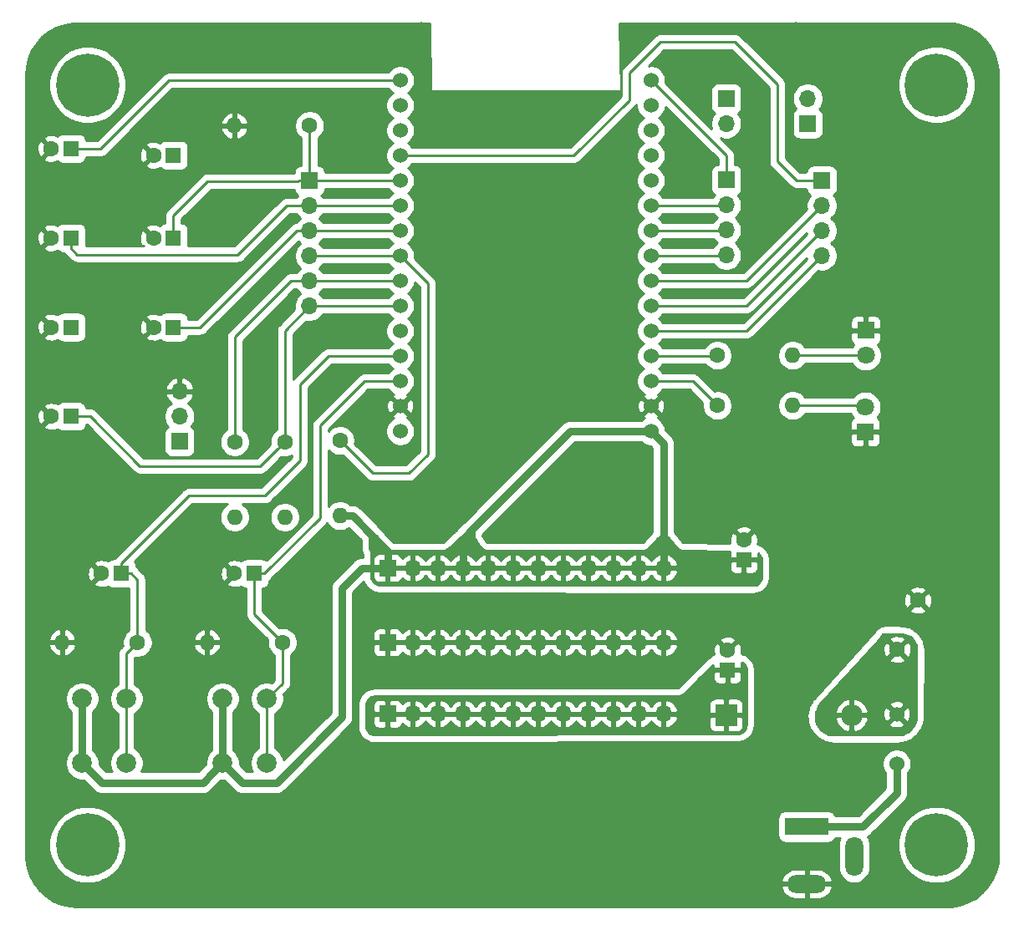
<source format=gtl>
G04 #@! TF.GenerationSoftware,KiCad,Pcbnew,5.1.5+dfsg1-2build2*
G04 #@! TF.CreationDate,2021-04-22T17:56:20+02:00*
G04 #@! TF.ProjectId,eGallinero,6547616c-6c69-46e6-9572-6f2e6b696361,rev?*
G04 #@! TF.SameCoordinates,Original*
G04 #@! TF.FileFunction,Copper,L1,Top*
G04 #@! TF.FilePolarity,Positive*
%FSLAX46Y46*%
G04 Gerber Fmt 4.6, Leading zero omitted, Abs format (unit mm)*
G04 Created by KiCad (PCBNEW 5.1.5+dfsg1-2build2) date 2021-04-22 17:56:20*
%MOMM*%
%LPD*%
G04 APERTURE LIST*
%ADD10C,1.600000*%
%ADD11R,1.600000X1.600000*%
%ADD12O,2.200000X2.200000*%
%ADD13R,2.200000X2.200000*%
%ADD14O,1.700000X1.700000*%
%ADD15R,1.700000X1.700000*%
%ADD16C,1.524000*%
%ADD17C,2.000000*%
%ADD18O,1.600000X1.600000*%
%ADD19R,4.400000X1.800000*%
%ADD20O,4.000000X1.800000*%
%ADD21O,1.800000X4.000000*%
%ADD22C,0.800000*%
%ADD23C,6.400000*%
%ADD24C,1.800000*%
%ADD25R,1.800000X1.800000*%
%ADD26C,0.250000*%
%ADD27C,0.800000*%
%ADD28C,0.254000*%
G04 APERTURE END LIST*
D10*
X13697200Y76873100D03*
D11*
X15697200Y76873100D03*
D12*
X84391500Y20129500D03*
D13*
X71691500Y20129500D03*
D10*
X91101600Y31771600D03*
X89001600Y26771600D03*
X71818500Y26701500D03*
D11*
X71818500Y24701500D03*
D10*
X73469500Y37877500D03*
D11*
X73469500Y35877500D03*
D10*
X3331387Y50398500D03*
D11*
X5331387Y50398500D03*
D10*
X3331387Y59443500D03*
D11*
X5331387Y59443500D03*
D10*
X13697200Y59443500D03*
D11*
X15697200Y59443500D03*
D10*
X3331387Y68488500D03*
D11*
X5331387Y68488500D03*
D10*
X21876000Y34480500D03*
D11*
X23876000Y34480500D03*
D10*
X8414000Y34480500D03*
D11*
X10414000Y34480500D03*
D14*
X29502100Y61582300D03*
X29502100Y64122300D03*
X29502100Y66662300D03*
X29502100Y69202300D03*
X29502100Y71742300D03*
D15*
X29502100Y74282300D03*
D14*
X79946500Y82613500D03*
D15*
X79946500Y80073500D03*
D14*
X71691500Y66738500D03*
X71691500Y69278500D03*
X71691500Y71818500D03*
D15*
X71691500Y74358500D03*
D14*
X71691500Y80073500D03*
D15*
X71691500Y82613500D03*
D14*
X81368900Y66687700D03*
X81368900Y69227700D03*
X81368900Y71767700D03*
D15*
X81368900Y74307700D03*
D14*
X65336500Y35033500D03*
X62796500Y35033500D03*
X60256500Y35033500D03*
X57716500Y35033500D03*
X55176500Y35033500D03*
X52636500Y35033500D03*
X50096500Y35033500D03*
X47556500Y35033500D03*
X45016500Y35033500D03*
X42476500Y35033500D03*
X39936500Y35033500D03*
D15*
X37396500Y35033500D03*
D14*
X65336500Y20256500D03*
X62796500Y20256500D03*
X60256500Y20256500D03*
X57716500Y20256500D03*
X55176500Y20256500D03*
X52636500Y20256500D03*
X50096500Y20256500D03*
X47556500Y20256500D03*
X45016500Y20256500D03*
X42476500Y20256500D03*
X39936500Y20256500D03*
D15*
X37396500Y20256500D03*
D14*
X65336500Y27495500D03*
X62796500Y27495500D03*
X60256500Y27495500D03*
X57716500Y27495500D03*
X55176500Y27495500D03*
X52636500Y27495500D03*
X50096500Y27495500D03*
X47556500Y27495500D03*
X45016500Y27495500D03*
X42476500Y27495500D03*
X39936500Y27495500D03*
D15*
X37396500Y27495500D03*
D16*
X64071500Y84468500D03*
X64071500Y81928500D03*
X64071500Y79388500D03*
X64071500Y76848500D03*
X64071500Y74308500D03*
X64071500Y71768500D03*
X64071500Y69228500D03*
X64071500Y66688500D03*
X64071500Y64148500D03*
X64071500Y61608500D03*
X64071500Y59068500D03*
X64071500Y56528500D03*
X64071500Y53988500D03*
X64071500Y51448500D03*
X64071500Y48908500D03*
X38671500Y48908500D03*
X38671500Y51448500D03*
X38671500Y53988500D03*
X38671500Y56528500D03*
X38671500Y59068500D03*
X38671500Y61608500D03*
X38671500Y64148500D03*
X38671500Y66688500D03*
X38671500Y69228500D03*
X38671500Y71768500D03*
X38671500Y74308500D03*
X38671500Y76848500D03*
X38671500Y79388500D03*
X38671500Y81928500D03*
X38671500Y84468500D03*
D17*
X25170887Y15280500D03*
X20670887Y15280500D03*
X25170887Y21780500D03*
X20670887Y21780500D03*
X10946887Y15280500D03*
X6446887Y15280500D03*
X10946887Y21780500D03*
X6446887Y21780500D03*
D18*
X21869400Y79870300D03*
D10*
X29489400Y79870300D03*
D18*
X26987500Y40188500D03*
D10*
X26987500Y47808500D03*
D18*
X21907500Y40188500D03*
D10*
X21907500Y47808500D03*
D18*
X32575500Y40322500D03*
D10*
X32575500Y47942500D03*
D18*
X78411500Y51498500D03*
D10*
X70791500Y51498500D03*
D18*
X78411500Y56578500D03*
D10*
X70791500Y56578500D03*
D18*
X19110887Y27505500D03*
D10*
X26730887Y27505500D03*
D18*
X4445000Y27505500D03*
D10*
X12065000Y27505500D03*
D14*
X16319500Y52953500D03*
X16319500Y50413500D03*
D15*
X16319500Y47873500D03*
D19*
X79844900Y8839200D03*
D20*
X79844900Y3039200D03*
D21*
X84644900Y5839200D03*
D22*
X94697056Y85697056D03*
X93000000Y86400000D03*
X91302944Y85697056D03*
X90600000Y84000000D03*
X91302944Y82302944D03*
X93000000Y81600000D03*
X94697056Y82302944D03*
X95400000Y84000000D03*
D23*
X93000000Y84000000D03*
D22*
X8697056Y85697056D03*
X7000000Y86400000D03*
X5302944Y85697056D03*
X4600000Y84000000D03*
X5302944Y82302944D03*
X7000000Y81600000D03*
X8697056Y82302944D03*
X9400000Y84000000D03*
D23*
X7000000Y84000000D03*
D22*
X8697056Y8697056D03*
X7000000Y9400000D03*
X5302944Y8697056D03*
X4600000Y7000000D03*
X5302944Y5302944D03*
X7000000Y4600000D03*
X8697056Y5302944D03*
X9400000Y7000000D03*
D23*
X7000000Y7000000D03*
D22*
X94697056Y8697056D03*
X93000000Y9400000D03*
X91302944Y8697056D03*
X90600000Y7000000D03*
X91302944Y5302944D03*
X93000000Y4600000D03*
X94697056Y5302944D03*
X95400000Y7000000D03*
D23*
X93000000Y7000000D03*
D16*
X88963500Y15216500D03*
X88963500Y20216500D03*
D24*
X85788500Y51371500D03*
D25*
X85788500Y48831500D03*
D24*
X85813900Y56591200D03*
D25*
X85813900Y59131200D03*
D10*
X13697200Y68488500D03*
D11*
X15697200Y68488500D03*
D10*
X3331387Y77533500D03*
D11*
X5331387Y77533500D03*
D22*
X75374500Y80454500D03*
X69951600Y85090000D03*
X69278500Y81343500D03*
X68122800Y77876400D03*
X67754500Y70548500D03*
X67754500Y68008500D03*
X67627500Y62928500D03*
X67627500Y65468500D03*
X71818500Y60388500D03*
X67627500Y60388500D03*
X65836800Y86766400D03*
X7683500Y89598500D03*
X14683500Y89598500D03*
X21683500Y89598500D03*
X28683500Y89598500D03*
X35683500Y89598500D03*
X78740000Y89979500D03*
X85915500Y89471500D03*
X85471000Y82994500D03*
X96583500Y88265000D03*
X17335500Y82994500D03*
X32575500Y79565500D03*
X42683500Y82598500D03*
X49511500Y82598500D03*
X56339500Y82598500D03*
X61023500Y78930500D03*
X75374500Y83883500D03*
X97540500Y82598500D03*
X7683500Y75598500D03*
X11569700Y74549000D03*
X23558500Y75374500D03*
X42683500Y75598500D03*
X49683500Y75598500D03*
X56683500Y75598500D03*
X62166500Y75598500D03*
X68643500Y73723500D03*
X75501500Y72072500D03*
X84683500Y75598500D03*
X91683500Y75598500D03*
X97540500Y75598500D03*
X8572500Y68598500D03*
X42683500Y68598500D03*
X49683500Y68598500D03*
X56683500Y68598500D03*
X75501500Y69786500D03*
X84683500Y68598500D03*
X91683500Y68598500D03*
X97540500Y68598500D03*
X8445500Y61531500D03*
X12763500Y61658500D03*
X26733500Y61598500D03*
X42683500Y61598500D03*
X49683500Y61598500D03*
X56683500Y61598500D03*
X79438500Y61598500D03*
X84683500Y61598500D03*
X91683500Y61598500D03*
X97540500Y61598500D03*
X7683500Y54292500D03*
X14683500Y54598500D03*
X24447500Y54598500D03*
X44259500Y54598500D03*
X49683500Y54598500D03*
X56683500Y54598500D03*
X72326500Y54038500D03*
X81597500Y54038500D03*
X91683500Y54598500D03*
X97540500Y54598500D03*
X7302500Y46418500D03*
X12509500Y47598500D03*
X28524200Y41859200D03*
X35683500Y47598500D03*
X43751500Y47598500D03*
X49683500Y47598500D03*
X58064400Y45821600D03*
X61658500Y45820500D03*
X70683500Y47598500D03*
X77683500Y47598500D03*
X91683500Y47598500D03*
X97540500Y47598500D03*
X14681200Y43383200D03*
X38506400Y39471600D03*
X42683500Y40598500D03*
X49683500Y40598500D03*
X56683500Y40598500D03*
X63683500Y40598500D03*
X77683500Y40598500D03*
X84683500Y40598500D03*
X91683500Y40598500D03*
X97540500Y40598500D03*
X14683500Y33598500D03*
X35683500Y31439500D03*
X42683500Y31439500D03*
X49683500Y31439500D03*
X56683500Y31439500D03*
X63683500Y31439500D03*
X97472500Y33591500D03*
X77683500Y33598500D03*
X84683500Y33598500D03*
X91683500Y33598500D03*
X8382000Y24841200D03*
X14683500Y26598500D03*
X21683500Y26598500D03*
X28683500Y26598500D03*
X34794500Y24566500D03*
X41794500Y24566500D03*
X48794500Y24566500D03*
X55794500Y24566500D03*
X62794500Y24566500D03*
X77683500Y26598500D03*
X97540500Y26598500D03*
X14683500Y19598500D03*
X23050500Y15938500D03*
X28683500Y19598500D03*
X93154500Y19598500D03*
X97540500Y19598500D03*
X15684500Y14795500D03*
X28683500Y12598500D03*
X35683500Y12598500D03*
X42683500Y12598500D03*
X49683500Y12598500D03*
X56683500Y12598500D03*
X63683500Y12598500D03*
X70683500Y12598500D03*
X91683500Y12598500D03*
X97540500Y12598500D03*
X15293100Y7579700D03*
X22293100Y7579700D03*
X29293100Y7579700D03*
X36293100Y7579700D03*
X43293100Y7579700D03*
X50293100Y7579700D03*
X57293100Y7579700D03*
X64293100Y7579700D03*
X97599500Y8953500D03*
X8445500Y1583000D03*
X15382000Y1583000D03*
X22318500Y1583000D03*
X29255000Y1583000D03*
X36191500Y1583000D03*
X43128000Y1583000D03*
X50064500Y1583000D03*
X57001000Y1583000D03*
X63937500Y1583000D03*
X70874000Y1583000D03*
X76568300Y6019800D03*
X84747000Y1583000D03*
X91683500Y1583000D03*
X96647000Y3111500D03*
X35623500Y16700500D03*
X42735500Y16573500D03*
X49720500Y16573500D03*
X56832500Y16319500D03*
X63690500Y16319500D03*
X70675500Y16192500D03*
X20129500Y72072500D03*
X77914500Y16446500D03*
X77914500Y21780500D03*
X84480400Y14833600D03*
X77914500Y13017500D03*
X71818500Y62928500D03*
X19240500Y47307500D03*
X75501500Y74739500D03*
X80073500Y76644500D03*
X40830500Y89979500D03*
X40830500Y88265000D03*
X40830500Y86550500D03*
X40830500Y84836000D03*
X40830500Y83121500D03*
X44390500Y82598500D03*
X46097500Y82598500D03*
X47804500Y82598500D03*
X51218500Y82598500D03*
X52925500Y82598500D03*
X54632500Y82598500D03*
X58046500Y82598500D03*
X59753500Y82598500D03*
X62420500Y88900000D03*
X1524000Y85407500D03*
X1524000Y78407500D03*
X1524000Y71407500D03*
X1524000Y64407500D03*
X1524000Y57407500D03*
X1524000Y43407500D03*
X1524000Y36407500D03*
X1524000Y29407500D03*
X1524000Y22407500D03*
X1524000Y15407500D03*
X1524000Y8407500D03*
X3556000Y3238500D03*
X66395600Y79959200D03*
X73202800Y85445600D03*
X26314400Y45440600D03*
X31267400Y54051200D03*
X34378900Y73037700D03*
X34391600Y70485000D03*
X34391600Y67970400D03*
X34391600Y65455800D03*
X34404300Y62877700D03*
X34429700Y60337700D03*
X34378900Y75590400D03*
X26860500Y65798700D03*
X22758400Y61544200D03*
X21336000Y65455800D03*
X14846300Y65532000D03*
X6908800Y64465200D03*
X18453100Y62255400D03*
X35191700Y50622200D03*
X32346900Y45681900D03*
X31737300Y36830000D03*
X27647900Y32791400D03*
X24269700Y38531800D03*
X68643500Y19875500D03*
X68770500Y22034500D03*
X70675500Y22669500D03*
X68008500Y34988500D03*
X70040500Y34988500D03*
X88900000Y24485600D03*
X88900000Y22275800D03*
X86029800Y22275800D03*
X86055200Y24511000D03*
D26*
X5331387Y77533500D02*
X8331200Y77533500D01*
X15266200Y84468500D02*
X38671500Y84468500D01*
X8331200Y77533500D02*
X15266200Y84468500D01*
X10946887Y15280500D02*
X10946887Y21780500D01*
X10946887Y26387387D02*
X12065000Y27505500D01*
X10946887Y21780500D02*
X10946887Y26387387D01*
X11464000Y34480500D02*
X10414000Y34480500D01*
X12065000Y33879500D02*
X11464000Y34480500D01*
X12065000Y27505500D02*
X12065000Y33879500D01*
X36081500Y56528500D02*
X38671500Y56528500D01*
X28524200Y53670200D02*
X31382500Y56528500D01*
X31382500Y56528500D02*
X36081500Y56528500D01*
X28524200Y45937202D02*
X28524200Y53670200D01*
X24955500Y42368502D02*
X28524200Y45937202D01*
X24955500Y42354500D02*
X24955500Y42368502D01*
X17238000Y42354500D02*
X24955500Y42354500D01*
X10414000Y35530500D02*
X17238000Y42354500D01*
X10414000Y34480500D02*
X10414000Y35530500D01*
X26730887Y27505500D02*
X23876000Y30360387D01*
X23876000Y30360387D02*
X23876000Y34480500D01*
X26730887Y23340500D02*
X26730887Y27505500D01*
X25170887Y21780500D02*
X26730887Y23340500D01*
X25170887Y16694713D02*
X25170887Y21780500D01*
X25170887Y15280500D02*
X25170887Y16694713D01*
X35065500Y53988500D02*
X38671500Y53988500D01*
X30543500Y49466500D02*
X35065500Y53988500D01*
X24926000Y34480500D02*
X30543500Y40098000D01*
X30543500Y40098000D02*
X30543500Y49466500D01*
X23876000Y34480500D02*
X24926000Y34480500D01*
D27*
X37396500Y36683500D02*
X36131500Y37948500D01*
X37396500Y35033500D02*
X37396500Y36683500D01*
X36131500Y37948500D02*
X36131500Y38036500D01*
X33845500Y40322500D02*
X32575500Y40322500D01*
X65336500Y47643500D02*
X64071500Y48908500D01*
X65336500Y35033500D02*
X65336500Y47643500D01*
X45016500Y35033500D02*
X45016500Y38003502D01*
X20670887Y15280500D02*
X20670887Y21780500D01*
X6446887Y21780500D02*
X6446887Y15280500D01*
X19670888Y14280501D02*
X20670887Y15280500D01*
X18670886Y13280499D02*
X19670888Y14280501D01*
X8446888Y13280499D02*
X18670886Y13280499D01*
X6446887Y15280500D02*
X8446888Y13280499D01*
X26130888Y13280499D02*
X32766000Y19915611D01*
X22670888Y13280499D02*
X26130888Y13280499D01*
X20670887Y15280500D02*
X22670888Y13280499D01*
X32766000Y19915611D02*
X32766000Y33020000D01*
X34779500Y35033500D02*
X37396500Y35033500D01*
X32766000Y33020000D02*
X34779500Y35033500D01*
X45899099Y38886101D02*
X45899099Y37720299D01*
X45016500Y38003502D02*
X45899099Y38886101D01*
X35814000Y38354000D02*
X35814000Y37033200D01*
X36131500Y38036500D02*
X35814000Y38354000D01*
X35814000Y38354000D02*
X33845500Y40322500D01*
X62993870Y48908500D02*
X62980370Y48895000D01*
X64071500Y48908500D02*
X62993870Y48908500D01*
X55907998Y48895000D02*
X45899099Y38886101D01*
X62980370Y48895000D02*
X55907998Y48895000D01*
D26*
X38645300Y74282300D02*
X38671500Y74308500D01*
X29502100Y74282300D02*
X38645300Y74282300D01*
X29502100Y79857600D02*
X29489400Y79870300D01*
X29502100Y74282300D02*
X29502100Y79857600D01*
X15697200Y70777100D02*
X15697200Y68488500D01*
X19169599Y74249499D02*
X15697200Y70777100D01*
X28369299Y74249499D02*
X19169599Y74249499D01*
X28402100Y74282300D02*
X28369299Y74249499D01*
X29502100Y74282300D02*
X28402100Y74282300D01*
X38645300Y64122300D02*
X38671500Y64148500D01*
X29502100Y64122300D02*
X38645300Y64122300D01*
X27592298Y64122300D02*
X28300019Y64122300D01*
X21907500Y58437502D02*
X27592298Y64122300D01*
X28300019Y64122300D02*
X29502100Y64122300D01*
X21907500Y47808500D02*
X21907500Y58437502D01*
X26187501Y47008501D02*
X26141099Y47008501D01*
X26987500Y47808500D02*
X26187501Y47008501D01*
X26141099Y47008501D02*
X24496998Y45364400D01*
X24496998Y45364400D02*
X12319000Y45364400D01*
X7284900Y50398500D02*
X5331387Y50398500D01*
X12319000Y45364400D02*
X7284900Y50398500D01*
X38645300Y61582300D02*
X38671500Y61608500D01*
X29502100Y61582300D02*
X38645300Y61582300D01*
X26987500Y59067700D02*
X29502100Y61582300D01*
X26987500Y47808500D02*
X26987500Y59067700D01*
X85801200Y56578500D02*
X85813900Y56591200D01*
X78411500Y56578500D02*
X85801200Y56578500D01*
X85661500Y51498500D02*
X85788500Y51371500D01*
X78411500Y51498500D02*
X85661500Y51498500D01*
D27*
X79844900Y8839200D02*
X85547200Y8839200D01*
X88963500Y12255500D02*
X88963500Y15216500D01*
X85547200Y8839200D02*
X88963500Y12255500D01*
D26*
X32575500Y47942500D02*
X35877500Y44640500D01*
X35877500Y44640500D02*
X39560500Y44640500D01*
X39560500Y44640500D02*
X41465500Y46545500D01*
X41465500Y63894500D02*
X38671500Y66688500D01*
X41465500Y46545500D02*
X41465500Y63894500D01*
X38645300Y66662300D02*
X38671500Y66688500D01*
X29502100Y66662300D02*
X38645300Y66662300D01*
X71641500Y66688500D02*
X71691500Y66738500D01*
X64071500Y66688500D02*
X71641500Y66688500D01*
X71641500Y69228500D02*
X71691500Y69278500D01*
X64071500Y69228500D02*
X71641500Y69228500D01*
X71641500Y71768500D02*
X71691500Y71818500D01*
X64071500Y71768500D02*
X71641500Y71768500D01*
X71691500Y76848500D02*
X71691500Y74358500D01*
X64071500Y84468500D02*
X71691500Y76848500D01*
X70741500Y56528500D02*
X70791500Y56578500D01*
X64071500Y56528500D02*
X70741500Y56528500D01*
X69991501Y52298499D02*
X69991501Y52309499D01*
X70791500Y51498500D02*
X69991501Y52298499D01*
X68312500Y53988500D02*
X64071500Y53988500D01*
X69991501Y52309499D02*
X68312500Y53988500D01*
X78803500Y74307700D02*
X81368900Y74307700D01*
X76860400Y76250800D02*
X78803500Y74307700D01*
X76860400Y84062602D02*
X76860400Y76250800D01*
X72556402Y88366600D02*
X76860400Y84062602D01*
X65049400Y88366600D02*
X72556402Y88366600D01*
X61874400Y85191600D02*
X65049400Y88366600D01*
X61874400Y82473800D02*
X61874400Y85191600D01*
X56249100Y76848500D02*
X61874400Y82473800D01*
X38671500Y76848500D02*
X56249100Y76848500D01*
X73749700Y59068500D02*
X81368900Y66687700D01*
X64071500Y59068500D02*
X73749700Y59068500D01*
X73749700Y61608500D02*
X81368900Y69227700D01*
X64071500Y61608500D02*
X73749700Y61608500D01*
X73749700Y64148500D02*
X81368900Y71767700D01*
X64071500Y64148500D02*
X73749700Y64148500D01*
X38645300Y69202300D02*
X38671500Y69228500D01*
X29502100Y69202300D02*
X38645300Y69202300D01*
X15697200Y59443500D02*
X18409800Y59443500D01*
X28168600Y69202300D02*
X29502100Y69202300D01*
X18409800Y59443500D02*
X28168600Y69202300D01*
X38645300Y71742300D02*
X38671500Y71768500D01*
X29502100Y71742300D02*
X38645300Y71742300D01*
X5331387Y67438500D02*
X5955187Y66814700D01*
X5331387Y68488500D02*
X5331387Y67438500D01*
X28300019Y71742300D02*
X29502100Y71742300D01*
X27151298Y71742300D02*
X28300019Y71742300D01*
X22223698Y66814700D02*
X27151298Y71742300D01*
X5955187Y66814700D02*
X22223698Y66814700D01*
D28*
G36*
X73333472Y25441741D02*
G01*
X73465723Y25332930D01*
X73574167Y25200380D01*
X73654624Y25049202D01*
X73704000Y24885208D01*
X73720983Y24708498D01*
X73707115Y19149720D01*
X73689426Y18973974D01*
X73639735Y18810990D01*
X73559313Y18660777D01*
X73451229Y18529062D01*
X73319597Y18420865D01*
X73169451Y18340321D01*
X73006509Y18290498D01*
X72830776Y18272665D01*
X36097415Y18150978D01*
X35920037Y18167944D01*
X35755472Y18217537D01*
X35603821Y18298435D01*
X35470976Y18407496D01*
X35362090Y18540488D01*
X35281392Y18692248D01*
X35232018Y18856881D01*
X35215287Y19034272D01*
X35217014Y19406500D01*
X35908428Y19406500D01*
X35920688Y19282018D01*
X35956998Y19162320D01*
X36015963Y19052006D01*
X36095315Y18955315D01*
X36192006Y18875963D01*
X36302320Y18816998D01*
X36422018Y18780688D01*
X36546500Y18768428D01*
X37110750Y18771500D01*
X37269500Y18930250D01*
X37269500Y20129500D01*
X37523500Y20129500D01*
X37523500Y18930250D01*
X37682250Y18771500D01*
X38246500Y18768428D01*
X38370982Y18780688D01*
X38490680Y18816998D01*
X38600994Y18875963D01*
X38697685Y18955315D01*
X38777037Y19052006D01*
X38836002Y19162320D01*
X38860466Y19242966D01*
X38936231Y19158912D01*
X39169580Y18984859D01*
X39432401Y18859675D01*
X39579610Y18815024D01*
X39809500Y18936345D01*
X39809500Y20129500D01*
X40063500Y20129500D01*
X40063500Y18936345D01*
X40293390Y18815024D01*
X40440599Y18859675D01*
X40703420Y18984859D01*
X40936769Y19158912D01*
X41131678Y19375145D01*
X41206500Y19500755D01*
X41281322Y19375145D01*
X41476231Y19158912D01*
X41709580Y18984859D01*
X41972401Y18859675D01*
X42119610Y18815024D01*
X42349500Y18936345D01*
X42349500Y20129500D01*
X42603500Y20129500D01*
X42603500Y18936345D01*
X42833390Y18815024D01*
X42980599Y18859675D01*
X43243420Y18984859D01*
X43476769Y19158912D01*
X43671678Y19375145D01*
X43746500Y19500755D01*
X43821322Y19375145D01*
X44016231Y19158912D01*
X44249580Y18984859D01*
X44512401Y18859675D01*
X44659610Y18815024D01*
X44889500Y18936345D01*
X44889500Y20129500D01*
X45143500Y20129500D01*
X45143500Y18936345D01*
X45373390Y18815024D01*
X45520599Y18859675D01*
X45783420Y18984859D01*
X46016769Y19158912D01*
X46211678Y19375145D01*
X46286500Y19500755D01*
X46361322Y19375145D01*
X46556231Y19158912D01*
X46789580Y18984859D01*
X47052401Y18859675D01*
X47199610Y18815024D01*
X47429500Y18936345D01*
X47429500Y20129500D01*
X47683500Y20129500D01*
X47683500Y18936345D01*
X47913390Y18815024D01*
X48060599Y18859675D01*
X48323420Y18984859D01*
X48556769Y19158912D01*
X48751678Y19375145D01*
X48826500Y19500755D01*
X48901322Y19375145D01*
X49096231Y19158912D01*
X49329580Y18984859D01*
X49592401Y18859675D01*
X49739610Y18815024D01*
X49969500Y18936345D01*
X49969500Y20129500D01*
X50223500Y20129500D01*
X50223500Y18936345D01*
X50453390Y18815024D01*
X50600599Y18859675D01*
X50863420Y18984859D01*
X51096769Y19158912D01*
X51291678Y19375145D01*
X51366500Y19500755D01*
X51441322Y19375145D01*
X51636231Y19158912D01*
X51869580Y18984859D01*
X52132401Y18859675D01*
X52279610Y18815024D01*
X52509500Y18936345D01*
X52509500Y20129500D01*
X52763500Y20129500D01*
X52763500Y18936345D01*
X52993390Y18815024D01*
X53140599Y18859675D01*
X53403420Y18984859D01*
X53636769Y19158912D01*
X53831678Y19375145D01*
X53906500Y19500755D01*
X53981322Y19375145D01*
X54176231Y19158912D01*
X54409580Y18984859D01*
X54672401Y18859675D01*
X54819610Y18815024D01*
X55049500Y18936345D01*
X55049500Y20129500D01*
X55303500Y20129500D01*
X55303500Y18936345D01*
X55533390Y18815024D01*
X55680599Y18859675D01*
X55943420Y18984859D01*
X56176769Y19158912D01*
X56371678Y19375145D01*
X56446500Y19500755D01*
X56521322Y19375145D01*
X56716231Y19158912D01*
X56949580Y18984859D01*
X57212401Y18859675D01*
X57359610Y18815024D01*
X57589500Y18936345D01*
X57589500Y20129500D01*
X57843500Y20129500D01*
X57843500Y18936345D01*
X58073390Y18815024D01*
X58220599Y18859675D01*
X58483420Y18984859D01*
X58716769Y19158912D01*
X58911678Y19375145D01*
X58986500Y19500755D01*
X59061322Y19375145D01*
X59256231Y19158912D01*
X59489580Y18984859D01*
X59752401Y18859675D01*
X59899610Y18815024D01*
X60129500Y18936345D01*
X60129500Y20129500D01*
X60383500Y20129500D01*
X60383500Y18936345D01*
X60613390Y18815024D01*
X60760599Y18859675D01*
X61023420Y18984859D01*
X61256769Y19158912D01*
X61451678Y19375145D01*
X61526500Y19500755D01*
X61601322Y19375145D01*
X61796231Y19158912D01*
X62029580Y18984859D01*
X62292401Y18859675D01*
X62439610Y18815024D01*
X62669500Y18936345D01*
X62669500Y20129500D01*
X62923500Y20129500D01*
X62923500Y18936345D01*
X63153390Y18815024D01*
X63300599Y18859675D01*
X63563420Y18984859D01*
X63796769Y19158912D01*
X63991678Y19375145D01*
X64066500Y19500755D01*
X64141322Y19375145D01*
X64336231Y19158912D01*
X64569580Y18984859D01*
X64832401Y18859675D01*
X64979610Y18815024D01*
X65209500Y18936345D01*
X65209500Y20129500D01*
X65463500Y20129500D01*
X65463500Y18936345D01*
X65693390Y18815024D01*
X65840599Y18859675D01*
X66103420Y18984859D01*
X66163269Y19029500D01*
X69953428Y19029500D01*
X69965688Y18905018D01*
X70001998Y18785320D01*
X70060963Y18675006D01*
X70140315Y18578315D01*
X70237006Y18498963D01*
X70347320Y18439998D01*
X70467018Y18403688D01*
X70591500Y18391428D01*
X71405750Y18394500D01*
X71564500Y18553250D01*
X71564500Y20002500D01*
X71818500Y20002500D01*
X71818500Y18553250D01*
X71977250Y18394500D01*
X72791500Y18391428D01*
X72915982Y18403688D01*
X73035680Y18439998D01*
X73145994Y18498963D01*
X73242685Y18578315D01*
X73322037Y18675006D01*
X73381002Y18785320D01*
X73417312Y18905018D01*
X73429572Y19029500D01*
X73426500Y19843750D01*
X73267750Y20002500D01*
X71818500Y20002500D01*
X71564500Y20002500D01*
X70115250Y20002500D01*
X69956500Y19843750D01*
X69953428Y19029500D01*
X66163269Y19029500D01*
X66336769Y19158912D01*
X66531678Y19375145D01*
X66680657Y19625248D01*
X66777981Y19899609D01*
X66657314Y20129500D01*
X65463500Y20129500D01*
X65209500Y20129500D01*
X62923500Y20129500D01*
X62669500Y20129500D01*
X60383500Y20129500D01*
X60129500Y20129500D01*
X57843500Y20129500D01*
X57589500Y20129500D01*
X55303500Y20129500D01*
X55049500Y20129500D01*
X52763500Y20129500D01*
X52509500Y20129500D01*
X50223500Y20129500D01*
X49969500Y20129500D01*
X47683500Y20129500D01*
X47429500Y20129500D01*
X45143500Y20129500D01*
X44889500Y20129500D01*
X42603500Y20129500D01*
X42349500Y20129500D01*
X40063500Y20129500D01*
X39809500Y20129500D01*
X37523500Y20129500D01*
X37269500Y20129500D01*
X36070250Y20129500D01*
X35911500Y19970750D01*
X35908428Y19406500D01*
X35217014Y19406500D01*
X35224903Y21106500D01*
X35908428Y21106500D01*
X35911500Y20542250D01*
X36070250Y20383500D01*
X37269500Y20383500D01*
X37269500Y21582750D01*
X37523500Y21582750D01*
X37523500Y20383500D01*
X39809500Y20383500D01*
X39809500Y21576655D01*
X40063500Y21576655D01*
X40063500Y20383500D01*
X42349500Y20383500D01*
X42349500Y21576655D01*
X42603500Y21576655D01*
X42603500Y20383500D01*
X44889500Y20383500D01*
X44889500Y21576655D01*
X45143500Y21576655D01*
X45143500Y20383500D01*
X47429500Y20383500D01*
X47429500Y21576655D01*
X47683500Y21576655D01*
X47683500Y20383500D01*
X49969500Y20383500D01*
X49969500Y21576655D01*
X50223500Y21576655D01*
X50223500Y20383500D01*
X52509500Y20383500D01*
X52509500Y21576655D01*
X52763500Y21576655D01*
X52763500Y20383500D01*
X55049500Y20383500D01*
X55049500Y21576655D01*
X55303500Y21576655D01*
X55303500Y20383500D01*
X57589500Y20383500D01*
X57589500Y21576655D01*
X57843500Y21576655D01*
X57843500Y20383500D01*
X60129500Y20383500D01*
X60129500Y21576655D01*
X60383500Y21576655D01*
X60383500Y20383500D01*
X62669500Y20383500D01*
X62669500Y21576655D01*
X62923500Y21576655D01*
X62923500Y20383500D01*
X65209500Y20383500D01*
X65209500Y21576655D01*
X65463500Y21576655D01*
X65463500Y20383500D01*
X66657314Y20383500D01*
X66777981Y20613391D01*
X66680657Y20887752D01*
X66531678Y21137855D01*
X66449071Y21229500D01*
X69953428Y21229500D01*
X69956500Y20415250D01*
X70115250Y20256500D01*
X71564500Y20256500D01*
X71564500Y21705750D01*
X71818500Y21705750D01*
X71818500Y20256500D01*
X73267750Y20256500D01*
X73426500Y20415250D01*
X73429572Y21229500D01*
X73417312Y21353982D01*
X73381002Y21473680D01*
X73322037Y21583994D01*
X73242685Y21680685D01*
X73145994Y21760037D01*
X73035680Y21819002D01*
X72915982Y21855312D01*
X72791500Y21867572D01*
X71977250Y21864500D01*
X71818500Y21705750D01*
X71564500Y21705750D01*
X71405750Y21864500D01*
X70591500Y21867572D01*
X70467018Y21855312D01*
X70347320Y21819002D01*
X70237006Y21760037D01*
X70140315Y21680685D01*
X70060963Y21583994D01*
X70001998Y21473680D01*
X69965688Y21353982D01*
X69953428Y21229500D01*
X66449071Y21229500D01*
X66336769Y21354088D01*
X66103420Y21528141D01*
X65840599Y21653325D01*
X65693390Y21697976D01*
X65463500Y21576655D01*
X65209500Y21576655D01*
X64979610Y21697976D01*
X64832401Y21653325D01*
X64569580Y21528141D01*
X64336231Y21354088D01*
X64141322Y21137855D01*
X64066500Y21012245D01*
X63991678Y21137855D01*
X63796769Y21354088D01*
X63563420Y21528141D01*
X63300599Y21653325D01*
X63153390Y21697976D01*
X62923500Y21576655D01*
X62669500Y21576655D01*
X62439610Y21697976D01*
X62292401Y21653325D01*
X62029580Y21528141D01*
X61796231Y21354088D01*
X61601322Y21137855D01*
X61526500Y21012245D01*
X61451678Y21137855D01*
X61256769Y21354088D01*
X61023420Y21528141D01*
X60760599Y21653325D01*
X60613390Y21697976D01*
X60383500Y21576655D01*
X60129500Y21576655D01*
X59899610Y21697976D01*
X59752401Y21653325D01*
X59489580Y21528141D01*
X59256231Y21354088D01*
X59061322Y21137855D01*
X58986500Y21012245D01*
X58911678Y21137855D01*
X58716769Y21354088D01*
X58483420Y21528141D01*
X58220599Y21653325D01*
X58073390Y21697976D01*
X57843500Y21576655D01*
X57589500Y21576655D01*
X57359610Y21697976D01*
X57212401Y21653325D01*
X56949580Y21528141D01*
X56716231Y21354088D01*
X56521322Y21137855D01*
X56446500Y21012245D01*
X56371678Y21137855D01*
X56176769Y21354088D01*
X55943420Y21528141D01*
X55680599Y21653325D01*
X55533390Y21697976D01*
X55303500Y21576655D01*
X55049500Y21576655D01*
X54819610Y21697976D01*
X54672401Y21653325D01*
X54409580Y21528141D01*
X54176231Y21354088D01*
X53981322Y21137855D01*
X53906500Y21012245D01*
X53831678Y21137855D01*
X53636769Y21354088D01*
X53403420Y21528141D01*
X53140599Y21653325D01*
X52993390Y21697976D01*
X52763500Y21576655D01*
X52509500Y21576655D01*
X52279610Y21697976D01*
X52132401Y21653325D01*
X51869580Y21528141D01*
X51636231Y21354088D01*
X51441322Y21137855D01*
X51366500Y21012245D01*
X51291678Y21137855D01*
X51096769Y21354088D01*
X50863420Y21528141D01*
X50600599Y21653325D01*
X50453390Y21697976D01*
X50223500Y21576655D01*
X49969500Y21576655D01*
X49739610Y21697976D01*
X49592401Y21653325D01*
X49329580Y21528141D01*
X49096231Y21354088D01*
X48901322Y21137855D01*
X48826500Y21012245D01*
X48751678Y21137855D01*
X48556769Y21354088D01*
X48323420Y21528141D01*
X48060599Y21653325D01*
X47913390Y21697976D01*
X47683500Y21576655D01*
X47429500Y21576655D01*
X47199610Y21697976D01*
X47052401Y21653325D01*
X46789580Y21528141D01*
X46556231Y21354088D01*
X46361322Y21137855D01*
X46286500Y21012245D01*
X46211678Y21137855D01*
X46016769Y21354088D01*
X45783420Y21528141D01*
X45520599Y21653325D01*
X45373390Y21697976D01*
X45143500Y21576655D01*
X44889500Y21576655D01*
X44659610Y21697976D01*
X44512401Y21653325D01*
X44249580Y21528141D01*
X44016231Y21354088D01*
X43821322Y21137855D01*
X43746500Y21012245D01*
X43671678Y21137855D01*
X43476769Y21354088D01*
X43243420Y21528141D01*
X42980599Y21653325D01*
X42833390Y21697976D01*
X42603500Y21576655D01*
X42349500Y21576655D01*
X42119610Y21697976D01*
X41972401Y21653325D01*
X41709580Y21528141D01*
X41476231Y21354088D01*
X41281322Y21137855D01*
X41206500Y21012245D01*
X41131678Y21137855D01*
X40936769Y21354088D01*
X40703420Y21528141D01*
X40440599Y21653325D01*
X40293390Y21697976D01*
X40063500Y21576655D01*
X39809500Y21576655D01*
X39579610Y21697976D01*
X39432401Y21653325D01*
X39169580Y21528141D01*
X38936231Y21354088D01*
X38860466Y21270034D01*
X38836002Y21350680D01*
X38777037Y21460994D01*
X38697685Y21557685D01*
X38600994Y21637037D01*
X38490680Y21696002D01*
X38370982Y21732312D01*
X38246500Y21744572D01*
X37682250Y21741500D01*
X37523500Y21582750D01*
X37269500Y21582750D01*
X37110750Y21741500D01*
X36546500Y21744572D01*
X36422018Y21732312D01*
X36302320Y21696002D01*
X36192006Y21637037D01*
X36095315Y21557685D01*
X36015963Y21460994D01*
X35956998Y21350680D01*
X35920688Y21230982D01*
X35908428Y21106500D01*
X35224903Y21106500D01*
X35225151Y21159827D01*
X35243243Y21335662D01*
X35293355Y21498644D01*
X35374216Y21648770D01*
X35482737Y21780298D01*
X35614768Y21888204D01*
X35765265Y21968364D01*
X35928485Y22017719D01*
X36104402Y22034991D01*
X66705275Y22034507D01*
X66717723Y22035118D01*
X66912818Y22054330D01*
X66937237Y22059187D01*
X67124834Y22116092D01*
X67147836Y22125620D01*
X67320727Y22218031D01*
X67341428Y22231862D01*
X67492968Y22356227D01*
X67502203Y22364597D01*
X69039106Y23901500D01*
X70380428Y23901500D01*
X70392688Y23777018D01*
X70428998Y23657320D01*
X70487963Y23547006D01*
X70567315Y23450315D01*
X70664006Y23370963D01*
X70774320Y23311998D01*
X70894018Y23275688D01*
X71018500Y23263428D01*
X71532750Y23266500D01*
X71691500Y23425250D01*
X71691500Y24574500D01*
X71945500Y24574500D01*
X71945500Y23425250D01*
X72104250Y23266500D01*
X72618500Y23263428D01*
X72742982Y23275688D01*
X72862680Y23311998D01*
X72972994Y23370963D01*
X73069685Y23450315D01*
X73149037Y23547006D01*
X73208002Y23657320D01*
X73244312Y23777018D01*
X73256572Y23901500D01*
X73253500Y24415750D01*
X73094750Y24574500D01*
X71945500Y24574500D01*
X71691500Y24574500D01*
X70542250Y24574500D01*
X70383500Y24415750D01*
X70380428Y23901500D01*
X69039106Y23901500D01*
X70381964Y25244358D01*
X70383500Y24987250D01*
X70542250Y24828500D01*
X71691500Y24828500D01*
X71691500Y24848500D01*
X71945500Y24848500D01*
X71945500Y24828500D01*
X73094750Y24828500D01*
X73253500Y24987250D01*
X73256461Y25483000D01*
X73333472Y25441741D01*
G37*
X73333472Y25441741D02*
X73465723Y25332930D01*
X73574167Y25200380D01*
X73654624Y25049202D01*
X73704000Y24885208D01*
X73720983Y24708498D01*
X73707115Y19149720D01*
X73689426Y18973974D01*
X73639735Y18810990D01*
X73559313Y18660777D01*
X73451229Y18529062D01*
X73319597Y18420865D01*
X73169451Y18340321D01*
X73006509Y18290498D01*
X72830776Y18272665D01*
X36097415Y18150978D01*
X35920037Y18167944D01*
X35755472Y18217537D01*
X35603821Y18298435D01*
X35470976Y18407496D01*
X35362090Y18540488D01*
X35281392Y18692248D01*
X35232018Y18856881D01*
X35215287Y19034272D01*
X35217014Y19406500D01*
X35908428Y19406500D01*
X35920688Y19282018D01*
X35956998Y19162320D01*
X36015963Y19052006D01*
X36095315Y18955315D01*
X36192006Y18875963D01*
X36302320Y18816998D01*
X36422018Y18780688D01*
X36546500Y18768428D01*
X37110750Y18771500D01*
X37269500Y18930250D01*
X37269500Y20129500D01*
X37523500Y20129500D01*
X37523500Y18930250D01*
X37682250Y18771500D01*
X38246500Y18768428D01*
X38370982Y18780688D01*
X38490680Y18816998D01*
X38600994Y18875963D01*
X38697685Y18955315D01*
X38777037Y19052006D01*
X38836002Y19162320D01*
X38860466Y19242966D01*
X38936231Y19158912D01*
X39169580Y18984859D01*
X39432401Y18859675D01*
X39579610Y18815024D01*
X39809500Y18936345D01*
X39809500Y20129500D01*
X40063500Y20129500D01*
X40063500Y18936345D01*
X40293390Y18815024D01*
X40440599Y18859675D01*
X40703420Y18984859D01*
X40936769Y19158912D01*
X41131678Y19375145D01*
X41206500Y19500755D01*
X41281322Y19375145D01*
X41476231Y19158912D01*
X41709580Y18984859D01*
X41972401Y18859675D01*
X42119610Y18815024D01*
X42349500Y18936345D01*
X42349500Y20129500D01*
X42603500Y20129500D01*
X42603500Y18936345D01*
X42833390Y18815024D01*
X42980599Y18859675D01*
X43243420Y18984859D01*
X43476769Y19158912D01*
X43671678Y19375145D01*
X43746500Y19500755D01*
X43821322Y19375145D01*
X44016231Y19158912D01*
X44249580Y18984859D01*
X44512401Y18859675D01*
X44659610Y18815024D01*
X44889500Y18936345D01*
X44889500Y20129500D01*
X45143500Y20129500D01*
X45143500Y18936345D01*
X45373390Y18815024D01*
X45520599Y18859675D01*
X45783420Y18984859D01*
X46016769Y19158912D01*
X46211678Y19375145D01*
X46286500Y19500755D01*
X46361322Y19375145D01*
X46556231Y19158912D01*
X46789580Y18984859D01*
X47052401Y18859675D01*
X47199610Y18815024D01*
X47429500Y18936345D01*
X47429500Y20129500D01*
X47683500Y20129500D01*
X47683500Y18936345D01*
X47913390Y18815024D01*
X48060599Y18859675D01*
X48323420Y18984859D01*
X48556769Y19158912D01*
X48751678Y19375145D01*
X48826500Y19500755D01*
X48901322Y19375145D01*
X49096231Y19158912D01*
X49329580Y18984859D01*
X49592401Y18859675D01*
X49739610Y18815024D01*
X49969500Y18936345D01*
X49969500Y20129500D01*
X50223500Y20129500D01*
X50223500Y18936345D01*
X50453390Y18815024D01*
X50600599Y18859675D01*
X50863420Y18984859D01*
X51096769Y19158912D01*
X51291678Y19375145D01*
X51366500Y19500755D01*
X51441322Y19375145D01*
X51636231Y19158912D01*
X51869580Y18984859D01*
X52132401Y18859675D01*
X52279610Y18815024D01*
X52509500Y18936345D01*
X52509500Y20129500D01*
X52763500Y20129500D01*
X52763500Y18936345D01*
X52993390Y18815024D01*
X53140599Y18859675D01*
X53403420Y18984859D01*
X53636769Y19158912D01*
X53831678Y19375145D01*
X53906500Y19500755D01*
X53981322Y19375145D01*
X54176231Y19158912D01*
X54409580Y18984859D01*
X54672401Y18859675D01*
X54819610Y18815024D01*
X55049500Y18936345D01*
X55049500Y20129500D01*
X55303500Y20129500D01*
X55303500Y18936345D01*
X55533390Y18815024D01*
X55680599Y18859675D01*
X55943420Y18984859D01*
X56176769Y19158912D01*
X56371678Y19375145D01*
X56446500Y19500755D01*
X56521322Y19375145D01*
X56716231Y19158912D01*
X56949580Y18984859D01*
X57212401Y18859675D01*
X57359610Y18815024D01*
X57589500Y18936345D01*
X57589500Y20129500D01*
X57843500Y20129500D01*
X57843500Y18936345D01*
X58073390Y18815024D01*
X58220599Y18859675D01*
X58483420Y18984859D01*
X58716769Y19158912D01*
X58911678Y19375145D01*
X58986500Y19500755D01*
X59061322Y19375145D01*
X59256231Y19158912D01*
X59489580Y18984859D01*
X59752401Y18859675D01*
X59899610Y18815024D01*
X60129500Y18936345D01*
X60129500Y20129500D01*
X60383500Y20129500D01*
X60383500Y18936345D01*
X60613390Y18815024D01*
X60760599Y18859675D01*
X61023420Y18984859D01*
X61256769Y19158912D01*
X61451678Y19375145D01*
X61526500Y19500755D01*
X61601322Y19375145D01*
X61796231Y19158912D01*
X62029580Y18984859D01*
X62292401Y18859675D01*
X62439610Y18815024D01*
X62669500Y18936345D01*
X62669500Y20129500D01*
X62923500Y20129500D01*
X62923500Y18936345D01*
X63153390Y18815024D01*
X63300599Y18859675D01*
X63563420Y18984859D01*
X63796769Y19158912D01*
X63991678Y19375145D01*
X64066500Y19500755D01*
X64141322Y19375145D01*
X64336231Y19158912D01*
X64569580Y18984859D01*
X64832401Y18859675D01*
X64979610Y18815024D01*
X65209500Y18936345D01*
X65209500Y20129500D01*
X65463500Y20129500D01*
X65463500Y18936345D01*
X65693390Y18815024D01*
X65840599Y18859675D01*
X66103420Y18984859D01*
X66163269Y19029500D01*
X69953428Y19029500D01*
X69965688Y18905018D01*
X70001998Y18785320D01*
X70060963Y18675006D01*
X70140315Y18578315D01*
X70237006Y18498963D01*
X70347320Y18439998D01*
X70467018Y18403688D01*
X70591500Y18391428D01*
X71405750Y18394500D01*
X71564500Y18553250D01*
X71564500Y20002500D01*
X71818500Y20002500D01*
X71818500Y18553250D01*
X71977250Y18394500D01*
X72791500Y18391428D01*
X72915982Y18403688D01*
X73035680Y18439998D01*
X73145994Y18498963D01*
X73242685Y18578315D01*
X73322037Y18675006D01*
X73381002Y18785320D01*
X73417312Y18905018D01*
X73429572Y19029500D01*
X73426500Y19843750D01*
X73267750Y20002500D01*
X71818500Y20002500D01*
X71564500Y20002500D01*
X70115250Y20002500D01*
X69956500Y19843750D01*
X69953428Y19029500D01*
X66163269Y19029500D01*
X66336769Y19158912D01*
X66531678Y19375145D01*
X66680657Y19625248D01*
X66777981Y19899609D01*
X66657314Y20129500D01*
X65463500Y20129500D01*
X65209500Y20129500D01*
X62923500Y20129500D01*
X62669500Y20129500D01*
X60383500Y20129500D01*
X60129500Y20129500D01*
X57843500Y20129500D01*
X57589500Y20129500D01*
X55303500Y20129500D01*
X55049500Y20129500D01*
X52763500Y20129500D01*
X52509500Y20129500D01*
X50223500Y20129500D01*
X49969500Y20129500D01*
X47683500Y20129500D01*
X47429500Y20129500D01*
X45143500Y20129500D01*
X44889500Y20129500D01*
X42603500Y20129500D01*
X42349500Y20129500D01*
X40063500Y20129500D01*
X39809500Y20129500D01*
X37523500Y20129500D01*
X37269500Y20129500D01*
X36070250Y20129500D01*
X35911500Y19970750D01*
X35908428Y19406500D01*
X35217014Y19406500D01*
X35224903Y21106500D01*
X35908428Y21106500D01*
X35911500Y20542250D01*
X36070250Y20383500D01*
X37269500Y20383500D01*
X37269500Y21582750D01*
X37523500Y21582750D01*
X37523500Y20383500D01*
X39809500Y20383500D01*
X39809500Y21576655D01*
X40063500Y21576655D01*
X40063500Y20383500D01*
X42349500Y20383500D01*
X42349500Y21576655D01*
X42603500Y21576655D01*
X42603500Y20383500D01*
X44889500Y20383500D01*
X44889500Y21576655D01*
X45143500Y21576655D01*
X45143500Y20383500D01*
X47429500Y20383500D01*
X47429500Y21576655D01*
X47683500Y21576655D01*
X47683500Y20383500D01*
X49969500Y20383500D01*
X49969500Y21576655D01*
X50223500Y21576655D01*
X50223500Y20383500D01*
X52509500Y20383500D01*
X52509500Y21576655D01*
X52763500Y21576655D01*
X52763500Y20383500D01*
X55049500Y20383500D01*
X55049500Y21576655D01*
X55303500Y21576655D01*
X55303500Y20383500D01*
X57589500Y20383500D01*
X57589500Y21576655D01*
X57843500Y21576655D01*
X57843500Y20383500D01*
X60129500Y20383500D01*
X60129500Y21576655D01*
X60383500Y21576655D01*
X60383500Y20383500D01*
X62669500Y20383500D01*
X62669500Y21576655D01*
X62923500Y21576655D01*
X62923500Y20383500D01*
X65209500Y20383500D01*
X65209500Y21576655D01*
X65463500Y21576655D01*
X65463500Y20383500D01*
X66657314Y20383500D01*
X66777981Y20613391D01*
X66680657Y20887752D01*
X66531678Y21137855D01*
X66449071Y21229500D01*
X69953428Y21229500D01*
X69956500Y20415250D01*
X70115250Y20256500D01*
X71564500Y20256500D01*
X71564500Y21705750D01*
X71818500Y21705750D01*
X71818500Y20256500D01*
X73267750Y20256500D01*
X73426500Y20415250D01*
X73429572Y21229500D01*
X73417312Y21353982D01*
X73381002Y21473680D01*
X73322037Y21583994D01*
X73242685Y21680685D01*
X73145994Y21760037D01*
X73035680Y21819002D01*
X72915982Y21855312D01*
X72791500Y21867572D01*
X71977250Y21864500D01*
X71818500Y21705750D01*
X71564500Y21705750D01*
X71405750Y21864500D01*
X70591500Y21867572D01*
X70467018Y21855312D01*
X70347320Y21819002D01*
X70237006Y21760037D01*
X70140315Y21680685D01*
X70060963Y21583994D01*
X70001998Y21473680D01*
X69965688Y21353982D01*
X69953428Y21229500D01*
X66449071Y21229500D01*
X66336769Y21354088D01*
X66103420Y21528141D01*
X65840599Y21653325D01*
X65693390Y21697976D01*
X65463500Y21576655D01*
X65209500Y21576655D01*
X64979610Y21697976D01*
X64832401Y21653325D01*
X64569580Y21528141D01*
X64336231Y21354088D01*
X64141322Y21137855D01*
X64066500Y21012245D01*
X63991678Y21137855D01*
X63796769Y21354088D01*
X63563420Y21528141D01*
X63300599Y21653325D01*
X63153390Y21697976D01*
X62923500Y21576655D01*
X62669500Y21576655D01*
X62439610Y21697976D01*
X62292401Y21653325D01*
X62029580Y21528141D01*
X61796231Y21354088D01*
X61601322Y21137855D01*
X61526500Y21012245D01*
X61451678Y21137855D01*
X61256769Y21354088D01*
X61023420Y21528141D01*
X60760599Y21653325D01*
X60613390Y21697976D01*
X60383500Y21576655D01*
X60129500Y21576655D01*
X59899610Y21697976D01*
X59752401Y21653325D01*
X59489580Y21528141D01*
X59256231Y21354088D01*
X59061322Y21137855D01*
X58986500Y21012245D01*
X58911678Y21137855D01*
X58716769Y21354088D01*
X58483420Y21528141D01*
X58220599Y21653325D01*
X58073390Y21697976D01*
X57843500Y21576655D01*
X57589500Y21576655D01*
X57359610Y21697976D01*
X57212401Y21653325D01*
X56949580Y21528141D01*
X56716231Y21354088D01*
X56521322Y21137855D01*
X56446500Y21012245D01*
X56371678Y21137855D01*
X56176769Y21354088D01*
X55943420Y21528141D01*
X55680599Y21653325D01*
X55533390Y21697976D01*
X55303500Y21576655D01*
X55049500Y21576655D01*
X54819610Y21697976D01*
X54672401Y21653325D01*
X54409580Y21528141D01*
X54176231Y21354088D01*
X53981322Y21137855D01*
X53906500Y21012245D01*
X53831678Y21137855D01*
X53636769Y21354088D01*
X53403420Y21528141D01*
X53140599Y21653325D01*
X52993390Y21697976D01*
X52763500Y21576655D01*
X52509500Y21576655D01*
X52279610Y21697976D01*
X52132401Y21653325D01*
X51869580Y21528141D01*
X51636231Y21354088D01*
X51441322Y21137855D01*
X51366500Y21012245D01*
X51291678Y21137855D01*
X51096769Y21354088D01*
X50863420Y21528141D01*
X50600599Y21653325D01*
X50453390Y21697976D01*
X50223500Y21576655D01*
X49969500Y21576655D01*
X49739610Y21697976D01*
X49592401Y21653325D01*
X49329580Y21528141D01*
X49096231Y21354088D01*
X48901322Y21137855D01*
X48826500Y21012245D01*
X48751678Y21137855D01*
X48556769Y21354088D01*
X48323420Y21528141D01*
X48060599Y21653325D01*
X47913390Y21697976D01*
X47683500Y21576655D01*
X47429500Y21576655D01*
X47199610Y21697976D01*
X47052401Y21653325D01*
X46789580Y21528141D01*
X46556231Y21354088D01*
X46361322Y21137855D01*
X46286500Y21012245D01*
X46211678Y21137855D01*
X46016769Y21354088D01*
X45783420Y21528141D01*
X45520599Y21653325D01*
X45373390Y21697976D01*
X45143500Y21576655D01*
X44889500Y21576655D01*
X44659610Y21697976D01*
X44512401Y21653325D01*
X44249580Y21528141D01*
X44016231Y21354088D01*
X43821322Y21137855D01*
X43746500Y21012245D01*
X43671678Y21137855D01*
X43476769Y21354088D01*
X43243420Y21528141D01*
X42980599Y21653325D01*
X42833390Y21697976D01*
X42603500Y21576655D01*
X42349500Y21576655D01*
X42119610Y21697976D01*
X41972401Y21653325D01*
X41709580Y21528141D01*
X41476231Y21354088D01*
X41281322Y21137855D01*
X41206500Y21012245D01*
X41131678Y21137855D01*
X40936769Y21354088D01*
X40703420Y21528141D01*
X40440599Y21653325D01*
X40293390Y21697976D01*
X40063500Y21576655D01*
X39809500Y21576655D01*
X39579610Y21697976D01*
X39432401Y21653325D01*
X39169580Y21528141D01*
X38936231Y21354088D01*
X38860466Y21270034D01*
X38836002Y21350680D01*
X38777037Y21460994D01*
X38697685Y21557685D01*
X38600994Y21637037D01*
X38490680Y21696002D01*
X38370982Y21732312D01*
X38246500Y21744572D01*
X37682250Y21741500D01*
X37523500Y21582750D01*
X37269500Y21582750D01*
X37110750Y21741500D01*
X36546500Y21744572D01*
X36422018Y21732312D01*
X36302320Y21696002D01*
X36192006Y21637037D01*
X36095315Y21557685D01*
X36015963Y21460994D01*
X35956998Y21350680D01*
X35920688Y21230982D01*
X35908428Y21106500D01*
X35224903Y21106500D01*
X35225151Y21159827D01*
X35243243Y21335662D01*
X35293355Y21498644D01*
X35374216Y21648770D01*
X35482737Y21780298D01*
X35614768Y21888204D01*
X35765265Y21968364D01*
X35928485Y22017719D01*
X36104402Y22034991D01*
X66705275Y22034507D01*
X66717723Y22035118D01*
X66912818Y22054330D01*
X66937237Y22059187D01*
X67124834Y22116092D01*
X67147836Y22125620D01*
X67320727Y22218031D01*
X67341428Y22231862D01*
X67492968Y22356227D01*
X67502203Y22364597D01*
X69039106Y23901500D01*
X70380428Y23901500D01*
X70392688Y23777018D01*
X70428998Y23657320D01*
X70487963Y23547006D01*
X70567315Y23450315D01*
X70664006Y23370963D01*
X70774320Y23311998D01*
X70894018Y23275688D01*
X71018500Y23263428D01*
X71532750Y23266500D01*
X71691500Y23425250D01*
X71691500Y24574500D01*
X71945500Y24574500D01*
X71945500Y23425250D01*
X72104250Y23266500D01*
X72618500Y23263428D01*
X72742982Y23275688D01*
X72862680Y23311998D01*
X72972994Y23370963D01*
X73069685Y23450315D01*
X73149037Y23547006D01*
X73208002Y23657320D01*
X73244312Y23777018D01*
X73256572Y23901500D01*
X73253500Y24415750D01*
X73094750Y24574500D01*
X71945500Y24574500D01*
X71691500Y24574500D01*
X70542250Y24574500D01*
X70383500Y24415750D01*
X70380428Y23901500D01*
X69039106Y23901500D01*
X70381964Y25244358D01*
X70383500Y24987250D01*
X70542250Y24828500D01*
X71691500Y24828500D01*
X71691500Y24848500D01*
X71945500Y24848500D01*
X71945500Y24828500D01*
X73094750Y24828500D01*
X73253500Y24987250D01*
X73256461Y25483000D01*
X73333472Y25441741D01*
G36*
X45687583Y38400645D02*
G01*
X45839109Y38352745D01*
X45977775Y38275126D01*
X46097830Y38171009D01*
X46198240Y38039541D01*
X46649251Y37304245D01*
X46656580Y37293560D01*
X46780262Y37131624D01*
X46797983Y37112766D01*
X46951923Y36979262D01*
X46973099Y36964387D01*
X47150905Y36864859D01*
X47174657Y36854586D01*
X47368946Y36793167D01*
X47394287Y36787921D01*
X47596993Y36767161D01*
X47609932Y36766500D01*
X63123598Y36766500D01*
X63136733Y36767181D01*
X63342466Y36788573D01*
X63368172Y36793977D01*
X63565103Y36857237D01*
X63589149Y36867815D01*
X63768852Y36970237D01*
X63790206Y36985535D01*
X63944993Y37122736D01*
X63954371Y37131958D01*
X64792221Y38045976D01*
X64911469Y38151676D01*
X65044164Y38227306D01*
X65189586Y38274020D01*
X65341124Y38289776D01*
X65490478Y38273355D01*
X65632334Y38225001D01*
X65760304Y38146974D01*
X65873303Y38038156D01*
X66597483Y37169140D01*
X66606883Y37159031D01*
X66763111Y37008353D01*
X66784911Y36991484D01*
X66969970Y36878064D01*
X66994897Y36866295D01*
X67200070Y36795477D01*
X67226949Y36789364D01*
X67442569Y36764483D01*
X67456347Y36763648D01*
X72037142Y36735513D01*
X72031428Y36677500D01*
X72034500Y36163250D01*
X72193250Y36004500D01*
X73342500Y36004500D01*
X73342500Y36024500D01*
X73596500Y36024500D01*
X73596500Y36004500D01*
X74745750Y36004500D01*
X74904500Y36163250D01*
X74906781Y36545012D01*
X75005965Y36463038D01*
X75113679Y36331067D01*
X75193695Y36180674D01*
X75242959Y36017599D01*
X75260200Y35841850D01*
X75260200Y34167969D01*
X75242795Y33991391D01*
X75193072Y33827618D01*
X75112333Y33676708D01*
X75003679Y33544461D01*
X74871303Y33435979D01*
X74720286Y33355427D01*
X74556451Y33305912D01*
X74379859Y33288729D01*
X36628639Y33336235D01*
X36452363Y33353807D01*
X36288889Y33403578D01*
X36138257Y33484261D01*
X36006244Y33592758D01*
X35897908Y33724914D01*
X35817415Y33875650D01*
X35767849Y34039185D01*
X35753647Y34183500D01*
X35908428Y34183500D01*
X35920688Y34059018D01*
X35956998Y33939320D01*
X36015963Y33829006D01*
X36095315Y33732315D01*
X36192006Y33652963D01*
X36302320Y33593998D01*
X36422018Y33557688D01*
X36546500Y33545428D01*
X37110750Y33548500D01*
X37269500Y33707250D01*
X37269500Y34906500D01*
X37523500Y34906500D01*
X37523500Y33707250D01*
X37682250Y33548500D01*
X38246500Y33545428D01*
X38370982Y33557688D01*
X38490680Y33593998D01*
X38600994Y33652963D01*
X38697685Y33732315D01*
X38777037Y33829006D01*
X38836002Y33939320D01*
X38860466Y34019966D01*
X38936231Y33935912D01*
X39169580Y33761859D01*
X39432401Y33636675D01*
X39579610Y33592024D01*
X39809500Y33713345D01*
X39809500Y34906500D01*
X40063500Y34906500D01*
X40063500Y33713345D01*
X40293390Y33592024D01*
X40440599Y33636675D01*
X40703420Y33761859D01*
X40936769Y33935912D01*
X41131678Y34152145D01*
X41206500Y34277755D01*
X41281322Y34152145D01*
X41476231Y33935912D01*
X41709580Y33761859D01*
X41972401Y33636675D01*
X42119610Y33592024D01*
X42349500Y33713345D01*
X42349500Y34906500D01*
X42603500Y34906500D01*
X42603500Y33713345D01*
X42833390Y33592024D01*
X42980599Y33636675D01*
X43243420Y33761859D01*
X43476769Y33935912D01*
X43671678Y34152145D01*
X43746500Y34277755D01*
X43821322Y34152145D01*
X44016231Y33935912D01*
X44249580Y33761859D01*
X44512401Y33636675D01*
X44659610Y33592024D01*
X44889500Y33713345D01*
X44889500Y34906500D01*
X45143500Y34906500D01*
X45143500Y33713345D01*
X45373390Y33592024D01*
X45520599Y33636675D01*
X45783420Y33761859D01*
X46016769Y33935912D01*
X46211678Y34152145D01*
X46286500Y34277755D01*
X46361322Y34152145D01*
X46556231Y33935912D01*
X46789580Y33761859D01*
X47052401Y33636675D01*
X47199610Y33592024D01*
X47429500Y33713345D01*
X47429500Y34906500D01*
X47683500Y34906500D01*
X47683500Y33713345D01*
X47913390Y33592024D01*
X48060599Y33636675D01*
X48323420Y33761859D01*
X48556769Y33935912D01*
X48751678Y34152145D01*
X48826500Y34277755D01*
X48901322Y34152145D01*
X49096231Y33935912D01*
X49329580Y33761859D01*
X49592401Y33636675D01*
X49739610Y33592024D01*
X49969500Y33713345D01*
X49969500Y34906500D01*
X50223500Y34906500D01*
X50223500Y33713345D01*
X50453390Y33592024D01*
X50600599Y33636675D01*
X50863420Y33761859D01*
X51096769Y33935912D01*
X51291678Y34152145D01*
X51366500Y34277755D01*
X51441322Y34152145D01*
X51636231Y33935912D01*
X51869580Y33761859D01*
X52132401Y33636675D01*
X52279610Y33592024D01*
X52509500Y33713345D01*
X52509500Y34906500D01*
X52763500Y34906500D01*
X52763500Y33713345D01*
X52993390Y33592024D01*
X53140599Y33636675D01*
X53403420Y33761859D01*
X53636769Y33935912D01*
X53831678Y34152145D01*
X53906500Y34277755D01*
X53981322Y34152145D01*
X54176231Y33935912D01*
X54409580Y33761859D01*
X54672401Y33636675D01*
X54819610Y33592024D01*
X55049500Y33713345D01*
X55049500Y34906500D01*
X55303500Y34906500D01*
X55303500Y33713345D01*
X55533390Y33592024D01*
X55680599Y33636675D01*
X55943420Y33761859D01*
X56176769Y33935912D01*
X56371678Y34152145D01*
X56446500Y34277755D01*
X56521322Y34152145D01*
X56716231Y33935912D01*
X56949580Y33761859D01*
X57212401Y33636675D01*
X57359610Y33592024D01*
X57589500Y33713345D01*
X57589500Y34906500D01*
X57843500Y34906500D01*
X57843500Y33713345D01*
X58073390Y33592024D01*
X58220599Y33636675D01*
X58483420Y33761859D01*
X58716769Y33935912D01*
X58911678Y34152145D01*
X58986500Y34277755D01*
X59061322Y34152145D01*
X59256231Y33935912D01*
X59489580Y33761859D01*
X59752401Y33636675D01*
X59899610Y33592024D01*
X60129500Y33713345D01*
X60129500Y34906500D01*
X60383500Y34906500D01*
X60383500Y33713345D01*
X60613390Y33592024D01*
X60760599Y33636675D01*
X61023420Y33761859D01*
X61256769Y33935912D01*
X61451678Y34152145D01*
X61526500Y34277755D01*
X61601322Y34152145D01*
X61796231Y33935912D01*
X62029580Y33761859D01*
X62292401Y33636675D01*
X62439610Y33592024D01*
X62669500Y33713345D01*
X62669500Y34906500D01*
X62923500Y34906500D01*
X62923500Y33713345D01*
X63153390Y33592024D01*
X63300599Y33636675D01*
X63563420Y33761859D01*
X63796769Y33935912D01*
X63991678Y34152145D01*
X64066500Y34277755D01*
X64141322Y34152145D01*
X64336231Y33935912D01*
X64569580Y33761859D01*
X64832401Y33636675D01*
X64979610Y33592024D01*
X65209500Y33713345D01*
X65209500Y34906500D01*
X65463500Y34906500D01*
X65463500Y33713345D01*
X65693390Y33592024D01*
X65840599Y33636675D01*
X66103420Y33761859D01*
X66336769Y33935912D01*
X66531678Y34152145D01*
X66680657Y34402248D01*
X66777981Y34676609D01*
X66657314Y34906500D01*
X65463500Y34906500D01*
X65209500Y34906500D01*
X62923500Y34906500D01*
X62669500Y34906500D01*
X60383500Y34906500D01*
X60129500Y34906500D01*
X57843500Y34906500D01*
X57589500Y34906500D01*
X55303500Y34906500D01*
X55049500Y34906500D01*
X52763500Y34906500D01*
X52509500Y34906500D01*
X50223500Y34906500D01*
X49969500Y34906500D01*
X47683500Y34906500D01*
X47429500Y34906500D01*
X45143500Y34906500D01*
X44889500Y34906500D01*
X42603500Y34906500D01*
X42349500Y34906500D01*
X40063500Y34906500D01*
X39809500Y34906500D01*
X37523500Y34906500D01*
X37269500Y34906500D01*
X36070250Y34906500D01*
X35911500Y34747750D01*
X35908428Y34183500D01*
X35753647Y34183500D01*
X35750500Y34215471D01*
X35750500Y35077500D01*
X72031428Y35077500D01*
X72043688Y34953018D01*
X72079998Y34833320D01*
X72138963Y34723006D01*
X72218315Y34626315D01*
X72315006Y34546963D01*
X72425320Y34487998D01*
X72545018Y34451688D01*
X72669500Y34439428D01*
X73183750Y34442500D01*
X73342500Y34601250D01*
X73342500Y35750500D01*
X73596500Y35750500D01*
X73596500Y34601250D01*
X73755250Y34442500D01*
X74269500Y34439428D01*
X74393982Y34451688D01*
X74513680Y34487998D01*
X74623994Y34546963D01*
X74720685Y34626315D01*
X74800037Y34723006D01*
X74859002Y34833320D01*
X74895312Y34953018D01*
X74907572Y35077500D01*
X74904500Y35591750D01*
X74745750Y35750500D01*
X73596500Y35750500D01*
X73342500Y35750500D01*
X72193250Y35750500D01*
X72034500Y35591750D01*
X72031428Y35077500D01*
X35750500Y35077500D01*
X35750500Y35883500D01*
X35908428Y35883500D01*
X35911500Y35319250D01*
X36070250Y35160500D01*
X37269500Y35160500D01*
X37269500Y36359750D01*
X37523500Y36359750D01*
X37523500Y35160500D01*
X39809500Y35160500D01*
X39809500Y36353655D01*
X40063500Y36353655D01*
X40063500Y35160500D01*
X42349500Y35160500D01*
X42349500Y36353655D01*
X42603500Y36353655D01*
X42603500Y35160500D01*
X44889500Y35160500D01*
X44889500Y36353655D01*
X45143500Y36353655D01*
X45143500Y35160500D01*
X47429500Y35160500D01*
X47429500Y36353655D01*
X47683500Y36353655D01*
X47683500Y35160500D01*
X49969500Y35160500D01*
X49969500Y36353655D01*
X50223500Y36353655D01*
X50223500Y35160500D01*
X52509500Y35160500D01*
X52509500Y36353655D01*
X52763500Y36353655D01*
X52763500Y35160500D01*
X55049500Y35160500D01*
X55049500Y36353655D01*
X55303500Y36353655D01*
X55303500Y35160500D01*
X57589500Y35160500D01*
X57589500Y36353655D01*
X57843500Y36353655D01*
X57843500Y35160500D01*
X60129500Y35160500D01*
X60129500Y36353655D01*
X60383500Y36353655D01*
X60383500Y35160500D01*
X62669500Y35160500D01*
X62669500Y36353655D01*
X62923500Y36353655D01*
X62923500Y35160500D01*
X65209500Y35160500D01*
X65209500Y36353655D01*
X65463500Y36353655D01*
X65463500Y35160500D01*
X66657314Y35160500D01*
X66777981Y35390391D01*
X66680657Y35664752D01*
X66531678Y35914855D01*
X66336769Y36131088D01*
X66103420Y36305141D01*
X65840599Y36430325D01*
X65693390Y36474976D01*
X65463500Y36353655D01*
X65209500Y36353655D01*
X64979610Y36474976D01*
X64832401Y36430325D01*
X64569580Y36305141D01*
X64336231Y36131088D01*
X64141322Y35914855D01*
X64066500Y35789245D01*
X63991678Y35914855D01*
X63796769Y36131088D01*
X63563420Y36305141D01*
X63300599Y36430325D01*
X63153390Y36474976D01*
X62923500Y36353655D01*
X62669500Y36353655D01*
X62439610Y36474976D01*
X62292401Y36430325D01*
X62029580Y36305141D01*
X61796231Y36131088D01*
X61601322Y35914855D01*
X61526500Y35789245D01*
X61451678Y35914855D01*
X61256769Y36131088D01*
X61023420Y36305141D01*
X60760599Y36430325D01*
X60613390Y36474976D01*
X60383500Y36353655D01*
X60129500Y36353655D01*
X59899610Y36474976D01*
X59752401Y36430325D01*
X59489580Y36305141D01*
X59256231Y36131088D01*
X59061322Y35914855D01*
X58986500Y35789245D01*
X58911678Y35914855D01*
X58716769Y36131088D01*
X58483420Y36305141D01*
X58220599Y36430325D01*
X58073390Y36474976D01*
X57843500Y36353655D01*
X57589500Y36353655D01*
X57359610Y36474976D01*
X57212401Y36430325D01*
X56949580Y36305141D01*
X56716231Y36131088D01*
X56521322Y35914855D01*
X56446500Y35789245D01*
X56371678Y35914855D01*
X56176769Y36131088D01*
X55943420Y36305141D01*
X55680599Y36430325D01*
X55533390Y36474976D01*
X55303500Y36353655D01*
X55049500Y36353655D01*
X54819610Y36474976D01*
X54672401Y36430325D01*
X54409580Y36305141D01*
X54176231Y36131088D01*
X53981322Y35914855D01*
X53906500Y35789245D01*
X53831678Y35914855D01*
X53636769Y36131088D01*
X53403420Y36305141D01*
X53140599Y36430325D01*
X52993390Y36474976D01*
X52763500Y36353655D01*
X52509500Y36353655D01*
X52279610Y36474976D01*
X52132401Y36430325D01*
X51869580Y36305141D01*
X51636231Y36131088D01*
X51441322Y35914855D01*
X51366500Y35789245D01*
X51291678Y35914855D01*
X51096769Y36131088D01*
X50863420Y36305141D01*
X50600599Y36430325D01*
X50453390Y36474976D01*
X50223500Y36353655D01*
X49969500Y36353655D01*
X49739610Y36474976D01*
X49592401Y36430325D01*
X49329580Y36305141D01*
X49096231Y36131088D01*
X48901322Y35914855D01*
X48826500Y35789245D01*
X48751678Y35914855D01*
X48556769Y36131088D01*
X48323420Y36305141D01*
X48060599Y36430325D01*
X47913390Y36474976D01*
X47683500Y36353655D01*
X47429500Y36353655D01*
X47199610Y36474976D01*
X47052401Y36430325D01*
X46789580Y36305141D01*
X46556231Y36131088D01*
X46361322Y35914855D01*
X46286500Y35789245D01*
X46211678Y35914855D01*
X46016769Y36131088D01*
X45783420Y36305141D01*
X45520599Y36430325D01*
X45373390Y36474976D01*
X45143500Y36353655D01*
X44889500Y36353655D01*
X44659610Y36474976D01*
X44512401Y36430325D01*
X44249580Y36305141D01*
X44016231Y36131088D01*
X43821322Y35914855D01*
X43746500Y35789245D01*
X43671678Y35914855D01*
X43476769Y36131088D01*
X43243420Y36305141D01*
X42980599Y36430325D01*
X42833390Y36474976D01*
X42603500Y36353655D01*
X42349500Y36353655D01*
X42119610Y36474976D01*
X41972401Y36430325D01*
X41709580Y36305141D01*
X41476231Y36131088D01*
X41281322Y35914855D01*
X41206500Y35789245D01*
X41131678Y35914855D01*
X40936769Y36131088D01*
X40703420Y36305141D01*
X40440599Y36430325D01*
X40293390Y36474976D01*
X40063500Y36353655D01*
X39809500Y36353655D01*
X39579610Y36474976D01*
X39432401Y36430325D01*
X39169580Y36305141D01*
X38936231Y36131088D01*
X38860466Y36047034D01*
X38836002Y36127680D01*
X38777037Y36237994D01*
X38697685Y36334685D01*
X38600994Y36414037D01*
X38490680Y36473002D01*
X38370982Y36509312D01*
X38246500Y36521572D01*
X37682250Y36518500D01*
X37523500Y36359750D01*
X37269500Y36359750D01*
X37110750Y36518500D01*
X36546500Y36521572D01*
X36422018Y36509312D01*
X36302320Y36473002D01*
X36192006Y36414037D01*
X36095315Y36334685D01*
X36015963Y36237994D01*
X35956998Y36127680D01*
X35920688Y36007982D01*
X35908428Y35883500D01*
X35750500Y35883500D01*
X35750500Y37151023D01*
X35768110Y37276166D01*
X35815915Y37383390D01*
X35891453Y37473256D01*
X35988857Y37538787D01*
X36100567Y37574893D01*
X36217899Y37578768D01*
X36331747Y37550113D01*
X36441032Y37486642D01*
X37051079Y37007320D01*
X37062623Y36999243D01*
X37250908Y36882512D01*
X37276315Y36870427D01*
X37485680Y36798015D01*
X37513124Y36791821D01*
X37733295Y36767282D01*
X37747363Y36766500D01*
X42850810Y36766500D01*
X42862673Y36767055D01*
X43048678Y36784506D01*
X43071991Y36788920D01*
X43251504Y36840665D01*
X43273588Y36849337D01*
X43440343Y36933568D01*
X43460430Y36946197D01*
X43608608Y37059977D01*
X43617678Y37067642D01*
X44815797Y38180181D01*
X44949815Y38283087D01*
X45095298Y38356573D01*
X45251908Y38401717D01*
X45420137Y38417500D01*
X45523015Y38417500D01*
X45687583Y38400645D01*
G37*
X45687583Y38400645D02*
X45839109Y38352745D01*
X45977775Y38275126D01*
X46097830Y38171009D01*
X46198240Y38039541D01*
X46649251Y37304245D01*
X46656580Y37293560D01*
X46780262Y37131624D01*
X46797983Y37112766D01*
X46951923Y36979262D01*
X46973099Y36964387D01*
X47150905Y36864859D01*
X47174657Y36854586D01*
X47368946Y36793167D01*
X47394287Y36787921D01*
X47596993Y36767161D01*
X47609932Y36766500D01*
X63123598Y36766500D01*
X63136733Y36767181D01*
X63342466Y36788573D01*
X63368172Y36793977D01*
X63565103Y36857237D01*
X63589149Y36867815D01*
X63768852Y36970237D01*
X63790206Y36985535D01*
X63944993Y37122736D01*
X63954371Y37131958D01*
X64792221Y38045976D01*
X64911469Y38151676D01*
X65044164Y38227306D01*
X65189586Y38274020D01*
X65341124Y38289776D01*
X65490478Y38273355D01*
X65632334Y38225001D01*
X65760304Y38146974D01*
X65873303Y38038156D01*
X66597483Y37169140D01*
X66606883Y37159031D01*
X66763111Y37008353D01*
X66784911Y36991484D01*
X66969970Y36878064D01*
X66994897Y36866295D01*
X67200070Y36795477D01*
X67226949Y36789364D01*
X67442569Y36764483D01*
X67456347Y36763648D01*
X72037142Y36735513D01*
X72031428Y36677500D01*
X72034500Y36163250D01*
X72193250Y36004500D01*
X73342500Y36004500D01*
X73342500Y36024500D01*
X73596500Y36024500D01*
X73596500Y36004500D01*
X74745750Y36004500D01*
X74904500Y36163250D01*
X74906781Y36545012D01*
X75005965Y36463038D01*
X75113679Y36331067D01*
X75193695Y36180674D01*
X75242959Y36017599D01*
X75260200Y35841850D01*
X75260200Y34167969D01*
X75242795Y33991391D01*
X75193072Y33827618D01*
X75112333Y33676708D01*
X75003679Y33544461D01*
X74871303Y33435979D01*
X74720286Y33355427D01*
X74556451Y33305912D01*
X74379859Y33288729D01*
X36628639Y33336235D01*
X36452363Y33353807D01*
X36288889Y33403578D01*
X36138257Y33484261D01*
X36006244Y33592758D01*
X35897908Y33724914D01*
X35817415Y33875650D01*
X35767849Y34039185D01*
X35753647Y34183500D01*
X35908428Y34183500D01*
X35920688Y34059018D01*
X35956998Y33939320D01*
X36015963Y33829006D01*
X36095315Y33732315D01*
X36192006Y33652963D01*
X36302320Y33593998D01*
X36422018Y33557688D01*
X36546500Y33545428D01*
X37110750Y33548500D01*
X37269500Y33707250D01*
X37269500Y34906500D01*
X37523500Y34906500D01*
X37523500Y33707250D01*
X37682250Y33548500D01*
X38246500Y33545428D01*
X38370982Y33557688D01*
X38490680Y33593998D01*
X38600994Y33652963D01*
X38697685Y33732315D01*
X38777037Y33829006D01*
X38836002Y33939320D01*
X38860466Y34019966D01*
X38936231Y33935912D01*
X39169580Y33761859D01*
X39432401Y33636675D01*
X39579610Y33592024D01*
X39809500Y33713345D01*
X39809500Y34906500D01*
X40063500Y34906500D01*
X40063500Y33713345D01*
X40293390Y33592024D01*
X40440599Y33636675D01*
X40703420Y33761859D01*
X40936769Y33935912D01*
X41131678Y34152145D01*
X41206500Y34277755D01*
X41281322Y34152145D01*
X41476231Y33935912D01*
X41709580Y33761859D01*
X41972401Y33636675D01*
X42119610Y33592024D01*
X42349500Y33713345D01*
X42349500Y34906500D01*
X42603500Y34906500D01*
X42603500Y33713345D01*
X42833390Y33592024D01*
X42980599Y33636675D01*
X43243420Y33761859D01*
X43476769Y33935912D01*
X43671678Y34152145D01*
X43746500Y34277755D01*
X43821322Y34152145D01*
X44016231Y33935912D01*
X44249580Y33761859D01*
X44512401Y33636675D01*
X44659610Y33592024D01*
X44889500Y33713345D01*
X44889500Y34906500D01*
X45143500Y34906500D01*
X45143500Y33713345D01*
X45373390Y33592024D01*
X45520599Y33636675D01*
X45783420Y33761859D01*
X46016769Y33935912D01*
X46211678Y34152145D01*
X46286500Y34277755D01*
X46361322Y34152145D01*
X46556231Y33935912D01*
X46789580Y33761859D01*
X47052401Y33636675D01*
X47199610Y33592024D01*
X47429500Y33713345D01*
X47429500Y34906500D01*
X47683500Y34906500D01*
X47683500Y33713345D01*
X47913390Y33592024D01*
X48060599Y33636675D01*
X48323420Y33761859D01*
X48556769Y33935912D01*
X48751678Y34152145D01*
X48826500Y34277755D01*
X48901322Y34152145D01*
X49096231Y33935912D01*
X49329580Y33761859D01*
X49592401Y33636675D01*
X49739610Y33592024D01*
X49969500Y33713345D01*
X49969500Y34906500D01*
X50223500Y34906500D01*
X50223500Y33713345D01*
X50453390Y33592024D01*
X50600599Y33636675D01*
X50863420Y33761859D01*
X51096769Y33935912D01*
X51291678Y34152145D01*
X51366500Y34277755D01*
X51441322Y34152145D01*
X51636231Y33935912D01*
X51869580Y33761859D01*
X52132401Y33636675D01*
X52279610Y33592024D01*
X52509500Y33713345D01*
X52509500Y34906500D01*
X52763500Y34906500D01*
X52763500Y33713345D01*
X52993390Y33592024D01*
X53140599Y33636675D01*
X53403420Y33761859D01*
X53636769Y33935912D01*
X53831678Y34152145D01*
X53906500Y34277755D01*
X53981322Y34152145D01*
X54176231Y33935912D01*
X54409580Y33761859D01*
X54672401Y33636675D01*
X54819610Y33592024D01*
X55049500Y33713345D01*
X55049500Y34906500D01*
X55303500Y34906500D01*
X55303500Y33713345D01*
X55533390Y33592024D01*
X55680599Y33636675D01*
X55943420Y33761859D01*
X56176769Y33935912D01*
X56371678Y34152145D01*
X56446500Y34277755D01*
X56521322Y34152145D01*
X56716231Y33935912D01*
X56949580Y33761859D01*
X57212401Y33636675D01*
X57359610Y33592024D01*
X57589500Y33713345D01*
X57589500Y34906500D01*
X57843500Y34906500D01*
X57843500Y33713345D01*
X58073390Y33592024D01*
X58220599Y33636675D01*
X58483420Y33761859D01*
X58716769Y33935912D01*
X58911678Y34152145D01*
X58986500Y34277755D01*
X59061322Y34152145D01*
X59256231Y33935912D01*
X59489580Y33761859D01*
X59752401Y33636675D01*
X59899610Y33592024D01*
X60129500Y33713345D01*
X60129500Y34906500D01*
X60383500Y34906500D01*
X60383500Y33713345D01*
X60613390Y33592024D01*
X60760599Y33636675D01*
X61023420Y33761859D01*
X61256769Y33935912D01*
X61451678Y34152145D01*
X61526500Y34277755D01*
X61601322Y34152145D01*
X61796231Y33935912D01*
X62029580Y33761859D01*
X62292401Y33636675D01*
X62439610Y33592024D01*
X62669500Y33713345D01*
X62669500Y34906500D01*
X62923500Y34906500D01*
X62923500Y33713345D01*
X63153390Y33592024D01*
X63300599Y33636675D01*
X63563420Y33761859D01*
X63796769Y33935912D01*
X63991678Y34152145D01*
X64066500Y34277755D01*
X64141322Y34152145D01*
X64336231Y33935912D01*
X64569580Y33761859D01*
X64832401Y33636675D01*
X64979610Y33592024D01*
X65209500Y33713345D01*
X65209500Y34906500D01*
X65463500Y34906500D01*
X65463500Y33713345D01*
X65693390Y33592024D01*
X65840599Y33636675D01*
X66103420Y33761859D01*
X66336769Y33935912D01*
X66531678Y34152145D01*
X66680657Y34402248D01*
X66777981Y34676609D01*
X66657314Y34906500D01*
X65463500Y34906500D01*
X65209500Y34906500D01*
X62923500Y34906500D01*
X62669500Y34906500D01*
X60383500Y34906500D01*
X60129500Y34906500D01*
X57843500Y34906500D01*
X57589500Y34906500D01*
X55303500Y34906500D01*
X55049500Y34906500D01*
X52763500Y34906500D01*
X52509500Y34906500D01*
X50223500Y34906500D01*
X49969500Y34906500D01*
X47683500Y34906500D01*
X47429500Y34906500D01*
X45143500Y34906500D01*
X44889500Y34906500D01*
X42603500Y34906500D01*
X42349500Y34906500D01*
X40063500Y34906500D01*
X39809500Y34906500D01*
X37523500Y34906500D01*
X37269500Y34906500D01*
X36070250Y34906500D01*
X35911500Y34747750D01*
X35908428Y34183500D01*
X35753647Y34183500D01*
X35750500Y34215471D01*
X35750500Y35077500D01*
X72031428Y35077500D01*
X72043688Y34953018D01*
X72079998Y34833320D01*
X72138963Y34723006D01*
X72218315Y34626315D01*
X72315006Y34546963D01*
X72425320Y34487998D01*
X72545018Y34451688D01*
X72669500Y34439428D01*
X73183750Y34442500D01*
X73342500Y34601250D01*
X73342500Y35750500D01*
X73596500Y35750500D01*
X73596500Y34601250D01*
X73755250Y34442500D01*
X74269500Y34439428D01*
X74393982Y34451688D01*
X74513680Y34487998D01*
X74623994Y34546963D01*
X74720685Y34626315D01*
X74800037Y34723006D01*
X74859002Y34833320D01*
X74895312Y34953018D01*
X74907572Y35077500D01*
X74904500Y35591750D01*
X74745750Y35750500D01*
X73596500Y35750500D01*
X73342500Y35750500D01*
X72193250Y35750500D01*
X72034500Y35591750D01*
X72031428Y35077500D01*
X35750500Y35077500D01*
X35750500Y35883500D01*
X35908428Y35883500D01*
X35911500Y35319250D01*
X36070250Y35160500D01*
X37269500Y35160500D01*
X37269500Y36359750D01*
X37523500Y36359750D01*
X37523500Y35160500D01*
X39809500Y35160500D01*
X39809500Y36353655D01*
X40063500Y36353655D01*
X40063500Y35160500D01*
X42349500Y35160500D01*
X42349500Y36353655D01*
X42603500Y36353655D01*
X42603500Y35160500D01*
X44889500Y35160500D01*
X44889500Y36353655D01*
X45143500Y36353655D01*
X45143500Y35160500D01*
X47429500Y35160500D01*
X47429500Y36353655D01*
X47683500Y36353655D01*
X47683500Y35160500D01*
X49969500Y35160500D01*
X49969500Y36353655D01*
X50223500Y36353655D01*
X50223500Y35160500D01*
X52509500Y35160500D01*
X52509500Y36353655D01*
X52763500Y36353655D01*
X52763500Y35160500D01*
X55049500Y35160500D01*
X55049500Y36353655D01*
X55303500Y36353655D01*
X55303500Y35160500D01*
X57589500Y35160500D01*
X57589500Y36353655D01*
X57843500Y36353655D01*
X57843500Y35160500D01*
X60129500Y35160500D01*
X60129500Y36353655D01*
X60383500Y36353655D01*
X60383500Y35160500D01*
X62669500Y35160500D01*
X62669500Y36353655D01*
X62923500Y36353655D01*
X62923500Y35160500D01*
X65209500Y35160500D01*
X65209500Y36353655D01*
X65463500Y36353655D01*
X65463500Y35160500D01*
X66657314Y35160500D01*
X66777981Y35390391D01*
X66680657Y35664752D01*
X66531678Y35914855D01*
X66336769Y36131088D01*
X66103420Y36305141D01*
X65840599Y36430325D01*
X65693390Y36474976D01*
X65463500Y36353655D01*
X65209500Y36353655D01*
X64979610Y36474976D01*
X64832401Y36430325D01*
X64569580Y36305141D01*
X64336231Y36131088D01*
X64141322Y35914855D01*
X64066500Y35789245D01*
X63991678Y35914855D01*
X63796769Y36131088D01*
X63563420Y36305141D01*
X63300599Y36430325D01*
X63153390Y36474976D01*
X62923500Y36353655D01*
X62669500Y36353655D01*
X62439610Y36474976D01*
X62292401Y36430325D01*
X62029580Y36305141D01*
X61796231Y36131088D01*
X61601322Y35914855D01*
X61526500Y35789245D01*
X61451678Y35914855D01*
X61256769Y36131088D01*
X61023420Y36305141D01*
X60760599Y36430325D01*
X60613390Y36474976D01*
X60383500Y36353655D01*
X60129500Y36353655D01*
X59899610Y36474976D01*
X59752401Y36430325D01*
X59489580Y36305141D01*
X59256231Y36131088D01*
X59061322Y35914855D01*
X58986500Y35789245D01*
X58911678Y35914855D01*
X58716769Y36131088D01*
X58483420Y36305141D01*
X58220599Y36430325D01*
X58073390Y36474976D01*
X57843500Y36353655D01*
X57589500Y36353655D01*
X57359610Y36474976D01*
X57212401Y36430325D01*
X56949580Y36305141D01*
X56716231Y36131088D01*
X56521322Y35914855D01*
X56446500Y35789245D01*
X56371678Y35914855D01*
X56176769Y36131088D01*
X55943420Y36305141D01*
X55680599Y36430325D01*
X55533390Y36474976D01*
X55303500Y36353655D01*
X55049500Y36353655D01*
X54819610Y36474976D01*
X54672401Y36430325D01*
X54409580Y36305141D01*
X54176231Y36131088D01*
X53981322Y35914855D01*
X53906500Y35789245D01*
X53831678Y35914855D01*
X53636769Y36131088D01*
X53403420Y36305141D01*
X53140599Y36430325D01*
X52993390Y36474976D01*
X52763500Y36353655D01*
X52509500Y36353655D01*
X52279610Y36474976D01*
X52132401Y36430325D01*
X51869580Y36305141D01*
X51636231Y36131088D01*
X51441322Y35914855D01*
X51366500Y35789245D01*
X51291678Y35914855D01*
X51096769Y36131088D01*
X50863420Y36305141D01*
X50600599Y36430325D01*
X50453390Y36474976D01*
X50223500Y36353655D01*
X49969500Y36353655D01*
X49739610Y36474976D01*
X49592401Y36430325D01*
X49329580Y36305141D01*
X49096231Y36131088D01*
X48901322Y35914855D01*
X48826500Y35789245D01*
X48751678Y35914855D01*
X48556769Y36131088D01*
X48323420Y36305141D01*
X48060599Y36430325D01*
X47913390Y36474976D01*
X47683500Y36353655D01*
X47429500Y36353655D01*
X47199610Y36474976D01*
X47052401Y36430325D01*
X46789580Y36305141D01*
X46556231Y36131088D01*
X46361322Y35914855D01*
X46286500Y35789245D01*
X46211678Y35914855D01*
X46016769Y36131088D01*
X45783420Y36305141D01*
X45520599Y36430325D01*
X45373390Y36474976D01*
X45143500Y36353655D01*
X44889500Y36353655D01*
X44659610Y36474976D01*
X44512401Y36430325D01*
X44249580Y36305141D01*
X44016231Y36131088D01*
X43821322Y35914855D01*
X43746500Y35789245D01*
X43671678Y35914855D01*
X43476769Y36131088D01*
X43243420Y36305141D01*
X42980599Y36430325D01*
X42833390Y36474976D01*
X42603500Y36353655D01*
X42349500Y36353655D01*
X42119610Y36474976D01*
X41972401Y36430325D01*
X41709580Y36305141D01*
X41476231Y36131088D01*
X41281322Y35914855D01*
X41206500Y35789245D01*
X41131678Y35914855D01*
X40936769Y36131088D01*
X40703420Y36305141D01*
X40440599Y36430325D01*
X40293390Y36474976D01*
X40063500Y36353655D01*
X39809500Y36353655D01*
X39579610Y36474976D01*
X39432401Y36430325D01*
X39169580Y36305141D01*
X38936231Y36131088D01*
X38860466Y36047034D01*
X38836002Y36127680D01*
X38777037Y36237994D01*
X38697685Y36334685D01*
X38600994Y36414037D01*
X38490680Y36473002D01*
X38370982Y36509312D01*
X38246500Y36521572D01*
X37682250Y36518500D01*
X37523500Y36359750D01*
X37269500Y36359750D01*
X37110750Y36518500D01*
X36546500Y36521572D01*
X36422018Y36509312D01*
X36302320Y36473002D01*
X36192006Y36414037D01*
X36095315Y36334685D01*
X36015963Y36237994D01*
X35956998Y36127680D01*
X35920688Y36007982D01*
X35908428Y35883500D01*
X35750500Y35883500D01*
X35750500Y37151023D01*
X35768110Y37276166D01*
X35815915Y37383390D01*
X35891453Y37473256D01*
X35988857Y37538787D01*
X36100567Y37574893D01*
X36217899Y37578768D01*
X36331747Y37550113D01*
X36441032Y37486642D01*
X37051079Y37007320D01*
X37062623Y36999243D01*
X37250908Y36882512D01*
X37276315Y36870427D01*
X37485680Y36798015D01*
X37513124Y36791821D01*
X37733295Y36767282D01*
X37747363Y36766500D01*
X42850810Y36766500D01*
X42862673Y36767055D01*
X43048678Y36784506D01*
X43071991Y36788920D01*
X43251504Y36840665D01*
X43273588Y36849337D01*
X43440343Y36933568D01*
X43460430Y36946197D01*
X43608608Y37059977D01*
X43617678Y37067642D01*
X44815797Y38180181D01*
X44949815Y38283087D01*
X45095298Y38356573D01*
X45251908Y38401717D01*
X45420137Y38417500D01*
X45523015Y38417500D01*
X45687583Y38400645D01*
G36*
X41744919Y83487582D02*
G01*
X41747340Y83465024D01*
X41754567Y83441199D01*
X41766303Y83419243D01*
X41782097Y83399997D01*
X41801343Y83384203D01*
X41823299Y83372467D01*
X41847124Y83365240D01*
X41871900Y83362800D01*
X60883800Y83362800D01*
X60910749Y83365692D01*
X60934443Y83373334D01*
X60956191Y83385452D01*
X60975158Y83401580D01*
X60990613Y83421098D01*
X61001964Y83443256D01*
X61008774Y83467203D01*
X61010781Y83492018D01*
X60892451Y90265000D01*
X93969843Y90265000D01*
X94859504Y90191857D01*
X95695929Y89981762D01*
X96486810Y89637877D01*
X97210902Y89169440D01*
X97848766Y88589027D01*
X98383265Y87912233D01*
X98800049Y87157231D01*
X99087927Y86344287D01*
X99241427Y85482547D01*
X99265001Y84982659D01*
X99265000Y6030168D01*
X99191857Y5140496D01*
X98981761Y4304070D01*
X98637877Y3513191D01*
X98169443Y2789102D01*
X97589030Y2151237D01*
X96912233Y1616735D01*
X96157227Y1199948D01*
X95344287Y912072D01*
X94482547Y758573D01*
X93982680Y735000D01*
X6030168Y735000D01*
X5140496Y808143D01*
X4304070Y1018239D01*
X3513191Y1362123D01*
X2789102Y1830557D01*
X2151237Y2410970D01*
X1943146Y2674460D01*
X77253864Y2674460D01*
X77278145Y2569113D01*
X77398038Y2291996D01*
X77569690Y2043594D01*
X77786504Y1833452D01*
X78040149Y1669646D01*
X78320877Y1558471D01*
X78617900Y1504200D01*
X79717900Y1504200D01*
X79717900Y2912200D01*
X79971900Y2912200D01*
X79971900Y1504200D01*
X81071900Y1504200D01*
X81368923Y1558471D01*
X81649651Y1669646D01*
X81903296Y1833452D01*
X82120110Y2043594D01*
X82291762Y2291996D01*
X82411655Y2569113D01*
X82435936Y2674460D01*
X82315278Y2912200D01*
X79971900Y2912200D01*
X79717900Y2912200D01*
X77374522Y2912200D01*
X77253864Y2674460D01*
X1943146Y2674460D01*
X1616735Y3087767D01*
X1199948Y3842773D01*
X912072Y4655713D01*
X758573Y5517453D01*
X735000Y6017320D01*
X735000Y7386776D01*
X3073000Y7386776D01*
X3073000Y6613224D01*
X3223912Y5854536D01*
X3519938Y5139868D01*
X3949700Y4496683D01*
X4496683Y3949700D01*
X5139868Y3519938D01*
X5854536Y3223912D01*
X6613224Y3073000D01*
X7386776Y3073000D01*
X8145464Y3223912D01*
X8580088Y3403940D01*
X77253864Y3403940D01*
X77374522Y3166200D01*
X79717900Y3166200D01*
X79717900Y4574200D01*
X79971900Y4574200D01*
X79971900Y3166200D01*
X82315278Y3166200D01*
X82435936Y3403940D01*
X82411655Y3509287D01*
X82291762Y3786404D01*
X82120110Y4034806D01*
X81903296Y4244948D01*
X81649651Y4408754D01*
X81368923Y4519929D01*
X81071900Y4574200D01*
X79971900Y4574200D01*
X79717900Y4574200D01*
X78617900Y4574200D01*
X78320877Y4519929D01*
X78040149Y4408754D01*
X77786504Y4244948D01*
X77569690Y4034806D01*
X77398038Y3786404D01*
X77278145Y3509287D01*
X77253864Y3403940D01*
X8580088Y3403940D01*
X8860132Y3519938D01*
X9503317Y3949700D01*
X10050300Y4496683D01*
X10480062Y5139868D01*
X10776088Y5854536D01*
X10927000Y6613224D01*
X10927000Y7386776D01*
X10776088Y8145464D01*
X10480062Y8860132D01*
X10050300Y9503317D01*
X9814417Y9739200D01*
X76914383Y9739200D01*
X76914383Y7939200D01*
X76928420Y7796683D01*
X76969990Y7659643D01*
X77037497Y7533347D01*
X77128346Y7422646D01*
X77239047Y7331797D01*
X77365343Y7264290D01*
X77502383Y7222720D01*
X77644900Y7208683D01*
X82044900Y7208683D01*
X82187417Y7222720D01*
X82324457Y7264290D01*
X82450753Y7331797D01*
X82561454Y7422646D01*
X82652303Y7533347D01*
X82719810Y7659643D01*
X82735753Y7712200D01*
X83213242Y7712200D01*
X83134475Y7564837D01*
X83041442Y7258147D01*
X83017900Y7019124D01*
X83017901Y4659275D01*
X83041443Y4420252D01*
X83134476Y4113562D01*
X83285555Y3830914D01*
X83488872Y3583171D01*
X83736615Y3379854D01*
X84019263Y3228775D01*
X84325953Y3135742D01*
X84644900Y3104328D01*
X84963848Y3135742D01*
X85270538Y3228775D01*
X85553186Y3379854D01*
X85800929Y3583171D01*
X86004246Y3830914D01*
X86155325Y4113562D01*
X86248358Y4420252D01*
X86271900Y4659275D01*
X86271900Y7019125D01*
X86248358Y7258148D01*
X86209340Y7386776D01*
X89073000Y7386776D01*
X89073000Y6613224D01*
X89223912Y5854536D01*
X89519938Y5139868D01*
X89949700Y4496683D01*
X90496683Y3949700D01*
X91139868Y3519938D01*
X91854536Y3223912D01*
X92613224Y3073000D01*
X93386776Y3073000D01*
X94145464Y3223912D01*
X94860132Y3519938D01*
X95503317Y3949700D01*
X96050300Y4496683D01*
X96480062Y5139868D01*
X96776088Y5854536D01*
X96927000Y6613224D01*
X96927000Y7386776D01*
X96776088Y8145464D01*
X96480062Y8860132D01*
X96050300Y9503317D01*
X95503317Y10050300D01*
X94860132Y10480062D01*
X94145464Y10776088D01*
X93386776Y10927000D01*
X92613224Y10927000D01*
X91854536Y10776088D01*
X91139868Y10480062D01*
X90496683Y10050300D01*
X89949700Y9503317D01*
X89519938Y8860132D01*
X89223912Y8145464D01*
X89073000Y7386776D01*
X86209340Y7386776D01*
X86155325Y7564838D01*
X86021658Y7814911D01*
X86176357Y7897600D01*
X86347965Y8038435D01*
X86383259Y8081441D01*
X89721264Y11419445D01*
X89764265Y11454735D01*
X89799555Y11497736D01*
X89799558Y11497739D01*
X89905100Y11626343D01*
X90009750Y11822129D01*
X90074193Y12034569D01*
X90074193Y12034570D01*
X90090500Y12200135D01*
X90090500Y12200143D01*
X90095952Y12255500D01*
X90090500Y12310857D01*
X90090500Y14237736D01*
X90120082Y14267318D01*
X90283035Y14511194D01*
X90395279Y14782175D01*
X90452500Y15069846D01*
X90452500Y15363154D01*
X90395279Y15650825D01*
X90283035Y15921806D01*
X90120082Y16165682D01*
X89912682Y16373082D01*
X89668806Y16536035D01*
X89397825Y16648279D01*
X89110154Y16705500D01*
X88816846Y16705500D01*
X88529175Y16648279D01*
X88258194Y16536035D01*
X88014318Y16373082D01*
X87806918Y16165682D01*
X87643965Y15921806D01*
X87531721Y15650825D01*
X87474500Y15363154D01*
X87474500Y15069846D01*
X87531721Y14782175D01*
X87643965Y14511194D01*
X87806918Y14267318D01*
X87836501Y14237735D01*
X87836500Y12722319D01*
X85080382Y9966200D01*
X82735753Y9966200D01*
X82719810Y10018757D01*
X82652303Y10145053D01*
X82561454Y10255754D01*
X82450753Y10346603D01*
X82324457Y10414110D01*
X82187417Y10455680D01*
X82044900Y10469717D01*
X77644900Y10469717D01*
X77502383Y10455680D01*
X77365343Y10414110D01*
X77239047Y10346603D01*
X77128346Y10255754D01*
X77037497Y10145053D01*
X76969990Y10018757D01*
X76928420Y9881717D01*
X76914383Y9739200D01*
X9814417Y9739200D01*
X9503317Y10050300D01*
X8860132Y10480062D01*
X8145464Y10776088D01*
X7386776Y10927000D01*
X6613224Y10927000D01*
X5854536Y10776088D01*
X5139868Y10480062D01*
X4496683Y10050300D01*
X3949700Y9503317D01*
X3519938Y8860132D01*
X3223912Y8145464D01*
X3073000Y7386776D01*
X735000Y7386776D01*
X735000Y27156461D01*
X3053096Y27156461D01*
X3093754Y27022413D01*
X3213963Y26768080D01*
X3381481Y26542086D01*
X3589869Y26353115D01*
X3831119Y26208430D01*
X4095960Y26113591D01*
X4318000Y26234876D01*
X4318000Y27378500D01*
X4572000Y27378500D01*
X4572000Y26234876D01*
X4794040Y26113591D01*
X5058881Y26208430D01*
X5300131Y26353115D01*
X5508519Y26542086D01*
X5676037Y26768080D01*
X5796246Y27022413D01*
X5836904Y27156461D01*
X5714915Y27378500D01*
X4572000Y27378500D01*
X4318000Y27378500D01*
X3175085Y27378500D01*
X3053096Y27156461D01*
X735000Y27156461D01*
X735000Y27854539D01*
X3053096Y27854539D01*
X3175085Y27632500D01*
X4318000Y27632500D01*
X4318000Y28776124D01*
X4572000Y28776124D01*
X4572000Y27632500D01*
X5714915Y27632500D01*
X5836904Y27854539D01*
X5796246Y27988587D01*
X5676037Y28242920D01*
X5508519Y28468914D01*
X5300131Y28657885D01*
X5058881Y28802570D01*
X4794040Y28897409D01*
X4572000Y28776124D01*
X4318000Y28776124D01*
X4095960Y28897409D01*
X3831119Y28802570D01*
X3589869Y28657885D01*
X3381481Y28468914D01*
X3213963Y28242920D01*
X3093754Y27988587D01*
X3053096Y27854539D01*
X735000Y27854539D01*
X735000Y34409988D01*
X6973783Y34409988D01*
X7015213Y34130370D01*
X7110397Y33864208D01*
X7177329Y33738986D01*
X7421298Y33667403D01*
X8234395Y34480500D01*
X7421298Y35293597D01*
X7177329Y35222014D01*
X7056429Y34966504D01*
X6987700Y34692316D01*
X6973783Y34409988D01*
X735000Y34409988D01*
X735000Y50327988D01*
X1891170Y50327988D01*
X1932600Y50048370D01*
X2027784Y49782208D01*
X2094716Y49656986D01*
X2338685Y49585403D01*
X3151782Y50398500D01*
X2338685Y51211597D01*
X2094716Y51140014D01*
X1973816Y50884504D01*
X1905087Y50610316D01*
X1891170Y50327988D01*
X735000Y50327988D01*
X735000Y53310390D01*
X14878024Y53310390D01*
X14999345Y53080500D01*
X16192500Y53080500D01*
X16192500Y54274314D01*
X16446500Y54274314D01*
X16446500Y53080500D01*
X17639655Y53080500D01*
X17760976Y53310390D01*
X17716325Y53457599D01*
X17591141Y53720420D01*
X17417088Y53953769D01*
X17200855Y54148678D01*
X16950752Y54297657D01*
X16676391Y54394981D01*
X16446500Y54274314D01*
X16192500Y54274314D01*
X15962609Y54394981D01*
X15688248Y54297657D01*
X15438145Y54148678D01*
X15221912Y53953769D01*
X15047859Y53720420D01*
X14922675Y53457599D01*
X14878024Y53310390D01*
X735000Y53310390D01*
X735000Y59372988D01*
X1891170Y59372988D01*
X1932600Y59093370D01*
X2027784Y58827208D01*
X2094716Y58701986D01*
X2338685Y58630403D01*
X3151782Y59443500D01*
X2338685Y60256597D01*
X2094716Y60185014D01*
X1973816Y59929504D01*
X1905087Y59655316D01*
X1891170Y59372988D01*
X735000Y59372988D01*
X735000Y60436202D01*
X2518290Y60436202D01*
X3331387Y59623105D01*
X3345530Y59637248D01*
X3525135Y59457643D01*
X3510992Y59443500D01*
X3525135Y59429358D01*
X3345530Y59249753D01*
X3331387Y59263895D01*
X2518290Y58450798D01*
X2589873Y58206829D01*
X2845383Y58085929D01*
X3119571Y58017200D01*
X3401899Y58003283D01*
X3681517Y58044713D01*
X3947679Y58139897D01*
X3986970Y58160898D01*
X4014833Y58126946D01*
X4125534Y58036097D01*
X4251830Y57968590D01*
X4388870Y57927020D01*
X4531387Y57912983D01*
X6131387Y57912983D01*
X6273904Y57927020D01*
X6410944Y57968590D01*
X6537240Y58036097D01*
X6647941Y58126946D01*
X6738790Y58237647D01*
X6806297Y58363943D01*
X6847867Y58500983D01*
X6861904Y58643500D01*
X6861904Y59372988D01*
X12256983Y59372988D01*
X12298413Y59093370D01*
X12393597Y58827208D01*
X12460529Y58701986D01*
X12704498Y58630403D01*
X13517595Y59443500D01*
X12704498Y60256597D01*
X12460529Y60185014D01*
X12339629Y59929504D01*
X12270900Y59655316D01*
X12256983Y59372988D01*
X6861904Y59372988D01*
X6861904Y60243500D01*
X6847867Y60386017D01*
X6806297Y60523057D01*
X6738790Y60649353D01*
X6647941Y60760054D01*
X6537240Y60850903D01*
X6410944Y60918410D01*
X6273904Y60959980D01*
X6131387Y60974017D01*
X4531387Y60974017D01*
X4388870Y60959980D01*
X4251830Y60918410D01*
X4125534Y60850903D01*
X4014833Y60760054D01*
X3983854Y60722306D01*
X3817391Y60801071D01*
X3543203Y60869800D01*
X3260875Y60883717D01*
X2981257Y60842287D01*
X2715095Y60747103D01*
X2589873Y60680171D01*
X2518290Y60436202D01*
X735000Y60436202D01*
X735000Y68417988D01*
X1891170Y68417988D01*
X1932600Y68138370D01*
X2027784Y67872208D01*
X2094716Y67746986D01*
X2338685Y67675403D01*
X3151782Y68488500D01*
X2338685Y69301597D01*
X2094716Y69230014D01*
X1973816Y68974504D01*
X1905087Y68700316D01*
X1891170Y68417988D01*
X735000Y68417988D01*
X735000Y77462988D01*
X1891170Y77462988D01*
X1932600Y77183370D01*
X2027784Y76917208D01*
X2094716Y76791986D01*
X2338685Y76720403D01*
X3151782Y77533500D01*
X2338685Y78346597D01*
X2094716Y78275014D01*
X1973816Y78019504D01*
X1905087Y77745316D01*
X1891170Y77462988D01*
X735000Y77462988D01*
X735000Y78526202D01*
X2518290Y78526202D01*
X3331387Y77713105D01*
X3345530Y77727248D01*
X3525135Y77547643D01*
X3510992Y77533500D01*
X3525135Y77519358D01*
X3345530Y77339753D01*
X3331387Y77353895D01*
X2518290Y76540798D01*
X2589873Y76296829D01*
X2845383Y76175929D01*
X3119571Y76107200D01*
X3401899Y76093283D01*
X3681517Y76134713D01*
X3947679Y76229897D01*
X3986970Y76250898D01*
X4014833Y76216946D01*
X4125534Y76126097D01*
X4251830Y76058590D01*
X4388870Y76017020D01*
X4531387Y76002983D01*
X6131387Y76002983D01*
X6273904Y76017020D01*
X6410944Y76058590D01*
X6537240Y76126097D01*
X6647941Y76216946D01*
X6738790Y76327647D01*
X6806297Y76453943D01*
X6847867Y76590983D01*
X6856782Y76681500D01*
X8289351Y76681500D01*
X8331200Y76677378D01*
X8373049Y76681500D01*
X8373052Y76681500D01*
X8498221Y76693828D01*
X8658824Y76742546D01*
X8771153Y76802588D01*
X12256983Y76802588D01*
X12298413Y76522970D01*
X12393597Y76256808D01*
X12460529Y76131586D01*
X12704498Y76060003D01*
X13517595Y76873100D01*
X12704498Y77686197D01*
X12460529Y77614614D01*
X12339629Y77359104D01*
X12270900Y77084916D01*
X12256983Y76802588D01*
X8771153Y76802588D01*
X8806836Y76821661D01*
X8936570Y76928130D01*
X8963255Y76960646D01*
X9868411Y77865802D01*
X12884103Y77865802D01*
X13697200Y77052705D01*
X13711343Y77066848D01*
X13890948Y76887243D01*
X13876805Y76873100D01*
X13890948Y76858958D01*
X13711343Y76679353D01*
X13697200Y76693495D01*
X12884103Y75880398D01*
X12955686Y75636429D01*
X13211196Y75515529D01*
X13485384Y75446800D01*
X13767712Y75432883D01*
X14047330Y75474313D01*
X14313492Y75569497D01*
X14352783Y75590498D01*
X14380646Y75556546D01*
X14491347Y75465697D01*
X14617643Y75398190D01*
X14754683Y75356620D01*
X14897200Y75342583D01*
X16497200Y75342583D01*
X16639717Y75356620D01*
X16776757Y75398190D01*
X16903053Y75465697D01*
X17013754Y75556546D01*
X17104603Y75667247D01*
X17172110Y75793543D01*
X17213680Y75930583D01*
X17227717Y76073100D01*
X17227717Y77673100D01*
X17213680Y77815617D01*
X17172110Y77952657D01*
X17104603Y78078953D01*
X17013754Y78189654D01*
X16903053Y78280503D01*
X16776757Y78348010D01*
X16639717Y78389580D01*
X16497200Y78403617D01*
X14897200Y78403617D01*
X14754683Y78389580D01*
X14617643Y78348010D01*
X14491347Y78280503D01*
X14380646Y78189654D01*
X14349667Y78151906D01*
X14183204Y78230671D01*
X13909016Y78299400D01*
X13626688Y78313317D01*
X13347070Y78271887D01*
X13080908Y78176703D01*
X12955686Y78109771D01*
X12884103Y77865802D01*
X9868411Y77865802D01*
X11523870Y79521261D01*
X20477496Y79521261D01*
X20518154Y79387213D01*
X20638363Y79132880D01*
X20805881Y78906886D01*
X21014269Y78717915D01*
X21255519Y78573230D01*
X21520360Y78478391D01*
X21742400Y78599676D01*
X21742400Y79743300D01*
X21996400Y79743300D01*
X21996400Y78599676D01*
X22218440Y78478391D01*
X22483281Y78573230D01*
X22724531Y78717915D01*
X22932919Y78906886D01*
X23100437Y79132880D01*
X23220646Y79387213D01*
X23261304Y79521261D01*
X23139315Y79743300D01*
X21996400Y79743300D01*
X21742400Y79743300D01*
X20599485Y79743300D01*
X20477496Y79521261D01*
X11523870Y79521261D01*
X12221948Y80219339D01*
X20477496Y80219339D01*
X20599485Y79997300D01*
X21742400Y79997300D01*
X21742400Y81140924D01*
X21996400Y81140924D01*
X21996400Y79997300D01*
X23139315Y79997300D01*
X23261304Y80219339D01*
X23220646Y80353387D01*
X23100437Y80607720D01*
X22932919Y80833714D01*
X22724531Y81022685D01*
X22483281Y81167370D01*
X22218440Y81262209D01*
X21996400Y81140924D01*
X21742400Y81140924D01*
X21520360Y81262209D01*
X21255519Y81167370D01*
X21014269Y81022685D01*
X20805881Y80833714D01*
X20638363Y80607720D01*
X20518154Y80353387D01*
X20477496Y80219339D01*
X12221948Y80219339D01*
X15619110Y83616500D01*
X37449983Y83616500D01*
X37514918Y83519318D01*
X37722318Y83311918D01*
X37892060Y83198500D01*
X37722318Y83085082D01*
X37514918Y82877682D01*
X37351965Y82633806D01*
X37239721Y82362825D01*
X37182500Y82075154D01*
X37182500Y81781846D01*
X37239721Y81494175D01*
X37351965Y81223194D01*
X37514918Y80979318D01*
X37722318Y80771918D01*
X37892060Y80658500D01*
X37722318Y80545082D01*
X37514918Y80337682D01*
X37351965Y80093806D01*
X37239721Y79822825D01*
X37182500Y79535154D01*
X37182500Y79241846D01*
X37239721Y78954175D01*
X37351965Y78683194D01*
X37514918Y78439318D01*
X37722318Y78231918D01*
X37892060Y78118500D01*
X37722318Y78005082D01*
X37514918Y77797682D01*
X37351965Y77553806D01*
X37239721Y77282825D01*
X37182500Y76995154D01*
X37182500Y76701846D01*
X37239721Y76414175D01*
X37351965Y76143194D01*
X37514918Y75899318D01*
X37722318Y75691918D01*
X37892060Y75578500D01*
X37722318Y75465082D01*
X37514918Y75257682D01*
X37432477Y75134300D01*
X31082420Y75134300D01*
X31068580Y75274817D01*
X31027010Y75411857D01*
X30959503Y75538153D01*
X30868654Y75648854D01*
X30757953Y75739703D01*
X30631657Y75807210D01*
X30494617Y75848780D01*
X30354100Y75862620D01*
X30354100Y78611566D01*
X30462806Y78684201D01*
X30675499Y78896894D01*
X30842610Y79146994D01*
X30957719Y79424890D01*
X31016400Y79719904D01*
X31016400Y80020696D01*
X30957719Y80315710D01*
X30842610Y80593606D01*
X30675499Y80843706D01*
X30462806Y81056399D01*
X30212706Y81223510D01*
X29934810Y81338619D01*
X29639796Y81397300D01*
X29339004Y81397300D01*
X29043990Y81338619D01*
X28766094Y81223510D01*
X28515994Y81056399D01*
X28303301Y80843706D01*
X28136190Y80593606D01*
X28021081Y80315710D01*
X27962400Y80020696D01*
X27962400Y79719904D01*
X28021081Y79424890D01*
X28136190Y79146994D01*
X28303301Y78896894D01*
X28515994Y78684201D01*
X28650101Y78594594D01*
X28650100Y75862620D01*
X28509583Y75848780D01*
X28372543Y75807210D01*
X28246247Y75739703D01*
X28135546Y75648854D01*
X28044697Y75538153D01*
X27977190Y75411857D01*
X27935620Y75274817D01*
X27921583Y75132300D01*
X27921583Y75101499D01*
X19211448Y75101499D01*
X19169599Y75105621D01*
X19127750Y75101499D01*
X19127747Y75101499D01*
X19002578Y75089171D01*
X18841975Y75040453D01*
X18693963Y74961338D01*
X18564229Y74854869D01*
X18537544Y74822353D01*
X15124346Y71409155D01*
X15091830Y71382470D01*
X15030474Y71307706D01*
X14985361Y71252736D01*
X14923462Y71136931D01*
X14906246Y71104723D01*
X14857528Y70944120D01*
X14848800Y70855500D01*
X14841078Y70777100D01*
X14845200Y70735251D01*
X14845200Y70013895D01*
X14754683Y70004980D01*
X14617643Y69963410D01*
X14491347Y69895903D01*
X14380646Y69805054D01*
X14349667Y69767306D01*
X14183204Y69846071D01*
X13909016Y69914800D01*
X13626688Y69928717D01*
X13347070Y69887287D01*
X13080908Y69792103D01*
X12955686Y69725171D01*
X12884103Y69481202D01*
X13697200Y68668105D01*
X13711343Y68682248D01*
X13890948Y68502643D01*
X13876805Y68488500D01*
X13890948Y68474358D01*
X13711343Y68294753D01*
X13697200Y68308895D01*
X13683058Y68294753D01*
X13503453Y68474358D01*
X13517595Y68488500D01*
X12704498Y69301597D01*
X12460529Y69230014D01*
X12339629Y68974504D01*
X12270900Y68700316D01*
X12256983Y68417988D01*
X12298413Y68138370D01*
X12393597Y67872208D01*
X12460529Y67746986D01*
X12704496Y67675403D01*
X12695793Y67666700D01*
X6859757Y67666700D01*
X6861904Y67688500D01*
X6861904Y69288500D01*
X6847867Y69431017D01*
X6806297Y69568057D01*
X6738790Y69694353D01*
X6647941Y69805054D01*
X6537240Y69895903D01*
X6410944Y69963410D01*
X6273904Y70004980D01*
X6131387Y70019017D01*
X4531387Y70019017D01*
X4388870Y70004980D01*
X4251830Y69963410D01*
X4125534Y69895903D01*
X4014833Y69805054D01*
X3983854Y69767306D01*
X3817391Y69846071D01*
X3543203Y69914800D01*
X3260875Y69928717D01*
X2981257Y69887287D01*
X2715095Y69792103D01*
X2589873Y69725171D01*
X2518290Y69481202D01*
X3331387Y68668105D01*
X3345530Y68682248D01*
X3525135Y68502643D01*
X3510992Y68488500D01*
X3525135Y68474358D01*
X3345530Y68294753D01*
X3331387Y68308895D01*
X2518290Y67495798D01*
X2589873Y67251829D01*
X2845383Y67130929D01*
X3119571Y67062200D01*
X3401899Y67048283D01*
X3681517Y67089713D01*
X3947679Y67184897D01*
X3986970Y67205898D01*
X4014833Y67171946D01*
X4125534Y67081097D01*
X4251830Y67013590D01*
X4388870Y66972020D01*
X4531387Y66957983D01*
X4623554Y66957983D01*
X4685453Y66882559D01*
X4726018Y66833130D01*
X4758528Y66806450D01*
X5323136Y66241841D01*
X5349817Y66209330D01*
X5382325Y66182652D01*
X5479550Y66102861D01*
X5558665Y66060573D01*
X5627563Y66023746D01*
X5788166Y65975028D01*
X5913335Y65962700D01*
X5913337Y65962700D01*
X5955186Y65958578D01*
X5997035Y65962700D01*
X22181849Y65962700D01*
X22223698Y65958578D01*
X22265547Y65962700D01*
X22265550Y65962700D01*
X22390719Y65975028D01*
X22551322Y66023746D01*
X22699334Y66102861D01*
X22829068Y66209330D01*
X22855753Y66241846D01*
X27504207Y70890300D01*
X28174747Y70890300D01*
X28277164Y70737021D01*
X28496821Y70517364D01*
X28564264Y70472300D01*
X28496821Y70427236D01*
X28277164Y70207579D01*
X28176951Y70057599D01*
X28168599Y70058422D01*
X28126750Y70054300D01*
X28126748Y70054300D01*
X28001579Y70041972D01*
X27840976Y69993254D01*
X27772078Y69956427D01*
X27692963Y69914139D01*
X27627663Y69860548D01*
X27563230Y69807670D01*
X27536551Y69775161D01*
X18056891Y60295500D01*
X17222595Y60295500D01*
X17213680Y60386017D01*
X17172110Y60523057D01*
X17104603Y60649353D01*
X17013754Y60760054D01*
X16903053Y60850903D01*
X16776757Y60918410D01*
X16639717Y60959980D01*
X16497200Y60974017D01*
X14897200Y60974017D01*
X14754683Y60959980D01*
X14617643Y60918410D01*
X14491347Y60850903D01*
X14380646Y60760054D01*
X14349667Y60722306D01*
X14183204Y60801071D01*
X13909016Y60869800D01*
X13626688Y60883717D01*
X13347070Y60842287D01*
X13080908Y60747103D01*
X12955686Y60680171D01*
X12884103Y60436202D01*
X13697200Y59623105D01*
X13711343Y59637248D01*
X13890948Y59457643D01*
X13876805Y59443500D01*
X13890948Y59429358D01*
X13711343Y59249753D01*
X13697200Y59263895D01*
X12884103Y58450798D01*
X12955686Y58206829D01*
X13211196Y58085929D01*
X13485384Y58017200D01*
X13767712Y58003283D01*
X14047330Y58044713D01*
X14313492Y58139897D01*
X14352783Y58160898D01*
X14380646Y58126946D01*
X14491347Y58036097D01*
X14617643Y57968590D01*
X14754683Y57927020D01*
X14897200Y57912983D01*
X16497200Y57912983D01*
X16639717Y57927020D01*
X16776757Y57968590D01*
X16903053Y58036097D01*
X17013754Y58126946D01*
X17104603Y58237647D01*
X17172110Y58363943D01*
X17213680Y58500983D01*
X17222595Y58591500D01*
X18367951Y58591500D01*
X18409800Y58587378D01*
X18451649Y58591500D01*
X18451652Y58591500D01*
X18576821Y58603828D01*
X18737424Y58652546D01*
X18885436Y58731661D01*
X19015170Y58838130D01*
X19041855Y58870646D01*
X28322697Y68151488D01*
X28496821Y67977364D01*
X28564264Y67932300D01*
X28496821Y67887236D01*
X28277164Y67667579D01*
X28104581Y67409289D01*
X27985704Y67122294D01*
X27925100Y66817621D01*
X27925100Y66506979D01*
X27985704Y66202306D01*
X28104581Y65915311D01*
X28277164Y65657021D01*
X28496821Y65437364D01*
X28564264Y65392300D01*
X28496821Y65347236D01*
X28277164Y65127579D01*
X28174747Y64974300D01*
X27634146Y64974300D01*
X27592297Y64978422D01*
X27550448Y64974300D01*
X27550446Y64974300D01*
X27425277Y64961972D01*
X27264674Y64913254D01*
X27195776Y64876427D01*
X27116661Y64834139D01*
X27051361Y64780548D01*
X26986928Y64727670D01*
X26960249Y64695161D01*
X21334641Y59069552D01*
X21302131Y59042872D01*
X21275452Y59010363D01*
X21195661Y58913138D01*
X21116546Y58765125D01*
X21097394Y58701986D01*
X21079653Y58643500D01*
X21067829Y58604522D01*
X21051378Y58437502D01*
X21055501Y58395643D01*
X21055500Y49075720D01*
X20934094Y48994599D01*
X20721401Y48781906D01*
X20554290Y48531806D01*
X20439181Y48253910D01*
X20380500Y47958896D01*
X20380500Y47658104D01*
X20439181Y47363090D01*
X20554290Y47085194D01*
X20721401Y46835094D01*
X20934094Y46622401D01*
X21184194Y46455290D01*
X21462090Y46340181D01*
X21757104Y46281500D01*
X22057896Y46281500D01*
X22352910Y46340181D01*
X22630806Y46455290D01*
X22880906Y46622401D01*
X23093599Y46835094D01*
X23260710Y47085194D01*
X23375819Y47363090D01*
X23434500Y47658104D01*
X23434500Y47958896D01*
X23375819Y48253910D01*
X23260710Y48531806D01*
X23093599Y48781906D01*
X22880906Y48994599D01*
X22759500Y49075720D01*
X22759500Y58084593D01*
X27945208Y63270300D01*
X28174747Y63270300D01*
X28277164Y63117021D01*
X28496821Y62897364D01*
X28564264Y62852300D01*
X28496821Y62807236D01*
X28277164Y62587579D01*
X28104581Y62329289D01*
X27985704Y62042294D01*
X27925100Y61737621D01*
X27925100Y61426979D01*
X27961065Y61246174D01*
X26414641Y59699750D01*
X26382131Y59673070D01*
X26355452Y59640561D01*
X26275661Y59543336D01*
X26196546Y59395323D01*
X26165697Y59293624D01*
X26148072Y59235520D01*
X26147829Y59234720D01*
X26131378Y59067700D01*
X26135501Y59025841D01*
X26135500Y49075720D01*
X26014094Y48994599D01*
X25801401Y48781906D01*
X25634290Y48531806D01*
X25519181Y48253910D01*
X25460500Y47958896D01*
X25460500Y47658104D01*
X25481287Y47553599D01*
X24144089Y46216400D01*
X12671910Y46216400D01*
X10164810Y48723500D01*
X14738983Y48723500D01*
X14738983Y47023500D01*
X14753020Y46880983D01*
X14794590Y46743943D01*
X14862097Y46617647D01*
X14952946Y46506946D01*
X15063647Y46416097D01*
X15189943Y46348590D01*
X15326983Y46307020D01*
X15469500Y46292983D01*
X17169500Y46292983D01*
X17312017Y46307020D01*
X17449057Y46348590D01*
X17575353Y46416097D01*
X17686054Y46506946D01*
X17776903Y46617647D01*
X17844410Y46743943D01*
X17885980Y46880983D01*
X17900017Y47023500D01*
X17900017Y48723500D01*
X17885980Y48866017D01*
X17844410Y49003057D01*
X17776903Y49129353D01*
X17686054Y49240054D01*
X17575353Y49330903D01*
X17504819Y49368604D01*
X17544436Y49408221D01*
X17717019Y49666511D01*
X17835896Y49953506D01*
X17896500Y50258179D01*
X17896500Y50568821D01*
X17835896Y50873494D01*
X17717019Y51160489D01*
X17544436Y51418779D01*
X17324779Y51638436D01*
X17171514Y51740844D01*
X17200855Y51758322D01*
X17417088Y51953231D01*
X17591141Y52186580D01*
X17716325Y52449401D01*
X17760976Y52596610D01*
X17639655Y52826500D01*
X16446500Y52826500D01*
X16446500Y52806500D01*
X16192500Y52806500D01*
X16192500Y52826500D01*
X14999345Y52826500D01*
X14878024Y52596610D01*
X14922675Y52449401D01*
X15047859Y52186580D01*
X15221912Y51953231D01*
X15438145Y51758322D01*
X15467486Y51740844D01*
X15314221Y51638436D01*
X15094564Y51418779D01*
X14921981Y51160489D01*
X14803104Y50873494D01*
X14742500Y50568821D01*
X14742500Y50258179D01*
X14803104Y49953506D01*
X14921981Y49666511D01*
X15094564Y49408221D01*
X15134181Y49368604D01*
X15063647Y49330903D01*
X14952946Y49240054D01*
X14862097Y49129353D01*
X14794590Y49003057D01*
X14753020Y48866017D01*
X14738983Y48723500D01*
X10164810Y48723500D01*
X7916955Y50971354D01*
X7890270Y51003870D01*
X7760536Y51110339D01*
X7612524Y51189454D01*
X7451921Y51238172D01*
X7326752Y51250500D01*
X7326749Y51250500D01*
X7284900Y51254622D01*
X7243051Y51250500D01*
X6856782Y51250500D01*
X6847867Y51341017D01*
X6806297Y51478057D01*
X6738790Y51604353D01*
X6647941Y51715054D01*
X6537240Y51805903D01*
X6410944Y51873410D01*
X6273904Y51914980D01*
X6131387Y51929017D01*
X4531387Y51929017D01*
X4388870Y51914980D01*
X4251830Y51873410D01*
X4125534Y51805903D01*
X4014833Y51715054D01*
X3983854Y51677306D01*
X3817391Y51756071D01*
X3543203Y51824800D01*
X3260875Y51838717D01*
X2981257Y51797287D01*
X2715095Y51702103D01*
X2589873Y51635171D01*
X2518290Y51391202D01*
X3331387Y50578105D01*
X3345530Y50592248D01*
X3525135Y50412643D01*
X3510992Y50398500D01*
X3525135Y50384358D01*
X3345530Y50204753D01*
X3331387Y50218895D01*
X2518290Y49405798D01*
X2589873Y49161829D01*
X2845383Y49040929D01*
X3119571Y48972200D01*
X3401899Y48958283D01*
X3681517Y48999713D01*
X3947679Y49094897D01*
X3986970Y49115898D01*
X4014833Y49081946D01*
X4125534Y48991097D01*
X4251830Y48923590D01*
X4388870Y48882020D01*
X4531387Y48867983D01*
X6131387Y48867983D01*
X6273904Y48882020D01*
X6410944Y48923590D01*
X6537240Y48991097D01*
X6647941Y49081946D01*
X6738790Y49192647D01*
X6806297Y49318943D01*
X6847867Y49455983D01*
X6856782Y49546500D01*
X6931991Y49546500D01*
X11686950Y44791540D01*
X11713630Y44759030D01*
X11746138Y44732352D01*
X11843363Y44652561D01*
X11865926Y44640501D01*
X11991376Y44573446D01*
X12151979Y44524728D01*
X12277148Y44512400D01*
X12277150Y44512400D01*
X12318999Y44508278D01*
X12360848Y44512400D01*
X24455149Y44512400D01*
X24496998Y44508278D01*
X24538847Y44512400D01*
X24538850Y44512400D01*
X24664019Y44524728D01*
X24824622Y44573446D01*
X24972634Y44652561D01*
X25102368Y44759030D01*
X25129053Y44791546D01*
X26600907Y46263399D01*
X26663137Y46296662D01*
X26682205Y46312311D01*
X26837104Y46281500D01*
X27137896Y46281500D01*
X27432910Y46340181D01*
X27672200Y46439299D01*
X27672200Y46290112D01*
X24588589Y43206500D01*
X17279848Y43206500D01*
X17237999Y43210622D01*
X17196150Y43206500D01*
X17196148Y43206500D01*
X17070979Y43194172D01*
X16910376Y43145454D01*
X16841478Y43108627D01*
X16762363Y43066339D01*
X16696459Y43012253D01*
X16632630Y42959870D01*
X16605950Y42927360D01*
X9841141Y36162550D01*
X9808631Y36135870D01*
X9781952Y36103361D01*
X9706167Y36011017D01*
X9614000Y36011017D01*
X9471483Y35996980D01*
X9334443Y35955410D01*
X9208147Y35887903D01*
X9097446Y35797054D01*
X9066467Y35759306D01*
X8900004Y35838071D01*
X8625816Y35906800D01*
X8343488Y35920717D01*
X8063870Y35879287D01*
X7797708Y35784103D01*
X7672486Y35717171D01*
X7600903Y35473202D01*
X8414000Y34660105D01*
X8428143Y34674248D01*
X8607748Y34494643D01*
X8593605Y34480500D01*
X8607748Y34466358D01*
X8428143Y34286753D01*
X8414000Y34300895D01*
X7600903Y33487798D01*
X7672486Y33243829D01*
X7927996Y33122929D01*
X8202184Y33054200D01*
X8484512Y33040283D01*
X8764130Y33081713D01*
X9030292Y33176897D01*
X9069583Y33197898D01*
X9097446Y33163946D01*
X9208147Y33073097D01*
X9334443Y33005590D01*
X9471483Y32964020D01*
X9614000Y32949983D01*
X11213001Y32949983D01*
X11213000Y28772720D01*
X11091594Y28691599D01*
X10878901Y28478906D01*
X10711790Y28228806D01*
X10596681Y27950910D01*
X10538000Y27655896D01*
X10538000Y27355104D01*
X10566486Y27211895D01*
X10374028Y27019437D01*
X10341518Y26992757D01*
X10314839Y26960248D01*
X10235048Y26863023D01*
X10155933Y26715010D01*
X10107216Y26554407D01*
X10090765Y26387387D01*
X10094888Y26345528D01*
X10094887Y23288257D01*
X9845989Y23121948D01*
X9605439Y22881398D01*
X9416440Y22598541D01*
X9286255Y22284247D01*
X9219887Y21950595D01*
X9219887Y21610405D01*
X9286255Y21276753D01*
X9416440Y20962459D01*
X9605439Y20679602D01*
X9845989Y20439052D01*
X10094888Y20272743D01*
X10094887Y16788256D01*
X9845989Y16621948D01*
X9605439Y16381398D01*
X9416440Y16098541D01*
X9286255Y15784247D01*
X9219887Y15450595D01*
X9219887Y15110405D01*
X9286255Y14776753D01*
X9416440Y14462459D01*
X9453163Y14407499D01*
X8913707Y14407499D01*
X8173887Y15147318D01*
X8173887Y15450595D01*
X8107519Y15784247D01*
X7977334Y16098541D01*
X7788335Y16381398D01*
X7573887Y16595846D01*
X7573887Y20465154D01*
X7788335Y20679602D01*
X7977334Y20962459D01*
X8107519Y21276753D01*
X8173887Y21610405D01*
X8173887Y21950595D01*
X8107519Y22284247D01*
X7977334Y22598541D01*
X7788335Y22881398D01*
X7547785Y23121948D01*
X7264928Y23310947D01*
X6950634Y23441132D01*
X6616982Y23507500D01*
X6276792Y23507500D01*
X5943140Y23441132D01*
X5628846Y23310947D01*
X5345989Y23121948D01*
X5105439Y22881398D01*
X4916440Y22598541D01*
X4786255Y22284247D01*
X4719887Y21950595D01*
X4719887Y21610405D01*
X4786255Y21276753D01*
X4916440Y20962459D01*
X5105439Y20679602D01*
X5319887Y20465154D01*
X5319888Y16595847D01*
X5105439Y16381398D01*
X4916440Y16098541D01*
X4786255Y15784247D01*
X4719887Y15450595D01*
X4719887Y15110405D01*
X4786255Y14776753D01*
X4916440Y14462459D01*
X5105439Y14179602D01*
X5345989Y13939052D01*
X5628846Y13750053D01*
X5943140Y13619868D01*
X6276792Y13553500D01*
X6580069Y13553500D01*
X7610833Y12522735D01*
X7646123Y12479734D01*
X7689124Y12444444D01*
X7689127Y12444441D01*
X7817731Y12338899D01*
X8013517Y12234249D01*
X8225957Y12169806D01*
X8446888Y12148046D01*
X8502252Y12153499D01*
X18615532Y12153499D01*
X18670886Y12148047D01*
X18726240Y12153499D01*
X18726251Y12153499D01*
X18891817Y12169806D01*
X19104257Y12234249D01*
X19300043Y12338899D01*
X19471651Y12479734D01*
X19506945Y12522740D01*
X20506946Y13522740D01*
X20506950Y13522745D01*
X20537705Y13553500D01*
X20804069Y13553500D01*
X21834833Y12522735D01*
X21870123Y12479734D01*
X21913124Y12444444D01*
X21913127Y12444441D01*
X22041731Y12338899D01*
X22237517Y12234249D01*
X22449957Y12169806D01*
X22670888Y12148046D01*
X22726252Y12153499D01*
X26075534Y12153499D01*
X26130888Y12148047D01*
X26186242Y12153499D01*
X26186253Y12153499D01*
X26351819Y12169806D01*
X26564259Y12234249D01*
X26760045Y12338899D01*
X26931653Y12479734D01*
X26966948Y12522740D01*
X33476175Y19031967D01*
X34361267Y19031967D01*
X34364471Y18960330D01*
X34382971Y18764177D01*
X34410401Y18623598D01*
X34466999Y18434879D01*
X34521464Y18302397D01*
X34613966Y18128438D01*
X34693345Y18009211D01*
X34818159Y17856764D01*
X34919376Y17755412D01*
X35071656Y17630397D01*
X35190777Y17550861D01*
X35364613Y17458128D01*
X35497021Y17403488D01*
X35685665Y17346639D01*
X35826210Y17319021D01*
X36022338Y17300261D01*
X36093969Y17296962D01*
X72839822Y17418691D01*
X72910809Y17422401D01*
X73105123Y17442119D01*
X73244309Y17470180D01*
X73431085Y17527291D01*
X73562170Y17581873D01*
X73734281Y17674200D01*
X73852251Y17753220D01*
X74003134Y17877241D01*
X74103499Y17977688D01*
X74227396Y18128672D01*
X74306318Y18246705D01*
X74398505Y18418892D01*
X74452981Y18550023D01*
X74509939Y18736845D01*
X74537885Y18876053D01*
X74557444Y19070383D01*
X74561097Y19141373D01*
X74563245Y20002423D01*
X79880382Y20002423D01*
X79896296Y19714429D01*
X79909615Y19610430D01*
X79966790Y19327719D01*
X79994929Y19226722D01*
X80092174Y18955176D01*
X80134548Y18859274D01*
X80269842Y18604539D01*
X80325571Y18515730D01*
X80496099Y18283106D01*
X80564021Y18203238D01*
X80766237Y17997561D01*
X80844944Y17928291D01*
X81074642Y17753841D01*
X81162490Y17696616D01*
X81414892Y17557019D01*
X81510063Y17513022D01*
X81779920Y17411184D01*
X81880426Y17381336D01*
X82162126Y17319373D01*
X82265880Y17304292D01*
X82553563Y17283493D01*
X82605987Y17281600D01*
X89048815Y17281600D01*
X89100427Y17283434D01*
X89383682Y17303594D01*
X89485866Y17318214D01*
X89763411Y17378288D01*
X89862493Y17407232D01*
X90128732Y17506008D01*
X90222716Y17548692D01*
X90472282Y17684179D01*
X90559274Y17739745D01*
X90787136Y17909212D01*
X90865383Y17976539D01*
X91066946Y18176569D01*
X91134867Y18254298D01*
X91306069Y18480859D01*
X91362297Y18567423D01*
X91499686Y18815947D01*
X91543087Y18909602D01*
X91643894Y19175079D01*
X91673594Y19273940D01*
X91735785Y19551018D01*
X91751184Y19653087D01*
X91773506Y19936181D01*
X91775735Y19987776D01*
X91827080Y26711392D01*
X91825255Y26768725D01*
X91805395Y27046850D01*
X91788241Y27160192D01*
X91724910Y27431737D01*
X91690152Y27540974D01*
X91584924Y27799189D01*
X91533430Y27901603D01*
X91388923Y28140067D01*
X91321968Y28233117D01*
X91141772Y28445902D01*
X91061025Y28527267D01*
X90849623Y28709082D01*
X90757089Y28776745D01*
X90519735Y28923070D01*
X90417715Y28975346D01*
X90160311Y29082542D01*
X90051344Y29118132D01*
X89780290Y29183535D01*
X89667081Y29201554D01*
X89389116Y29223537D01*
X89331800Y29225800D01*
X87697002Y29225800D01*
X87571407Y29214869D01*
X87484147Y29199564D01*
X87377923Y29172544D01*
X87247950Y29114079D01*
X87171107Y29069991D01*
X87080426Y29008439D01*
X86978108Y28909232D01*
X86920855Y28841625D01*
X86889865Y28802369D01*
X86739158Y28597335D01*
X80589756Y21844722D01*
X80555859Y21804688D01*
X80377536Y21577983D01*
X80318826Y21491116D01*
X80174967Y21241118D01*
X80129364Y21146711D01*
X80022961Y20878621D01*
X79991410Y20778632D01*
X79924677Y20498024D01*
X79907838Y20394542D01*
X79882161Y20107253D01*
X79880382Y20002423D01*
X74563245Y20002423D01*
X74574997Y24712606D01*
X74571664Y24783972D01*
X74552883Y24979383D01*
X74525350Y25119423D01*
X74468754Y25307399D01*
X74414394Y25439359D01*
X74322165Y25612656D01*
X74243074Y25731451D01*
X74118767Y25883391D01*
X74017987Y25984449D01*
X73866391Y26109176D01*
X73747814Y26188597D01*
X73574773Y26281304D01*
X73442963Y26336029D01*
X73255144Y26393144D01*
X73222246Y26399707D01*
X73244800Y26489684D01*
X73258717Y26772012D01*
X73217287Y27051630D01*
X73122103Y27317792D01*
X73055171Y27443014D01*
X72811202Y27514597D01*
X71998105Y26701500D01*
X72012248Y26687358D01*
X71832643Y26507753D01*
X71818500Y26521895D01*
X71804358Y26507753D01*
X71624753Y26687358D01*
X71638895Y26701500D01*
X70825798Y27514597D01*
X70581829Y27443014D01*
X70460929Y27187504D01*
X70392200Y26913316D01*
X70378283Y26630988D01*
X70419713Y26351370D01*
X70434028Y26311340D01*
X70364399Y26282510D01*
X70191444Y26190085D01*
X70072904Y26110890D01*
X69921311Y25986490D01*
X69868428Y25938562D01*
X66923583Y22993717D01*
X66855011Y22937441D01*
X66808416Y22912537D01*
X66757861Y22897201D01*
X66669578Y22888508D01*
X36098197Y22888991D01*
X36027148Y22885512D01*
X35832624Y22866413D01*
X35693241Y22838774D01*
X35506149Y22782201D01*
X35374801Y22727976D01*
X35202287Y22636089D01*
X35083997Y22557348D01*
X34932653Y22433658D01*
X34831944Y22333417D01*
X34707551Y22182651D01*
X34628260Y22064727D01*
X34535571Y21892642D01*
X34480736Y21761551D01*
X34423292Y21574724D01*
X34395004Y21435472D01*
X34374999Y21241040D01*
X34371189Y21170006D01*
X34361267Y19031967D01*
X33476175Y19031967D01*
X33523764Y19079556D01*
X33566765Y19114846D01*
X33602055Y19157847D01*
X33602058Y19157850D01*
X33707600Y19286453D01*
X33812249Y19482239D01*
X33812250Y19482240D01*
X33876693Y19694680D01*
X33893000Y19860246D01*
X33893000Y19860256D01*
X33898452Y19915610D01*
X33893000Y19970965D01*
X33893000Y26645500D01*
X35908428Y26645500D01*
X35920688Y26521018D01*
X35956998Y26401320D01*
X36015963Y26291006D01*
X36095315Y26194315D01*
X36192006Y26114963D01*
X36302320Y26055998D01*
X36422018Y26019688D01*
X36546500Y26007428D01*
X37110750Y26010500D01*
X37269500Y26169250D01*
X37269500Y27368500D01*
X37523500Y27368500D01*
X37523500Y26169250D01*
X37682250Y26010500D01*
X38246500Y26007428D01*
X38370982Y26019688D01*
X38490680Y26055998D01*
X38600994Y26114963D01*
X38697685Y26194315D01*
X38777037Y26291006D01*
X38836002Y26401320D01*
X38860466Y26481966D01*
X38936231Y26397912D01*
X39169580Y26223859D01*
X39432401Y26098675D01*
X39579610Y26054024D01*
X39809500Y26175345D01*
X39809500Y27368500D01*
X40063500Y27368500D01*
X40063500Y26175345D01*
X40293390Y26054024D01*
X40440599Y26098675D01*
X40703420Y26223859D01*
X40936769Y26397912D01*
X41131678Y26614145D01*
X41206500Y26739755D01*
X41281322Y26614145D01*
X41476231Y26397912D01*
X41709580Y26223859D01*
X41972401Y26098675D01*
X42119610Y26054024D01*
X42349500Y26175345D01*
X42349500Y27368500D01*
X42603500Y27368500D01*
X42603500Y26175345D01*
X42833390Y26054024D01*
X42980599Y26098675D01*
X43243420Y26223859D01*
X43476769Y26397912D01*
X43671678Y26614145D01*
X43746500Y26739755D01*
X43821322Y26614145D01*
X44016231Y26397912D01*
X44249580Y26223859D01*
X44512401Y26098675D01*
X44659610Y26054024D01*
X44889500Y26175345D01*
X44889500Y27368500D01*
X45143500Y27368500D01*
X45143500Y26175345D01*
X45373390Y26054024D01*
X45520599Y26098675D01*
X45783420Y26223859D01*
X46016769Y26397912D01*
X46211678Y26614145D01*
X46286500Y26739755D01*
X46361322Y26614145D01*
X46556231Y26397912D01*
X46789580Y26223859D01*
X47052401Y26098675D01*
X47199610Y26054024D01*
X47429500Y26175345D01*
X47429500Y27368500D01*
X47683500Y27368500D01*
X47683500Y26175345D01*
X47913390Y26054024D01*
X48060599Y26098675D01*
X48323420Y26223859D01*
X48556769Y26397912D01*
X48751678Y26614145D01*
X48826500Y26739755D01*
X48901322Y26614145D01*
X49096231Y26397912D01*
X49329580Y26223859D01*
X49592401Y26098675D01*
X49739610Y26054024D01*
X49969500Y26175345D01*
X49969500Y27368500D01*
X50223500Y27368500D01*
X50223500Y26175345D01*
X50453390Y26054024D01*
X50600599Y26098675D01*
X50863420Y26223859D01*
X51096769Y26397912D01*
X51291678Y26614145D01*
X51366500Y26739755D01*
X51441322Y26614145D01*
X51636231Y26397912D01*
X51869580Y26223859D01*
X52132401Y26098675D01*
X52279610Y26054024D01*
X52509500Y26175345D01*
X52509500Y27368500D01*
X52763500Y27368500D01*
X52763500Y26175345D01*
X52993390Y26054024D01*
X53140599Y26098675D01*
X53403420Y26223859D01*
X53636769Y26397912D01*
X53831678Y26614145D01*
X53906500Y26739755D01*
X53981322Y26614145D01*
X54176231Y26397912D01*
X54409580Y26223859D01*
X54672401Y26098675D01*
X54819610Y26054024D01*
X55049500Y26175345D01*
X55049500Y27368500D01*
X55303500Y27368500D01*
X55303500Y26175345D01*
X55533390Y26054024D01*
X55680599Y26098675D01*
X55943420Y26223859D01*
X56176769Y26397912D01*
X56371678Y26614145D01*
X56446500Y26739755D01*
X56521322Y26614145D01*
X56716231Y26397912D01*
X56949580Y26223859D01*
X57212401Y26098675D01*
X57359610Y26054024D01*
X57589500Y26175345D01*
X57589500Y27368500D01*
X57843500Y27368500D01*
X57843500Y26175345D01*
X58073390Y26054024D01*
X58220599Y26098675D01*
X58483420Y26223859D01*
X58716769Y26397912D01*
X58911678Y26614145D01*
X58986500Y26739755D01*
X59061322Y26614145D01*
X59256231Y26397912D01*
X59489580Y26223859D01*
X59752401Y26098675D01*
X59899610Y26054024D01*
X60129500Y26175345D01*
X60129500Y27368500D01*
X60383500Y27368500D01*
X60383500Y26175345D01*
X60613390Y26054024D01*
X60760599Y26098675D01*
X61023420Y26223859D01*
X61256769Y26397912D01*
X61451678Y26614145D01*
X61526500Y26739755D01*
X61601322Y26614145D01*
X61796231Y26397912D01*
X62029580Y26223859D01*
X62292401Y26098675D01*
X62439610Y26054024D01*
X62669500Y26175345D01*
X62669500Y27368500D01*
X62923500Y27368500D01*
X62923500Y26175345D01*
X63153390Y26054024D01*
X63300599Y26098675D01*
X63563420Y26223859D01*
X63796769Y26397912D01*
X63991678Y26614145D01*
X64066500Y26739755D01*
X64141322Y26614145D01*
X64336231Y26397912D01*
X64569580Y26223859D01*
X64832401Y26098675D01*
X64979610Y26054024D01*
X65209500Y26175345D01*
X65209500Y27368500D01*
X65463500Y27368500D01*
X65463500Y26175345D01*
X65693390Y26054024D01*
X65840599Y26098675D01*
X66103420Y26223859D01*
X66336769Y26397912D01*
X66531678Y26614145D01*
X66680657Y26864248D01*
X66777981Y27138609D01*
X66657314Y27368500D01*
X65463500Y27368500D01*
X65209500Y27368500D01*
X62923500Y27368500D01*
X62669500Y27368500D01*
X60383500Y27368500D01*
X60129500Y27368500D01*
X57843500Y27368500D01*
X57589500Y27368500D01*
X55303500Y27368500D01*
X55049500Y27368500D01*
X52763500Y27368500D01*
X52509500Y27368500D01*
X50223500Y27368500D01*
X49969500Y27368500D01*
X47683500Y27368500D01*
X47429500Y27368500D01*
X45143500Y27368500D01*
X44889500Y27368500D01*
X42603500Y27368500D01*
X42349500Y27368500D01*
X40063500Y27368500D01*
X39809500Y27368500D01*
X37523500Y27368500D01*
X37269500Y27368500D01*
X36070250Y27368500D01*
X35911500Y27209750D01*
X35908428Y26645500D01*
X33893000Y26645500D01*
X33893000Y28345500D01*
X35908428Y28345500D01*
X35911500Y27781250D01*
X36070250Y27622500D01*
X37269500Y27622500D01*
X37269500Y28821750D01*
X37523500Y28821750D01*
X37523500Y27622500D01*
X39809500Y27622500D01*
X39809500Y28815655D01*
X40063500Y28815655D01*
X40063500Y27622500D01*
X42349500Y27622500D01*
X42349500Y28815655D01*
X42603500Y28815655D01*
X42603500Y27622500D01*
X44889500Y27622500D01*
X44889500Y28815655D01*
X45143500Y28815655D01*
X45143500Y27622500D01*
X47429500Y27622500D01*
X47429500Y28815655D01*
X47683500Y28815655D01*
X47683500Y27622500D01*
X49969500Y27622500D01*
X49969500Y28815655D01*
X50223500Y28815655D01*
X50223500Y27622500D01*
X52509500Y27622500D01*
X52509500Y28815655D01*
X52763500Y28815655D01*
X52763500Y27622500D01*
X55049500Y27622500D01*
X55049500Y28815655D01*
X55303500Y28815655D01*
X55303500Y27622500D01*
X57589500Y27622500D01*
X57589500Y28815655D01*
X57843500Y28815655D01*
X57843500Y27622500D01*
X60129500Y27622500D01*
X60129500Y28815655D01*
X60383500Y28815655D01*
X60383500Y27622500D01*
X62669500Y27622500D01*
X62669500Y28815655D01*
X62923500Y28815655D01*
X62923500Y27622500D01*
X65209500Y27622500D01*
X65209500Y28815655D01*
X65463500Y28815655D01*
X65463500Y27622500D01*
X66657314Y27622500D01*
X66694949Y27694202D01*
X71005403Y27694202D01*
X71818500Y26881105D01*
X72631597Y27694202D01*
X72560014Y27938171D01*
X72304504Y28059071D01*
X72030316Y28127800D01*
X71747988Y28141717D01*
X71468370Y28100287D01*
X71202208Y28005103D01*
X71076986Y27938171D01*
X71005403Y27694202D01*
X66694949Y27694202D01*
X66777981Y27852391D01*
X66680657Y28126752D01*
X66531678Y28376855D01*
X66336769Y28593088D01*
X66103420Y28767141D01*
X65840599Y28892325D01*
X65693390Y28936976D01*
X65463500Y28815655D01*
X65209500Y28815655D01*
X64979610Y28936976D01*
X64832401Y28892325D01*
X64569580Y28767141D01*
X64336231Y28593088D01*
X64141322Y28376855D01*
X64066500Y28251245D01*
X63991678Y28376855D01*
X63796769Y28593088D01*
X63563420Y28767141D01*
X63300599Y28892325D01*
X63153390Y28936976D01*
X62923500Y28815655D01*
X62669500Y28815655D01*
X62439610Y28936976D01*
X62292401Y28892325D01*
X62029580Y28767141D01*
X61796231Y28593088D01*
X61601322Y28376855D01*
X61526500Y28251245D01*
X61451678Y28376855D01*
X61256769Y28593088D01*
X61023420Y28767141D01*
X60760599Y28892325D01*
X60613390Y28936976D01*
X60383500Y28815655D01*
X60129500Y28815655D01*
X59899610Y28936976D01*
X59752401Y28892325D01*
X59489580Y28767141D01*
X59256231Y28593088D01*
X59061322Y28376855D01*
X58986500Y28251245D01*
X58911678Y28376855D01*
X58716769Y28593088D01*
X58483420Y28767141D01*
X58220599Y28892325D01*
X58073390Y28936976D01*
X57843500Y28815655D01*
X57589500Y28815655D01*
X57359610Y28936976D01*
X57212401Y28892325D01*
X56949580Y28767141D01*
X56716231Y28593088D01*
X56521322Y28376855D01*
X56446500Y28251245D01*
X56371678Y28376855D01*
X56176769Y28593088D01*
X55943420Y28767141D01*
X55680599Y28892325D01*
X55533390Y28936976D01*
X55303500Y28815655D01*
X55049500Y28815655D01*
X54819610Y28936976D01*
X54672401Y28892325D01*
X54409580Y28767141D01*
X54176231Y28593088D01*
X53981322Y28376855D01*
X53906500Y28251245D01*
X53831678Y28376855D01*
X53636769Y28593088D01*
X53403420Y28767141D01*
X53140599Y28892325D01*
X52993390Y28936976D01*
X52763500Y28815655D01*
X52509500Y28815655D01*
X52279610Y28936976D01*
X52132401Y28892325D01*
X51869580Y28767141D01*
X51636231Y28593088D01*
X51441322Y28376855D01*
X51366500Y28251245D01*
X51291678Y28376855D01*
X51096769Y28593088D01*
X50863420Y28767141D01*
X50600599Y28892325D01*
X50453390Y28936976D01*
X50223500Y28815655D01*
X49969500Y28815655D01*
X49739610Y28936976D01*
X49592401Y28892325D01*
X49329580Y28767141D01*
X49096231Y28593088D01*
X48901322Y28376855D01*
X48826500Y28251245D01*
X48751678Y28376855D01*
X48556769Y28593088D01*
X48323420Y28767141D01*
X48060599Y28892325D01*
X47913390Y28936976D01*
X47683500Y28815655D01*
X47429500Y28815655D01*
X47199610Y28936976D01*
X47052401Y28892325D01*
X46789580Y28767141D01*
X46556231Y28593088D01*
X46361322Y28376855D01*
X46286500Y28251245D01*
X46211678Y28376855D01*
X46016769Y28593088D01*
X45783420Y28767141D01*
X45520599Y28892325D01*
X45373390Y28936976D01*
X45143500Y28815655D01*
X44889500Y28815655D01*
X44659610Y28936976D01*
X44512401Y28892325D01*
X44249580Y28767141D01*
X44016231Y28593088D01*
X43821322Y28376855D01*
X43746500Y28251245D01*
X43671678Y28376855D01*
X43476769Y28593088D01*
X43243420Y28767141D01*
X42980599Y28892325D01*
X42833390Y28936976D01*
X42603500Y28815655D01*
X42349500Y28815655D01*
X42119610Y28936976D01*
X41972401Y28892325D01*
X41709580Y28767141D01*
X41476231Y28593088D01*
X41281322Y28376855D01*
X41206500Y28251245D01*
X41131678Y28376855D01*
X40936769Y28593088D01*
X40703420Y28767141D01*
X40440599Y28892325D01*
X40293390Y28936976D01*
X40063500Y28815655D01*
X39809500Y28815655D01*
X39579610Y28936976D01*
X39432401Y28892325D01*
X39169580Y28767141D01*
X38936231Y28593088D01*
X38860466Y28509034D01*
X38836002Y28589680D01*
X38777037Y28699994D01*
X38697685Y28796685D01*
X38600994Y28876037D01*
X38490680Y28935002D01*
X38370982Y28971312D01*
X38246500Y28983572D01*
X37682250Y28980500D01*
X37523500Y28821750D01*
X37269500Y28821750D01*
X37110750Y28980500D01*
X36546500Y28983572D01*
X36422018Y28971312D01*
X36302320Y28935002D01*
X36192006Y28876037D01*
X36095315Y28796685D01*
X36015963Y28699994D01*
X35956998Y28589680D01*
X35920688Y28469982D01*
X35908428Y28345500D01*
X33893000Y28345500D01*
X33893000Y30778898D01*
X90288503Y30778898D01*
X90360086Y30534929D01*
X90615596Y30414029D01*
X90889784Y30345300D01*
X91172112Y30331383D01*
X91451730Y30372813D01*
X91717892Y30467997D01*
X91843114Y30534929D01*
X91914697Y30778898D01*
X91101600Y31591995D01*
X90288503Y30778898D01*
X33893000Y30778898D01*
X33893000Y31701088D01*
X89661383Y31701088D01*
X89702813Y31421470D01*
X89797997Y31155308D01*
X89864929Y31030086D01*
X90108898Y30958503D01*
X90921995Y31771600D01*
X91281205Y31771600D01*
X92094302Y30958503D01*
X92338271Y31030086D01*
X92459171Y31285596D01*
X92527900Y31559784D01*
X92541817Y31842112D01*
X92500387Y32121730D01*
X92405203Y32387892D01*
X92338271Y32513114D01*
X92094302Y32584697D01*
X91281205Y31771600D01*
X90921995Y31771600D01*
X90108898Y32584697D01*
X89864929Y32513114D01*
X89744029Y32257604D01*
X89675300Y31983416D01*
X89661383Y31701088D01*
X33893000Y31701088D01*
X33893000Y32553182D01*
X34992600Y33652781D01*
X35003755Y33615977D01*
X35058208Y33484397D01*
X35150476Y33311612D01*
X35229535Y33193171D01*
X35353715Y33041687D01*
X35454347Y32940929D01*
X35605675Y32816558D01*
X35724015Y32737351D01*
X35896684Y32644865D01*
X36028200Y32590244D01*
X36215585Y32533193D01*
X36355216Y32505259D01*
X36550128Y32485829D01*
X36621327Y32482244D01*
X74385027Y32434722D01*
X74456348Y32438138D01*
X74651616Y32457138D01*
X74791535Y32484810D01*
X74979336Y32541569D01*
X75111161Y32596027D01*
X75284266Y32688361D01*
X75398114Y32764302D01*
X90288503Y32764302D01*
X91101600Y31951205D01*
X91914697Y32764302D01*
X91843114Y33008271D01*
X91587604Y33129171D01*
X91313416Y33197900D01*
X91031088Y33211817D01*
X90751470Y33170387D01*
X90485308Y33075203D01*
X90360086Y33008271D01*
X90288503Y32764302D01*
X75398114Y32764302D01*
X75402922Y32767509D01*
X75554668Y32891864D01*
X75655588Y32992657D01*
X75780133Y33144246D01*
X75859428Y33262799D01*
X75951980Y33435787D01*
X76006604Y33567544D01*
X76063600Y33755274D01*
X76091449Y33895162D01*
X76110694Y34090406D01*
X76114200Y34161720D01*
X76114200Y35848063D01*
X76110727Y35919043D01*
X76091662Y36113380D01*
X76064073Y36252637D01*
X76007604Y36439564D01*
X75953480Y36570800D01*
X75861761Y36743190D01*
X75783163Y36861409D01*
X75659691Y37012687D01*
X75559618Y37113377D01*
X75409101Y37237776D01*
X75291367Y37317098D01*
X75119544Y37409874D01*
X74988642Y37464804D01*
X74855735Y37505847D01*
X74895800Y37665684D01*
X74909717Y37948012D01*
X74868287Y38227630D01*
X74773103Y38493792D01*
X74706171Y38619014D01*
X74462202Y38690597D01*
X73649105Y37877500D01*
X73663248Y37863358D01*
X73483643Y37683753D01*
X73469500Y37697895D01*
X73455358Y37683753D01*
X73275753Y37863358D01*
X73289895Y37877500D01*
X72476798Y38690597D01*
X72232829Y38619014D01*
X72111929Y38363504D01*
X72043200Y38089316D01*
X72029283Y37806988D01*
X72061525Y37589379D01*
X67501165Y37617389D01*
X67403684Y37628638D01*
X67348561Y37647664D01*
X67298836Y37678139D01*
X67228215Y37746251D01*
X66524907Y38590222D01*
X66470697Y38648472D01*
X66463500Y38655403D01*
X66463500Y38870202D01*
X72656403Y38870202D01*
X73469500Y38057105D01*
X74282597Y38870202D01*
X74211014Y39114171D01*
X73955504Y39235071D01*
X73681316Y39303800D01*
X73398988Y39317717D01*
X73119370Y39276287D01*
X72853208Y39181103D01*
X72727986Y39114171D01*
X72656403Y38870202D01*
X66463500Y38870202D01*
X66463500Y47588146D01*
X66468952Y47643501D01*
X66463500Y47698855D01*
X66463500Y47698865D01*
X66447193Y47864431D01*
X66426848Y47931500D01*
X84250428Y47931500D01*
X84262688Y47807018D01*
X84298998Y47687320D01*
X84357963Y47577006D01*
X84437315Y47480315D01*
X84534006Y47400963D01*
X84644320Y47341998D01*
X84764018Y47305688D01*
X84888500Y47293428D01*
X85502750Y47296500D01*
X85661500Y47455250D01*
X85661500Y48704500D01*
X85915500Y48704500D01*
X85915500Y47455250D01*
X86074250Y47296500D01*
X86688500Y47293428D01*
X86812982Y47305688D01*
X86932680Y47341998D01*
X87042994Y47400963D01*
X87139685Y47480315D01*
X87219037Y47577006D01*
X87278002Y47687320D01*
X87314312Y47807018D01*
X87326572Y47931500D01*
X87323500Y48545750D01*
X87164750Y48704500D01*
X85915500Y48704500D01*
X85661500Y48704500D01*
X84412250Y48704500D01*
X84253500Y48545750D01*
X84250428Y47931500D01*
X66426848Y47931500D01*
X66382750Y48076871D01*
X66278100Y48272657D01*
X66268680Y48284135D01*
X66172558Y48401261D01*
X66172555Y48401264D01*
X66137265Y48444265D01*
X66094264Y48479555D01*
X65560500Y49013319D01*
X65560500Y49055154D01*
X65503279Y49342825D01*
X65391035Y49613806D01*
X65228082Y49857682D01*
X65020682Y50065082D01*
X64776806Y50228035D01*
X64768900Y50231310D01*
X64790480Y50242844D01*
X64857460Y50482935D01*
X64071500Y51268895D01*
X63285540Y50482935D01*
X63352520Y50242844D01*
X63375668Y50231959D01*
X63366194Y50228035D01*
X63122318Y50065082D01*
X63092736Y50035500D01*
X63049227Y50035500D01*
X62993870Y50040952D01*
X62938513Y50035500D01*
X62938505Y50035500D01*
X62801439Y50022000D01*
X55963355Y50022000D01*
X55907998Y50027452D01*
X55852641Y50022000D01*
X55852633Y50022000D01*
X55687067Y50005693D01*
X55474627Y49941250D01*
X55278841Y49836600D01*
X55150237Y49731058D01*
X55150234Y49731055D01*
X55107233Y49695765D01*
X55071943Y49652764D01*
X45141341Y39722161D01*
X45098334Y39686866D01*
X45063041Y39643861D01*
X44258737Y38839557D01*
X44215736Y38804267D01*
X44180446Y38761266D01*
X44180442Y38761262D01*
X44160953Y38737515D01*
X43061505Y37716599D01*
X42994424Y37665091D01*
X42949429Y37642362D01*
X42900991Y37628400D01*
X42816785Y37620500D01*
X38053319Y37620500D01*
X37147667Y38526151D01*
X37120137Y38577656D01*
X37073100Y38665657D01*
X36932265Y38837265D01*
X36889258Y38872560D01*
X36650063Y39111755D01*
X36650058Y39111761D01*
X36650055Y39111764D01*
X36614765Y39154765D01*
X36571764Y39190055D01*
X34681559Y41080259D01*
X34646265Y41123265D01*
X34474657Y41264100D01*
X34278871Y41368750D01*
X34066431Y41433193D01*
X33900865Y41449500D01*
X33900854Y41449500D01*
X33845500Y41454952D01*
X33790146Y41449500D01*
X33608005Y41449500D01*
X33548906Y41508599D01*
X33298806Y41675710D01*
X33020910Y41790819D01*
X32725896Y41849500D01*
X32425104Y41849500D01*
X32130090Y41790819D01*
X31852194Y41675710D01*
X31602094Y41508599D01*
X31395500Y41302005D01*
X31395500Y46962995D01*
X31602094Y46756401D01*
X31852194Y46589290D01*
X32130090Y46474181D01*
X32425104Y46415500D01*
X32725896Y46415500D01*
X32869105Y46443986D01*
X35245450Y44067640D01*
X35272130Y44035130D01*
X35304638Y44008452D01*
X35401863Y43928661D01*
X35453420Y43901103D01*
X35549876Y43849546D01*
X35710479Y43800828D01*
X35835648Y43788500D01*
X35835650Y43788500D01*
X35877499Y43784378D01*
X35919348Y43788500D01*
X39518651Y43788500D01*
X39560500Y43784378D01*
X39602349Y43788500D01*
X39602352Y43788500D01*
X39727521Y43800828D01*
X39888124Y43849546D01*
X40036136Y43928661D01*
X40165870Y44035130D01*
X40192555Y44067646D01*
X42038361Y45913451D01*
X42070870Y45940130D01*
X42177339Y46069864D01*
X42256454Y46217876D01*
X42305172Y46378479D01*
X42317500Y46503648D01*
X42317500Y46503651D01*
X42321622Y46545500D01*
X42317500Y46587349D01*
X42317500Y51376483D01*
X62669590Y51376483D01*
X62710578Y51104367D01*
X62803864Y50845477D01*
X62865844Y50729520D01*
X63105935Y50662540D01*
X63891895Y51448500D01*
X64251105Y51448500D01*
X65037065Y50662540D01*
X65277156Y50729520D01*
X65394256Y50978548D01*
X65460523Y51245635D01*
X65473410Y51520517D01*
X65432422Y51792633D01*
X65339136Y52051523D01*
X65277156Y52167480D01*
X65037065Y52234460D01*
X64251105Y51448500D01*
X63891895Y51448500D01*
X63105935Y52234460D01*
X62865844Y52167480D01*
X62748744Y51918452D01*
X62682477Y51651365D01*
X62669590Y51376483D01*
X42317500Y51376483D01*
X42317500Y63852651D01*
X42321622Y63894500D01*
X42315636Y63955278D01*
X42305172Y64061521D01*
X42256454Y64222124D01*
X42177339Y64370136D01*
X42070870Y64499870D01*
X42038360Y64526550D01*
X40137698Y66427211D01*
X40160500Y66541846D01*
X40160500Y66835154D01*
X40103279Y67122825D01*
X39991035Y67393806D01*
X39828082Y67637682D01*
X39620682Y67845082D01*
X39450940Y67958500D01*
X39620682Y68071918D01*
X39828082Y68279318D01*
X39991035Y68523194D01*
X40103279Y68794175D01*
X40160500Y69081846D01*
X40160500Y69375154D01*
X40103279Y69662825D01*
X39991035Y69933806D01*
X39828082Y70177682D01*
X39620682Y70385082D01*
X39450940Y70498500D01*
X39620682Y70611918D01*
X39828082Y70819318D01*
X39991035Y71063194D01*
X40103279Y71334175D01*
X40160500Y71621846D01*
X40160500Y71915154D01*
X40103279Y72202825D01*
X39991035Y72473806D01*
X39828082Y72717682D01*
X39620682Y72925082D01*
X39450940Y73038500D01*
X39620682Y73151918D01*
X39828082Y73359318D01*
X39991035Y73603194D01*
X40103279Y73874175D01*
X40160500Y74161846D01*
X40160500Y74455154D01*
X40103279Y74742825D01*
X39991035Y75013806D01*
X39828082Y75257682D01*
X39620682Y75465082D01*
X39450940Y75578500D01*
X39620682Y75691918D01*
X39828082Y75899318D01*
X39893017Y75996500D01*
X56207251Y75996500D01*
X56249100Y75992378D01*
X56290949Y75996500D01*
X56290952Y75996500D01*
X56416121Y76008828D01*
X56576724Y76057546D01*
X56724736Y76136661D01*
X56854470Y76243130D01*
X56881155Y76275646D01*
X62447261Y81841751D01*
X62479770Y81868430D01*
X62582500Y81993608D01*
X62582500Y81781846D01*
X62639721Y81494175D01*
X62751965Y81223194D01*
X62914918Y80979318D01*
X63122318Y80771918D01*
X63292060Y80658500D01*
X63122318Y80545082D01*
X62914918Y80337682D01*
X62751965Y80093806D01*
X62639721Y79822825D01*
X62582500Y79535154D01*
X62582500Y79241846D01*
X62639721Y78954175D01*
X62751965Y78683194D01*
X62914918Y78439318D01*
X63122318Y78231918D01*
X63292060Y78118500D01*
X63122318Y78005082D01*
X62914918Y77797682D01*
X62751965Y77553806D01*
X62639721Y77282825D01*
X62582500Y76995154D01*
X62582500Y76701846D01*
X62639721Y76414175D01*
X62751965Y76143194D01*
X62914918Y75899318D01*
X63122318Y75691918D01*
X63292060Y75578500D01*
X63122318Y75465082D01*
X62914918Y75257682D01*
X62751965Y75013806D01*
X62639721Y74742825D01*
X62582500Y74455154D01*
X62582500Y74161846D01*
X62639721Y73874175D01*
X62751965Y73603194D01*
X62914918Y73359318D01*
X63122318Y73151918D01*
X63292060Y73038500D01*
X63122318Y72925082D01*
X62914918Y72717682D01*
X62751965Y72473806D01*
X62639721Y72202825D01*
X62582500Y71915154D01*
X62582500Y71621846D01*
X62639721Y71334175D01*
X62751965Y71063194D01*
X62914918Y70819318D01*
X63122318Y70611918D01*
X63292060Y70498500D01*
X63122318Y70385082D01*
X62914918Y70177682D01*
X62751965Y69933806D01*
X62639721Y69662825D01*
X62582500Y69375154D01*
X62582500Y69081846D01*
X62639721Y68794175D01*
X62751965Y68523194D01*
X62914918Y68279318D01*
X63122318Y68071918D01*
X63292060Y67958500D01*
X63122318Y67845082D01*
X62914918Y67637682D01*
X62751965Y67393806D01*
X62639721Y67122825D01*
X62582500Y66835154D01*
X62582500Y66541846D01*
X62639721Y66254175D01*
X62751965Y65983194D01*
X62914918Y65739318D01*
X63122318Y65531918D01*
X63292060Y65418500D01*
X63122318Y65305082D01*
X62914918Y65097682D01*
X62751965Y64853806D01*
X62639721Y64582825D01*
X62582500Y64295154D01*
X62582500Y64001846D01*
X62639721Y63714175D01*
X62751965Y63443194D01*
X62914918Y63199318D01*
X63122318Y62991918D01*
X63292060Y62878500D01*
X63122318Y62765082D01*
X62914918Y62557682D01*
X62751965Y62313806D01*
X62639721Y62042825D01*
X62582500Y61755154D01*
X62582500Y61461846D01*
X62639721Y61174175D01*
X62751965Y60903194D01*
X62914918Y60659318D01*
X63122318Y60451918D01*
X63292060Y60338500D01*
X63122318Y60225082D01*
X62914918Y60017682D01*
X62751965Y59773806D01*
X62639721Y59502825D01*
X62582500Y59215154D01*
X62582500Y58921846D01*
X62639721Y58634175D01*
X62751965Y58363194D01*
X62914918Y58119318D01*
X63122318Y57911918D01*
X63292060Y57798500D01*
X63122318Y57685082D01*
X62914918Y57477682D01*
X62751965Y57233806D01*
X62639721Y56962825D01*
X62582500Y56675154D01*
X62582500Y56381846D01*
X62639721Y56094175D01*
X62751965Y55823194D01*
X62914918Y55579318D01*
X63122318Y55371918D01*
X63292060Y55258500D01*
X63122318Y55145082D01*
X62914918Y54937682D01*
X62751965Y54693806D01*
X62639721Y54422825D01*
X62582500Y54135154D01*
X62582500Y53841846D01*
X62639721Y53554175D01*
X62751965Y53283194D01*
X62914918Y53039318D01*
X63122318Y52831918D01*
X63366194Y52668965D01*
X63374100Y52665690D01*
X63352520Y52654156D01*
X63285540Y52414065D01*
X64071500Y51628105D01*
X64857460Y52414065D01*
X64790480Y52654156D01*
X64767332Y52665041D01*
X64776806Y52668965D01*
X65020682Y52831918D01*
X65228082Y53039318D01*
X65293017Y53136500D01*
X67959591Y53136500D01*
X69294810Y51801280D01*
X69264500Y51648896D01*
X69264500Y51348104D01*
X69323181Y51053090D01*
X69438290Y50775194D01*
X69605401Y50525094D01*
X69818094Y50312401D01*
X70068194Y50145290D01*
X70346090Y50030181D01*
X70641104Y49971500D01*
X70941896Y49971500D01*
X71236910Y50030181D01*
X71514806Y50145290D01*
X71764906Y50312401D01*
X71977599Y50525094D01*
X72144710Y50775194D01*
X72259819Y51053090D01*
X72318500Y51348104D01*
X72318500Y51648896D01*
X76884500Y51648896D01*
X76884500Y51348104D01*
X76943181Y51053090D01*
X77058290Y50775194D01*
X77225401Y50525094D01*
X77438094Y50312401D01*
X77688194Y50145290D01*
X77966090Y50030181D01*
X78261104Y49971500D01*
X78561896Y49971500D01*
X78856910Y50030181D01*
X79134806Y50145290D01*
X79384906Y50312401D01*
X79597599Y50525094D01*
X79678720Y50646500D01*
X84327754Y50646500D01*
X84346672Y50600827D01*
X84524727Y50334348D01*
X84575082Y50283993D01*
X84534006Y50262037D01*
X84437315Y50182685D01*
X84357963Y50085994D01*
X84298998Y49975680D01*
X84262688Y49855982D01*
X84250428Y49731500D01*
X84253500Y49117250D01*
X84412250Y48958500D01*
X85661500Y48958500D01*
X85661500Y48978500D01*
X85915500Y48978500D01*
X85915500Y48958500D01*
X87164750Y48958500D01*
X87323500Y49117250D01*
X87326572Y49731500D01*
X87314312Y49855982D01*
X87278002Y49975680D01*
X87219037Y50085994D01*
X87139685Y50182685D01*
X87042994Y50262037D01*
X87001918Y50283993D01*
X87052273Y50334348D01*
X87230328Y50600827D01*
X87352975Y50896922D01*
X87415500Y51211255D01*
X87415500Y51531745D01*
X87352975Y51846078D01*
X87230328Y52142173D01*
X87052273Y52408652D01*
X86825652Y52635273D01*
X86559173Y52813328D01*
X86263078Y52935975D01*
X85948745Y52998500D01*
X85628255Y52998500D01*
X85313922Y52935975D01*
X85017827Y52813328D01*
X84751348Y52635273D01*
X84524727Y52408652D01*
X84485871Y52350500D01*
X79678720Y52350500D01*
X79597599Y52471906D01*
X79384906Y52684599D01*
X79134806Y52851710D01*
X78856910Y52966819D01*
X78561896Y53025500D01*
X78261104Y53025500D01*
X77966090Y52966819D01*
X77688194Y52851710D01*
X77438094Y52684599D01*
X77225401Y52471906D01*
X77058290Y52221806D01*
X76943181Y51943910D01*
X76884500Y51648896D01*
X72318500Y51648896D01*
X72259819Y51943910D01*
X72144710Y52221806D01*
X71977599Y52471906D01*
X71764906Y52684599D01*
X71514806Y52851710D01*
X71236910Y52966819D01*
X70941896Y53025500D01*
X70641104Y53025500D01*
X70507070Y52998839D01*
X68944555Y54561354D01*
X68917870Y54593870D01*
X68788136Y54700339D01*
X68640124Y54779454D01*
X68479521Y54828172D01*
X68354352Y54840500D01*
X68354349Y54840500D01*
X68312500Y54844622D01*
X68270651Y54840500D01*
X65293017Y54840500D01*
X65228082Y54937682D01*
X65020682Y55145082D01*
X64850940Y55258500D01*
X65020682Y55371918D01*
X65228082Y55579318D01*
X65293017Y55676500D01*
X69557689Y55676500D01*
X69605401Y55605094D01*
X69818094Y55392401D01*
X70068194Y55225290D01*
X70346090Y55110181D01*
X70641104Y55051500D01*
X70941896Y55051500D01*
X71236910Y55110181D01*
X71514806Y55225290D01*
X71764906Y55392401D01*
X71977599Y55605094D01*
X72144710Y55855194D01*
X72259819Y56133090D01*
X72318500Y56428104D01*
X72318500Y56728896D01*
X76884500Y56728896D01*
X76884500Y56428104D01*
X76943181Y56133090D01*
X77058290Y55855194D01*
X77225401Y55605094D01*
X77438094Y55392401D01*
X77688194Y55225290D01*
X77966090Y55110181D01*
X78261104Y55051500D01*
X78561896Y55051500D01*
X78856910Y55110181D01*
X79134806Y55225290D01*
X79384906Y55392401D01*
X79597599Y55605094D01*
X79678720Y55726500D01*
X84434899Y55726500D01*
X84550127Y55554048D01*
X84776748Y55327427D01*
X85043227Y55149372D01*
X85339322Y55026725D01*
X85653655Y54964200D01*
X85974145Y54964200D01*
X86288478Y55026725D01*
X86584573Y55149372D01*
X86851052Y55327427D01*
X87077673Y55554048D01*
X87255728Y55820527D01*
X87378375Y56116622D01*
X87440900Y56430955D01*
X87440900Y56751445D01*
X87378375Y57065778D01*
X87255728Y57361873D01*
X87077673Y57628352D01*
X87027318Y57678707D01*
X87068394Y57700663D01*
X87165085Y57780015D01*
X87244437Y57876706D01*
X87303402Y57987020D01*
X87339712Y58106718D01*
X87351972Y58231200D01*
X87348900Y58845450D01*
X87190150Y59004200D01*
X85940900Y59004200D01*
X85940900Y58984200D01*
X85686900Y58984200D01*
X85686900Y59004200D01*
X84437650Y59004200D01*
X84278900Y58845450D01*
X84275828Y58231200D01*
X84288088Y58106718D01*
X84324398Y57987020D01*
X84383363Y57876706D01*
X84462715Y57780015D01*
X84559406Y57700663D01*
X84600482Y57678707D01*
X84550127Y57628352D01*
X84417927Y57430500D01*
X79678720Y57430500D01*
X79597599Y57551906D01*
X79384906Y57764599D01*
X79134806Y57931710D01*
X78856910Y58046819D01*
X78561896Y58105500D01*
X78261104Y58105500D01*
X77966090Y58046819D01*
X77688194Y57931710D01*
X77438094Y57764599D01*
X77225401Y57551906D01*
X77058290Y57301806D01*
X76943181Y57023910D01*
X76884500Y56728896D01*
X72318500Y56728896D01*
X72259819Y57023910D01*
X72144710Y57301806D01*
X71977599Y57551906D01*
X71764906Y57764599D01*
X71514806Y57931710D01*
X71236910Y58046819D01*
X70941896Y58105500D01*
X70641104Y58105500D01*
X70346090Y58046819D01*
X70068194Y57931710D01*
X69818094Y57764599D01*
X69605401Y57551906D01*
X69490871Y57380500D01*
X65293017Y57380500D01*
X65228082Y57477682D01*
X65020682Y57685082D01*
X64850940Y57798500D01*
X65020682Y57911918D01*
X65228082Y58119318D01*
X65293017Y58216500D01*
X73707851Y58216500D01*
X73749700Y58212378D01*
X73791549Y58216500D01*
X73791552Y58216500D01*
X73916721Y58228828D01*
X74077324Y58277546D01*
X74225336Y58356661D01*
X74355070Y58463130D01*
X74381755Y58495646D01*
X75917309Y60031200D01*
X84275828Y60031200D01*
X84278900Y59416950D01*
X84437650Y59258200D01*
X85686900Y59258200D01*
X85686900Y60507450D01*
X85940900Y60507450D01*
X85940900Y59258200D01*
X87190150Y59258200D01*
X87348900Y59416950D01*
X87351972Y60031200D01*
X87339712Y60155682D01*
X87303402Y60275380D01*
X87244437Y60385694D01*
X87165085Y60482385D01*
X87068394Y60561737D01*
X86958080Y60620702D01*
X86838382Y60657012D01*
X86713900Y60669272D01*
X86099650Y60666200D01*
X85940900Y60507450D01*
X85686900Y60507450D01*
X85528150Y60666200D01*
X84913900Y60669272D01*
X84789418Y60657012D01*
X84669720Y60620702D01*
X84559406Y60561737D01*
X84462715Y60482385D01*
X84383363Y60385694D01*
X84324398Y60275380D01*
X84288088Y60155682D01*
X84275828Y60031200D01*
X75917309Y60031200D01*
X81032775Y65146665D01*
X81213579Y65110700D01*
X81524221Y65110700D01*
X81828894Y65171304D01*
X82115889Y65290181D01*
X82374179Y65462764D01*
X82593836Y65682421D01*
X82766419Y65940711D01*
X82885296Y66227706D01*
X82945900Y66532379D01*
X82945900Y66843021D01*
X82885296Y67147694D01*
X82766419Y67434689D01*
X82593836Y67692979D01*
X82374179Y67912636D01*
X82306736Y67957700D01*
X82374179Y68002764D01*
X82593836Y68222421D01*
X82766419Y68480711D01*
X82885296Y68767706D01*
X82945900Y69072379D01*
X82945900Y69383021D01*
X82885296Y69687694D01*
X82766419Y69974689D01*
X82593836Y70232979D01*
X82374179Y70452636D01*
X82306736Y70497700D01*
X82374179Y70542764D01*
X82593836Y70762421D01*
X82766419Y71020711D01*
X82885296Y71307706D01*
X82945900Y71612379D01*
X82945900Y71923021D01*
X82885296Y72227694D01*
X82766419Y72514689D01*
X82593836Y72772979D01*
X82554219Y72812596D01*
X82624753Y72850297D01*
X82735454Y72941146D01*
X82826303Y73051847D01*
X82893810Y73178143D01*
X82935380Y73315183D01*
X82949417Y73457700D01*
X82949417Y75157700D01*
X82935380Y75300217D01*
X82893810Y75437257D01*
X82826303Y75563553D01*
X82735454Y75674254D01*
X82624753Y75765103D01*
X82498457Y75832610D01*
X82361417Y75874180D01*
X82218900Y75888217D01*
X80518900Y75888217D01*
X80376383Y75874180D01*
X80239343Y75832610D01*
X80113047Y75765103D01*
X80002346Y75674254D01*
X79911497Y75563553D01*
X79843990Y75437257D01*
X79802420Y75300217D01*
X79788580Y75159700D01*
X79156410Y75159700D01*
X77712400Y76603709D01*
X77712400Y80923500D01*
X78365983Y80923500D01*
X78365983Y79223500D01*
X78380020Y79080983D01*
X78421590Y78943943D01*
X78489097Y78817647D01*
X78579946Y78706946D01*
X78690647Y78616097D01*
X78816943Y78548590D01*
X78953983Y78507020D01*
X79096500Y78492983D01*
X80796500Y78492983D01*
X80939017Y78507020D01*
X81076057Y78548590D01*
X81202353Y78616097D01*
X81313054Y78706946D01*
X81403903Y78817647D01*
X81471410Y78943943D01*
X81512980Y79080983D01*
X81527017Y79223500D01*
X81527017Y80923500D01*
X81512980Y81066017D01*
X81471410Y81203057D01*
X81403903Y81329353D01*
X81313054Y81440054D01*
X81202353Y81530903D01*
X81131819Y81568604D01*
X81171436Y81608221D01*
X81344019Y81866511D01*
X81462896Y82153506D01*
X81523500Y82458179D01*
X81523500Y82768821D01*
X81462896Y83073494D01*
X81344019Y83360489D01*
X81171436Y83618779D01*
X80951779Y83838436D01*
X80693489Y84011019D01*
X80406494Y84129896D01*
X80101821Y84190500D01*
X79791179Y84190500D01*
X79486506Y84129896D01*
X79199511Y84011019D01*
X78941221Y83838436D01*
X78721564Y83618779D01*
X78548981Y83360489D01*
X78430104Y83073494D01*
X78369500Y82768821D01*
X78369500Y82458179D01*
X78430104Y82153506D01*
X78548981Y81866511D01*
X78721564Y81608221D01*
X78761181Y81568604D01*
X78690647Y81530903D01*
X78579946Y81440054D01*
X78489097Y81329353D01*
X78421590Y81203057D01*
X78380020Y81066017D01*
X78365983Y80923500D01*
X77712400Y80923500D01*
X77712400Y84020754D01*
X77716522Y84062603D01*
X77709894Y84129896D01*
X77700072Y84229623D01*
X77652401Y84386776D01*
X89073000Y84386776D01*
X89073000Y83613224D01*
X89223912Y82854536D01*
X89519938Y82139868D01*
X89949700Y81496683D01*
X90496683Y80949700D01*
X91139868Y80519938D01*
X91854536Y80223912D01*
X92613224Y80073000D01*
X93386776Y80073000D01*
X94145464Y80223912D01*
X94860132Y80519938D01*
X95503317Y80949700D01*
X96050300Y81496683D01*
X96480062Y82139868D01*
X96776088Y82854536D01*
X96927000Y83613224D01*
X96927000Y84386776D01*
X96776088Y85145464D01*
X96480062Y85860132D01*
X96050300Y86503317D01*
X95503317Y87050300D01*
X94860132Y87480062D01*
X94145464Y87776088D01*
X93386776Y87927000D01*
X92613224Y87927000D01*
X91854536Y87776088D01*
X91139868Y87480062D01*
X90496683Y87050300D01*
X89949700Y86503317D01*
X89519938Y85860132D01*
X89223912Y85145464D01*
X89073000Y84386776D01*
X77652401Y84386776D01*
X77651354Y84390226D01*
X77579524Y84524609D01*
X77572239Y84538239D01*
X77518153Y84604143D01*
X77465770Y84667972D01*
X77433261Y84694651D01*
X73188457Y88939454D01*
X73161772Y88971970D01*
X73032038Y89078439D01*
X72884026Y89157554D01*
X72723423Y89206272D01*
X72598254Y89218600D01*
X72598251Y89218600D01*
X72556402Y89222722D01*
X72514553Y89218600D01*
X65091248Y89218600D01*
X65049399Y89222722D01*
X65007550Y89218600D01*
X65007548Y89218600D01*
X64882379Y89206272D01*
X64721776Y89157554D01*
X64573763Y89078439D01*
X64542616Y89052877D01*
X64444030Y88971970D01*
X64417350Y88939460D01*
X61301541Y85823650D01*
X61269031Y85796970D01*
X61242352Y85764461D01*
X61162561Y85667236D01*
X61083446Y85519223D01*
X61034729Y85358620D01*
X61018278Y85191600D01*
X61022401Y85149741D01*
X61022400Y82826710D01*
X55896191Y77700500D01*
X39893017Y77700500D01*
X39828082Y77797682D01*
X39620682Y78005082D01*
X39450940Y78118500D01*
X39620682Y78231918D01*
X39828082Y78439318D01*
X39991035Y78683194D01*
X40103279Y78954175D01*
X40160500Y79241846D01*
X40160500Y79535154D01*
X40103279Y79822825D01*
X39991035Y80093806D01*
X39828082Y80337682D01*
X39620682Y80545082D01*
X39450940Y80658500D01*
X39620682Y80771918D01*
X39828082Y80979318D01*
X39991035Y81223194D01*
X40103279Y81494175D01*
X40160500Y81781846D01*
X40160500Y82075154D01*
X40103279Y82362825D01*
X39991035Y82633806D01*
X39828082Y82877682D01*
X39620682Y83085082D01*
X39450940Y83198500D01*
X39620682Y83311918D01*
X39828082Y83519318D01*
X39991035Y83763194D01*
X40103279Y84034175D01*
X40160500Y84321846D01*
X40160500Y84615154D01*
X40103279Y84902825D01*
X39991035Y85173806D01*
X39828082Y85417682D01*
X39620682Y85625082D01*
X39376806Y85788035D01*
X39105825Y85900279D01*
X38818154Y85957500D01*
X38524846Y85957500D01*
X38237175Y85900279D01*
X37966194Y85788035D01*
X37722318Y85625082D01*
X37514918Y85417682D01*
X37449983Y85320500D01*
X15308048Y85320500D01*
X15266199Y85324622D01*
X15224350Y85320500D01*
X15224348Y85320500D01*
X15099179Y85308172D01*
X14983232Y85273000D01*
X14938576Y85259454D01*
X14790563Y85180339D01*
X14725570Y85127000D01*
X14660830Y85073870D01*
X14634150Y85041360D01*
X7978291Y78385500D01*
X6856782Y78385500D01*
X6847867Y78476017D01*
X6806297Y78613057D01*
X6738790Y78739353D01*
X6647941Y78850054D01*
X6537240Y78940903D01*
X6410944Y79008410D01*
X6273904Y79049980D01*
X6131387Y79064017D01*
X4531387Y79064017D01*
X4388870Y79049980D01*
X4251830Y79008410D01*
X4125534Y78940903D01*
X4014833Y78850054D01*
X3983854Y78812306D01*
X3817391Y78891071D01*
X3543203Y78959800D01*
X3260875Y78973717D01*
X2981257Y78932287D01*
X2715095Y78837103D01*
X2589873Y78770171D01*
X2518290Y78526202D01*
X735000Y78526202D01*
X735000Y84386776D01*
X3073000Y84386776D01*
X3073000Y83613224D01*
X3223912Y82854536D01*
X3519938Y82139868D01*
X3949700Y81496683D01*
X4496683Y80949700D01*
X5139868Y80519938D01*
X5854536Y80223912D01*
X6613224Y80073000D01*
X7386776Y80073000D01*
X8145464Y80223912D01*
X8860132Y80519938D01*
X9503317Y80949700D01*
X10050300Y81496683D01*
X10480062Y82139868D01*
X10776088Y82854536D01*
X10927000Y83613224D01*
X10927000Y84386776D01*
X10776088Y85145464D01*
X10480062Y85860132D01*
X10050300Y86503317D01*
X9503317Y87050300D01*
X8860132Y87480062D01*
X8145464Y87776088D01*
X7386776Y87927000D01*
X6613224Y87927000D01*
X5854536Y87776088D01*
X5139868Y87480062D01*
X4496683Y87050300D01*
X3949700Y86503317D01*
X3519938Y85860132D01*
X3223912Y85145464D01*
X3073000Y84386776D01*
X735000Y84386776D01*
X735000Y84969843D01*
X808143Y85859504D01*
X1018238Y86695929D01*
X1362123Y87486810D01*
X1830560Y88210902D01*
X2410973Y88848766D01*
X3087767Y89383265D01*
X3842769Y89800049D01*
X4655713Y90087927D01*
X5517453Y90241427D01*
X6017320Y90265000D01*
X41626512Y90265000D01*
X41744919Y83487582D01*
G37*
X41744919Y83487582D02*
X41747340Y83465024D01*
X41754567Y83441199D01*
X41766303Y83419243D01*
X41782097Y83399997D01*
X41801343Y83384203D01*
X41823299Y83372467D01*
X41847124Y83365240D01*
X41871900Y83362800D01*
X60883800Y83362800D01*
X60910749Y83365692D01*
X60934443Y83373334D01*
X60956191Y83385452D01*
X60975158Y83401580D01*
X60990613Y83421098D01*
X61001964Y83443256D01*
X61008774Y83467203D01*
X61010781Y83492018D01*
X60892451Y90265000D01*
X93969843Y90265000D01*
X94859504Y90191857D01*
X95695929Y89981762D01*
X96486810Y89637877D01*
X97210902Y89169440D01*
X97848766Y88589027D01*
X98383265Y87912233D01*
X98800049Y87157231D01*
X99087927Y86344287D01*
X99241427Y85482547D01*
X99265001Y84982659D01*
X99265000Y6030168D01*
X99191857Y5140496D01*
X98981761Y4304070D01*
X98637877Y3513191D01*
X98169443Y2789102D01*
X97589030Y2151237D01*
X96912233Y1616735D01*
X96157227Y1199948D01*
X95344287Y912072D01*
X94482547Y758573D01*
X93982680Y735000D01*
X6030168Y735000D01*
X5140496Y808143D01*
X4304070Y1018239D01*
X3513191Y1362123D01*
X2789102Y1830557D01*
X2151237Y2410970D01*
X1943146Y2674460D01*
X77253864Y2674460D01*
X77278145Y2569113D01*
X77398038Y2291996D01*
X77569690Y2043594D01*
X77786504Y1833452D01*
X78040149Y1669646D01*
X78320877Y1558471D01*
X78617900Y1504200D01*
X79717900Y1504200D01*
X79717900Y2912200D01*
X79971900Y2912200D01*
X79971900Y1504200D01*
X81071900Y1504200D01*
X81368923Y1558471D01*
X81649651Y1669646D01*
X81903296Y1833452D01*
X82120110Y2043594D01*
X82291762Y2291996D01*
X82411655Y2569113D01*
X82435936Y2674460D01*
X82315278Y2912200D01*
X79971900Y2912200D01*
X79717900Y2912200D01*
X77374522Y2912200D01*
X77253864Y2674460D01*
X1943146Y2674460D01*
X1616735Y3087767D01*
X1199948Y3842773D01*
X912072Y4655713D01*
X758573Y5517453D01*
X735000Y6017320D01*
X735000Y7386776D01*
X3073000Y7386776D01*
X3073000Y6613224D01*
X3223912Y5854536D01*
X3519938Y5139868D01*
X3949700Y4496683D01*
X4496683Y3949700D01*
X5139868Y3519938D01*
X5854536Y3223912D01*
X6613224Y3073000D01*
X7386776Y3073000D01*
X8145464Y3223912D01*
X8580088Y3403940D01*
X77253864Y3403940D01*
X77374522Y3166200D01*
X79717900Y3166200D01*
X79717900Y4574200D01*
X79971900Y4574200D01*
X79971900Y3166200D01*
X82315278Y3166200D01*
X82435936Y3403940D01*
X82411655Y3509287D01*
X82291762Y3786404D01*
X82120110Y4034806D01*
X81903296Y4244948D01*
X81649651Y4408754D01*
X81368923Y4519929D01*
X81071900Y4574200D01*
X79971900Y4574200D01*
X79717900Y4574200D01*
X78617900Y4574200D01*
X78320877Y4519929D01*
X78040149Y4408754D01*
X77786504Y4244948D01*
X77569690Y4034806D01*
X77398038Y3786404D01*
X77278145Y3509287D01*
X77253864Y3403940D01*
X8580088Y3403940D01*
X8860132Y3519938D01*
X9503317Y3949700D01*
X10050300Y4496683D01*
X10480062Y5139868D01*
X10776088Y5854536D01*
X10927000Y6613224D01*
X10927000Y7386776D01*
X10776088Y8145464D01*
X10480062Y8860132D01*
X10050300Y9503317D01*
X9814417Y9739200D01*
X76914383Y9739200D01*
X76914383Y7939200D01*
X76928420Y7796683D01*
X76969990Y7659643D01*
X77037497Y7533347D01*
X77128346Y7422646D01*
X77239047Y7331797D01*
X77365343Y7264290D01*
X77502383Y7222720D01*
X77644900Y7208683D01*
X82044900Y7208683D01*
X82187417Y7222720D01*
X82324457Y7264290D01*
X82450753Y7331797D01*
X82561454Y7422646D01*
X82652303Y7533347D01*
X82719810Y7659643D01*
X82735753Y7712200D01*
X83213242Y7712200D01*
X83134475Y7564837D01*
X83041442Y7258147D01*
X83017900Y7019124D01*
X83017901Y4659275D01*
X83041443Y4420252D01*
X83134476Y4113562D01*
X83285555Y3830914D01*
X83488872Y3583171D01*
X83736615Y3379854D01*
X84019263Y3228775D01*
X84325953Y3135742D01*
X84644900Y3104328D01*
X84963848Y3135742D01*
X85270538Y3228775D01*
X85553186Y3379854D01*
X85800929Y3583171D01*
X86004246Y3830914D01*
X86155325Y4113562D01*
X86248358Y4420252D01*
X86271900Y4659275D01*
X86271900Y7019125D01*
X86248358Y7258148D01*
X86209340Y7386776D01*
X89073000Y7386776D01*
X89073000Y6613224D01*
X89223912Y5854536D01*
X89519938Y5139868D01*
X89949700Y4496683D01*
X90496683Y3949700D01*
X91139868Y3519938D01*
X91854536Y3223912D01*
X92613224Y3073000D01*
X93386776Y3073000D01*
X94145464Y3223912D01*
X94860132Y3519938D01*
X95503317Y3949700D01*
X96050300Y4496683D01*
X96480062Y5139868D01*
X96776088Y5854536D01*
X96927000Y6613224D01*
X96927000Y7386776D01*
X96776088Y8145464D01*
X96480062Y8860132D01*
X96050300Y9503317D01*
X95503317Y10050300D01*
X94860132Y10480062D01*
X94145464Y10776088D01*
X93386776Y10927000D01*
X92613224Y10927000D01*
X91854536Y10776088D01*
X91139868Y10480062D01*
X90496683Y10050300D01*
X89949700Y9503317D01*
X89519938Y8860132D01*
X89223912Y8145464D01*
X89073000Y7386776D01*
X86209340Y7386776D01*
X86155325Y7564838D01*
X86021658Y7814911D01*
X86176357Y7897600D01*
X86347965Y8038435D01*
X86383259Y8081441D01*
X89721264Y11419445D01*
X89764265Y11454735D01*
X89799555Y11497736D01*
X89799558Y11497739D01*
X89905100Y11626343D01*
X90009750Y11822129D01*
X90074193Y12034569D01*
X90074193Y12034570D01*
X90090500Y12200135D01*
X90090500Y12200143D01*
X90095952Y12255500D01*
X90090500Y12310857D01*
X90090500Y14237736D01*
X90120082Y14267318D01*
X90283035Y14511194D01*
X90395279Y14782175D01*
X90452500Y15069846D01*
X90452500Y15363154D01*
X90395279Y15650825D01*
X90283035Y15921806D01*
X90120082Y16165682D01*
X89912682Y16373082D01*
X89668806Y16536035D01*
X89397825Y16648279D01*
X89110154Y16705500D01*
X88816846Y16705500D01*
X88529175Y16648279D01*
X88258194Y16536035D01*
X88014318Y16373082D01*
X87806918Y16165682D01*
X87643965Y15921806D01*
X87531721Y15650825D01*
X87474500Y15363154D01*
X87474500Y15069846D01*
X87531721Y14782175D01*
X87643965Y14511194D01*
X87806918Y14267318D01*
X87836501Y14237735D01*
X87836500Y12722319D01*
X85080382Y9966200D01*
X82735753Y9966200D01*
X82719810Y10018757D01*
X82652303Y10145053D01*
X82561454Y10255754D01*
X82450753Y10346603D01*
X82324457Y10414110D01*
X82187417Y10455680D01*
X82044900Y10469717D01*
X77644900Y10469717D01*
X77502383Y10455680D01*
X77365343Y10414110D01*
X77239047Y10346603D01*
X77128346Y10255754D01*
X77037497Y10145053D01*
X76969990Y10018757D01*
X76928420Y9881717D01*
X76914383Y9739200D01*
X9814417Y9739200D01*
X9503317Y10050300D01*
X8860132Y10480062D01*
X8145464Y10776088D01*
X7386776Y10927000D01*
X6613224Y10927000D01*
X5854536Y10776088D01*
X5139868Y10480062D01*
X4496683Y10050300D01*
X3949700Y9503317D01*
X3519938Y8860132D01*
X3223912Y8145464D01*
X3073000Y7386776D01*
X735000Y7386776D01*
X735000Y27156461D01*
X3053096Y27156461D01*
X3093754Y27022413D01*
X3213963Y26768080D01*
X3381481Y26542086D01*
X3589869Y26353115D01*
X3831119Y26208430D01*
X4095960Y26113591D01*
X4318000Y26234876D01*
X4318000Y27378500D01*
X4572000Y27378500D01*
X4572000Y26234876D01*
X4794040Y26113591D01*
X5058881Y26208430D01*
X5300131Y26353115D01*
X5508519Y26542086D01*
X5676037Y26768080D01*
X5796246Y27022413D01*
X5836904Y27156461D01*
X5714915Y27378500D01*
X4572000Y27378500D01*
X4318000Y27378500D01*
X3175085Y27378500D01*
X3053096Y27156461D01*
X735000Y27156461D01*
X735000Y27854539D01*
X3053096Y27854539D01*
X3175085Y27632500D01*
X4318000Y27632500D01*
X4318000Y28776124D01*
X4572000Y28776124D01*
X4572000Y27632500D01*
X5714915Y27632500D01*
X5836904Y27854539D01*
X5796246Y27988587D01*
X5676037Y28242920D01*
X5508519Y28468914D01*
X5300131Y28657885D01*
X5058881Y28802570D01*
X4794040Y28897409D01*
X4572000Y28776124D01*
X4318000Y28776124D01*
X4095960Y28897409D01*
X3831119Y28802570D01*
X3589869Y28657885D01*
X3381481Y28468914D01*
X3213963Y28242920D01*
X3093754Y27988587D01*
X3053096Y27854539D01*
X735000Y27854539D01*
X735000Y34409988D01*
X6973783Y34409988D01*
X7015213Y34130370D01*
X7110397Y33864208D01*
X7177329Y33738986D01*
X7421298Y33667403D01*
X8234395Y34480500D01*
X7421298Y35293597D01*
X7177329Y35222014D01*
X7056429Y34966504D01*
X6987700Y34692316D01*
X6973783Y34409988D01*
X735000Y34409988D01*
X735000Y50327988D01*
X1891170Y50327988D01*
X1932600Y50048370D01*
X2027784Y49782208D01*
X2094716Y49656986D01*
X2338685Y49585403D01*
X3151782Y50398500D01*
X2338685Y51211597D01*
X2094716Y51140014D01*
X1973816Y50884504D01*
X1905087Y50610316D01*
X1891170Y50327988D01*
X735000Y50327988D01*
X735000Y53310390D01*
X14878024Y53310390D01*
X14999345Y53080500D01*
X16192500Y53080500D01*
X16192500Y54274314D01*
X16446500Y54274314D01*
X16446500Y53080500D01*
X17639655Y53080500D01*
X17760976Y53310390D01*
X17716325Y53457599D01*
X17591141Y53720420D01*
X17417088Y53953769D01*
X17200855Y54148678D01*
X16950752Y54297657D01*
X16676391Y54394981D01*
X16446500Y54274314D01*
X16192500Y54274314D01*
X15962609Y54394981D01*
X15688248Y54297657D01*
X15438145Y54148678D01*
X15221912Y53953769D01*
X15047859Y53720420D01*
X14922675Y53457599D01*
X14878024Y53310390D01*
X735000Y53310390D01*
X735000Y59372988D01*
X1891170Y59372988D01*
X1932600Y59093370D01*
X2027784Y58827208D01*
X2094716Y58701986D01*
X2338685Y58630403D01*
X3151782Y59443500D01*
X2338685Y60256597D01*
X2094716Y60185014D01*
X1973816Y59929504D01*
X1905087Y59655316D01*
X1891170Y59372988D01*
X735000Y59372988D01*
X735000Y60436202D01*
X2518290Y60436202D01*
X3331387Y59623105D01*
X3345530Y59637248D01*
X3525135Y59457643D01*
X3510992Y59443500D01*
X3525135Y59429358D01*
X3345530Y59249753D01*
X3331387Y59263895D01*
X2518290Y58450798D01*
X2589873Y58206829D01*
X2845383Y58085929D01*
X3119571Y58017200D01*
X3401899Y58003283D01*
X3681517Y58044713D01*
X3947679Y58139897D01*
X3986970Y58160898D01*
X4014833Y58126946D01*
X4125534Y58036097D01*
X4251830Y57968590D01*
X4388870Y57927020D01*
X4531387Y57912983D01*
X6131387Y57912983D01*
X6273904Y57927020D01*
X6410944Y57968590D01*
X6537240Y58036097D01*
X6647941Y58126946D01*
X6738790Y58237647D01*
X6806297Y58363943D01*
X6847867Y58500983D01*
X6861904Y58643500D01*
X6861904Y59372988D01*
X12256983Y59372988D01*
X12298413Y59093370D01*
X12393597Y58827208D01*
X12460529Y58701986D01*
X12704498Y58630403D01*
X13517595Y59443500D01*
X12704498Y60256597D01*
X12460529Y60185014D01*
X12339629Y59929504D01*
X12270900Y59655316D01*
X12256983Y59372988D01*
X6861904Y59372988D01*
X6861904Y60243500D01*
X6847867Y60386017D01*
X6806297Y60523057D01*
X6738790Y60649353D01*
X6647941Y60760054D01*
X6537240Y60850903D01*
X6410944Y60918410D01*
X6273904Y60959980D01*
X6131387Y60974017D01*
X4531387Y60974017D01*
X4388870Y60959980D01*
X4251830Y60918410D01*
X4125534Y60850903D01*
X4014833Y60760054D01*
X3983854Y60722306D01*
X3817391Y60801071D01*
X3543203Y60869800D01*
X3260875Y60883717D01*
X2981257Y60842287D01*
X2715095Y60747103D01*
X2589873Y60680171D01*
X2518290Y60436202D01*
X735000Y60436202D01*
X735000Y68417988D01*
X1891170Y68417988D01*
X1932600Y68138370D01*
X2027784Y67872208D01*
X2094716Y67746986D01*
X2338685Y67675403D01*
X3151782Y68488500D01*
X2338685Y69301597D01*
X2094716Y69230014D01*
X1973816Y68974504D01*
X1905087Y68700316D01*
X1891170Y68417988D01*
X735000Y68417988D01*
X735000Y77462988D01*
X1891170Y77462988D01*
X1932600Y77183370D01*
X2027784Y76917208D01*
X2094716Y76791986D01*
X2338685Y76720403D01*
X3151782Y77533500D01*
X2338685Y78346597D01*
X2094716Y78275014D01*
X1973816Y78019504D01*
X1905087Y77745316D01*
X1891170Y77462988D01*
X735000Y77462988D01*
X735000Y78526202D01*
X2518290Y78526202D01*
X3331387Y77713105D01*
X3345530Y77727248D01*
X3525135Y77547643D01*
X3510992Y77533500D01*
X3525135Y77519358D01*
X3345530Y77339753D01*
X3331387Y77353895D01*
X2518290Y76540798D01*
X2589873Y76296829D01*
X2845383Y76175929D01*
X3119571Y76107200D01*
X3401899Y76093283D01*
X3681517Y76134713D01*
X3947679Y76229897D01*
X3986970Y76250898D01*
X4014833Y76216946D01*
X4125534Y76126097D01*
X4251830Y76058590D01*
X4388870Y76017020D01*
X4531387Y76002983D01*
X6131387Y76002983D01*
X6273904Y76017020D01*
X6410944Y76058590D01*
X6537240Y76126097D01*
X6647941Y76216946D01*
X6738790Y76327647D01*
X6806297Y76453943D01*
X6847867Y76590983D01*
X6856782Y76681500D01*
X8289351Y76681500D01*
X8331200Y76677378D01*
X8373049Y76681500D01*
X8373052Y76681500D01*
X8498221Y76693828D01*
X8658824Y76742546D01*
X8771153Y76802588D01*
X12256983Y76802588D01*
X12298413Y76522970D01*
X12393597Y76256808D01*
X12460529Y76131586D01*
X12704498Y76060003D01*
X13517595Y76873100D01*
X12704498Y77686197D01*
X12460529Y77614614D01*
X12339629Y77359104D01*
X12270900Y77084916D01*
X12256983Y76802588D01*
X8771153Y76802588D01*
X8806836Y76821661D01*
X8936570Y76928130D01*
X8963255Y76960646D01*
X9868411Y77865802D01*
X12884103Y77865802D01*
X13697200Y77052705D01*
X13711343Y77066848D01*
X13890948Y76887243D01*
X13876805Y76873100D01*
X13890948Y76858958D01*
X13711343Y76679353D01*
X13697200Y76693495D01*
X12884103Y75880398D01*
X12955686Y75636429D01*
X13211196Y75515529D01*
X13485384Y75446800D01*
X13767712Y75432883D01*
X14047330Y75474313D01*
X14313492Y75569497D01*
X14352783Y75590498D01*
X14380646Y75556546D01*
X14491347Y75465697D01*
X14617643Y75398190D01*
X14754683Y75356620D01*
X14897200Y75342583D01*
X16497200Y75342583D01*
X16639717Y75356620D01*
X16776757Y75398190D01*
X16903053Y75465697D01*
X17013754Y75556546D01*
X17104603Y75667247D01*
X17172110Y75793543D01*
X17213680Y75930583D01*
X17227717Y76073100D01*
X17227717Y77673100D01*
X17213680Y77815617D01*
X17172110Y77952657D01*
X17104603Y78078953D01*
X17013754Y78189654D01*
X16903053Y78280503D01*
X16776757Y78348010D01*
X16639717Y78389580D01*
X16497200Y78403617D01*
X14897200Y78403617D01*
X14754683Y78389580D01*
X14617643Y78348010D01*
X14491347Y78280503D01*
X14380646Y78189654D01*
X14349667Y78151906D01*
X14183204Y78230671D01*
X13909016Y78299400D01*
X13626688Y78313317D01*
X13347070Y78271887D01*
X13080908Y78176703D01*
X12955686Y78109771D01*
X12884103Y77865802D01*
X9868411Y77865802D01*
X11523870Y79521261D01*
X20477496Y79521261D01*
X20518154Y79387213D01*
X20638363Y79132880D01*
X20805881Y78906886D01*
X21014269Y78717915D01*
X21255519Y78573230D01*
X21520360Y78478391D01*
X21742400Y78599676D01*
X21742400Y79743300D01*
X21996400Y79743300D01*
X21996400Y78599676D01*
X22218440Y78478391D01*
X22483281Y78573230D01*
X22724531Y78717915D01*
X22932919Y78906886D01*
X23100437Y79132880D01*
X23220646Y79387213D01*
X23261304Y79521261D01*
X23139315Y79743300D01*
X21996400Y79743300D01*
X21742400Y79743300D01*
X20599485Y79743300D01*
X20477496Y79521261D01*
X11523870Y79521261D01*
X12221948Y80219339D01*
X20477496Y80219339D01*
X20599485Y79997300D01*
X21742400Y79997300D01*
X21742400Y81140924D01*
X21996400Y81140924D01*
X21996400Y79997300D01*
X23139315Y79997300D01*
X23261304Y80219339D01*
X23220646Y80353387D01*
X23100437Y80607720D01*
X22932919Y80833714D01*
X22724531Y81022685D01*
X22483281Y81167370D01*
X22218440Y81262209D01*
X21996400Y81140924D01*
X21742400Y81140924D01*
X21520360Y81262209D01*
X21255519Y81167370D01*
X21014269Y81022685D01*
X20805881Y80833714D01*
X20638363Y80607720D01*
X20518154Y80353387D01*
X20477496Y80219339D01*
X12221948Y80219339D01*
X15619110Y83616500D01*
X37449983Y83616500D01*
X37514918Y83519318D01*
X37722318Y83311918D01*
X37892060Y83198500D01*
X37722318Y83085082D01*
X37514918Y82877682D01*
X37351965Y82633806D01*
X37239721Y82362825D01*
X37182500Y82075154D01*
X37182500Y81781846D01*
X37239721Y81494175D01*
X37351965Y81223194D01*
X37514918Y80979318D01*
X37722318Y80771918D01*
X37892060Y80658500D01*
X37722318Y80545082D01*
X37514918Y80337682D01*
X37351965Y80093806D01*
X37239721Y79822825D01*
X37182500Y79535154D01*
X37182500Y79241846D01*
X37239721Y78954175D01*
X37351965Y78683194D01*
X37514918Y78439318D01*
X37722318Y78231918D01*
X37892060Y78118500D01*
X37722318Y78005082D01*
X37514918Y77797682D01*
X37351965Y77553806D01*
X37239721Y77282825D01*
X37182500Y76995154D01*
X37182500Y76701846D01*
X37239721Y76414175D01*
X37351965Y76143194D01*
X37514918Y75899318D01*
X37722318Y75691918D01*
X37892060Y75578500D01*
X37722318Y75465082D01*
X37514918Y75257682D01*
X37432477Y75134300D01*
X31082420Y75134300D01*
X31068580Y75274817D01*
X31027010Y75411857D01*
X30959503Y75538153D01*
X30868654Y75648854D01*
X30757953Y75739703D01*
X30631657Y75807210D01*
X30494617Y75848780D01*
X30354100Y75862620D01*
X30354100Y78611566D01*
X30462806Y78684201D01*
X30675499Y78896894D01*
X30842610Y79146994D01*
X30957719Y79424890D01*
X31016400Y79719904D01*
X31016400Y80020696D01*
X30957719Y80315710D01*
X30842610Y80593606D01*
X30675499Y80843706D01*
X30462806Y81056399D01*
X30212706Y81223510D01*
X29934810Y81338619D01*
X29639796Y81397300D01*
X29339004Y81397300D01*
X29043990Y81338619D01*
X28766094Y81223510D01*
X28515994Y81056399D01*
X28303301Y80843706D01*
X28136190Y80593606D01*
X28021081Y80315710D01*
X27962400Y80020696D01*
X27962400Y79719904D01*
X28021081Y79424890D01*
X28136190Y79146994D01*
X28303301Y78896894D01*
X28515994Y78684201D01*
X28650101Y78594594D01*
X28650100Y75862620D01*
X28509583Y75848780D01*
X28372543Y75807210D01*
X28246247Y75739703D01*
X28135546Y75648854D01*
X28044697Y75538153D01*
X27977190Y75411857D01*
X27935620Y75274817D01*
X27921583Y75132300D01*
X27921583Y75101499D01*
X19211448Y75101499D01*
X19169599Y75105621D01*
X19127750Y75101499D01*
X19127747Y75101499D01*
X19002578Y75089171D01*
X18841975Y75040453D01*
X18693963Y74961338D01*
X18564229Y74854869D01*
X18537544Y74822353D01*
X15124346Y71409155D01*
X15091830Y71382470D01*
X15030474Y71307706D01*
X14985361Y71252736D01*
X14923462Y71136931D01*
X14906246Y71104723D01*
X14857528Y70944120D01*
X14848800Y70855500D01*
X14841078Y70777100D01*
X14845200Y70735251D01*
X14845200Y70013895D01*
X14754683Y70004980D01*
X14617643Y69963410D01*
X14491347Y69895903D01*
X14380646Y69805054D01*
X14349667Y69767306D01*
X14183204Y69846071D01*
X13909016Y69914800D01*
X13626688Y69928717D01*
X13347070Y69887287D01*
X13080908Y69792103D01*
X12955686Y69725171D01*
X12884103Y69481202D01*
X13697200Y68668105D01*
X13711343Y68682248D01*
X13890948Y68502643D01*
X13876805Y68488500D01*
X13890948Y68474358D01*
X13711343Y68294753D01*
X13697200Y68308895D01*
X13683058Y68294753D01*
X13503453Y68474358D01*
X13517595Y68488500D01*
X12704498Y69301597D01*
X12460529Y69230014D01*
X12339629Y68974504D01*
X12270900Y68700316D01*
X12256983Y68417988D01*
X12298413Y68138370D01*
X12393597Y67872208D01*
X12460529Y67746986D01*
X12704496Y67675403D01*
X12695793Y67666700D01*
X6859757Y67666700D01*
X6861904Y67688500D01*
X6861904Y69288500D01*
X6847867Y69431017D01*
X6806297Y69568057D01*
X6738790Y69694353D01*
X6647941Y69805054D01*
X6537240Y69895903D01*
X6410944Y69963410D01*
X6273904Y70004980D01*
X6131387Y70019017D01*
X4531387Y70019017D01*
X4388870Y70004980D01*
X4251830Y69963410D01*
X4125534Y69895903D01*
X4014833Y69805054D01*
X3983854Y69767306D01*
X3817391Y69846071D01*
X3543203Y69914800D01*
X3260875Y69928717D01*
X2981257Y69887287D01*
X2715095Y69792103D01*
X2589873Y69725171D01*
X2518290Y69481202D01*
X3331387Y68668105D01*
X3345530Y68682248D01*
X3525135Y68502643D01*
X3510992Y68488500D01*
X3525135Y68474358D01*
X3345530Y68294753D01*
X3331387Y68308895D01*
X2518290Y67495798D01*
X2589873Y67251829D01*
X2845383Y67130929D01*
X3119571Y67062200D01*
X3401899Y67048283D01*
X3681517Y67089713D01*
X3947679Y67184897D01*
X3986970Y67205898D01*
X4014833Y67171946D01*
X4125534Y67081097D01*
X4251830Y67013590D01*
X4388870Y66972020D01*
X4531387Y66957983D01*
X4623554Y66957983D01*
X4685453Y66882559D01*
X4726018Y66833130D01*
X4758528Y66806450D01*
X5323136Y66241841D01*
X5349817Y66209330D01*
X5382325Y66182652D01*
X5479550Y66102861D01*
X5558665Y66060573D01*
X5627563Y66023746D01*
X5788166Y65975028D01*
X5913335Y65962700D01*
X5913337Y65962700D01*
X5955186Y65958578D01*
X5997035Y65962700D01*
X22181849Y65962700D01*
X22223698Y65958578D01*
X22265547Y65962700D01*
X22265550Y65962700D01*
X22390719Y65975028D01*
X22551322Y66023746D01*
X22699334Y66102861D01*
X22829068Y66209330D01*
X22855753Y66241846D01*
X27504207Y70890300D01*
X28174747Y70890300D01*
X28277164Y70737021D01*
X28496821Y70517364D01*
X28564264Y70472300D01*
X28496821Y70427236D01*
X28277164Y70207579D01*
X28176951Y70057599D01*
X28168599Y70058422D01*
X28126750Y70054300D01*
X28126748Y70054300D01*
X28001579Y70041972D01*
X27840976Y69993254D01*
X27772078Y69956427D01*
X27692963Y69914139D01*
X27627663Y69860548D01*
X27563230Y69807670D01*
X27536551Y69775161D01*
X18056891Y60295500D01*
X17222595Y60295500D01*
X17213680Y60386017D01*
X17172110Y60523057D01*
X17104603Y60649353D01*
X17013754Y60760054D01*
X16903053Y60850903D01*
X16776757Y60918410D01*
X16639717Y60959980D01*
X16497200Y60974017D01*
X14897200Y60974017D01*
X14754683Y60959980D01*
X14617643Y60918410D01*
X14491347Y60850903D01*
X14380646Y60760054D01*
X14349667Y60722306D01*
X14183204Y60801071D01*
X13909016Y60869800D01*
X13626688Y60883717D01*
X13347070Y60842287D01*
X13080908Y60747103D01*
X12955686Y60680171D01*
X12884103Y60436202D01*
X13697200Y59623105D01*
X13711343Y59637248D01*
X13890948Y59457643D01*
X13876805Y59443500D01*
X13890948Y59429358D01*
X13711343Y59249753D01*
X13697200Y59263895D01*
X12884103Y58450798D01*
X12955686Y58206829D01*
X13211196Y58085929D01*
X13485384Y58017200D01*
X13767712Y58003283D01*
X14047330Y58044713D01*
X14313492Y58139897D01*
X14352783Y58160898D01*
X14380646Y58126946D01*
X14491347Y58036097D01*
X14617643Y57968590D01*
X14754683Y57927020D01*
X14897200Y57912983D01*
X16497200Y57912983D01*
X16639717Y57927020D01*
X16776757Y57968590D01*
X16903053Y58036097D01*
X17013754Y58126946D01*
X17104603Y58237647D01*
X17172110Y58363943D01*
X17213680Y58500983D01*
X17222595Y58591500D01*
X18367951Y58591500D01*
X18409800Y58587378D01*
X18451649Y58591500D01*
X18451652Y58591500D01*
X18576821Y58603828D01*
X18737424Y58652546D01*
X18885436Y58731661D01*
X19015170Y58838130D01*
X19041855Y58870646D01*
X28322697Y68151488D01*
X28496821Y67977364D01*
X28564264Y67932300D01*
X28496821Y67887236D01*
X28277164Y67667579D01*
X28104581Y67409289D01*
X27985704Y67122294D01*
X27925100Y66817621D01*
X27925100Y66506979D01*
X27985704Y66202306D01*
X28104581Y65915311D01*
X28277164Y65657021D01*
X28496821Y65437364D01*
X28564264Y65392300D01*
X28496821Y65347236D01*
X28277164Y65127579D01*
X28174747Y64974300D01*
X27634146Y64974300D01*
X27592297Y64978422D01*
X27550448Y64974300D01*
X27550446Y64974300D01*
X27425277Y64961972D01*
X27264674Y64913254D01*
X27195776Y64876427D01*
X27116661Y64834139D01*
X27051361Y64780548D01*
X26986928Y64727670D01*
X26960249Y64695161D01*
X21334641Y59069552D01*
X21302131Y59042872D01*
X21275452Y59010363D01*
X21195661Y58913138D01*
X21116546Y58765125D01*
X21097394Y58701986D01*
X21079653Y58643500D01*
X21067829Y58604522D01*
X21051378Y58437502D01*
X21055501Y58395643D01*
X21055500Y49075720D01*
X20934094Y48994599D01*
X20721401Y48781906D01*
X20554290Y48531806D01*
X20439181Y48253910D01*
X20380500Y47958896D01*
X20380500Y47658104D01*
X20439181Y47363090D01*
X20554290Y47085194D01*
X20721401Y46835094D01*
X20934094Y46622401D01*
X21184194Y46455290D01*
X21462090Y46340181D01*
X21757104Y46281500D01*
X22057896Y46281500D01*
X22352910Y46340181D01*
X22630806Y46455290D01*
X22880906Y46622401D01*
X23093599Y46835094D01*
X23260710Y47085194D01*
X23375819Y47363090D01*
X23434500Y47658104D01*
X23434500Y47958896D01*
X23375819Y48253910D01*
X23260710Y48531806D01*
X23093599Y48781906D01*
X22880906Y48994599D01*
X22759500Y49075720D01*
X22759500Y58084593D01*
X27945208Y63270300D01*
X28174747Y63270300D01*
X28277164Y63117021D01*
X28496821Y62897364D01*
X28564264Y62852300D01*
X28496821Y62807236D01*
X28277164Y62587579D01*
X28104581Y62329289D01*
X27985704Y62042294D01*
X27925100Y61737621D01*
X27925100Y61426979D01*
X27961065Y61246174D01*
X26414641Y59699750D01*
X26382131Y59673070D01*
X26355452Y59640561D01*
X26275661Y59543336D01*
X26196546Y59395323D01*
X26165697Y59293624D01*
X26148072Y59235520D01*
X26147829Y59234720D01*
X26131378Y59067700D01*
X26135501Y59025841D01*
X26135500Y49075720D01*
X26014094Y48994599D01*
X25801401Y48781906D01*
X25634290Y48531806D01*
X25519181Y48253910D01*
X25460500Y47958896D01*
X25460500Y47658104D01*
X25481287Y47553599D01*
X24144089Y46216400D01*
X12671910Y46216400D01*
X10164810Y48723500D01*
X14738983Y48723500D01*
X14738983Y47023500D01*
X14753020Y46880983D01*
X14794590Y46743943D01*
X14862097Y46617647D01*
X14952946Y46506946D01*
X15063647Y46416097D01*
X15189943Y46348590D01*
X15326983Y46307020D01*
X15469500Y46292983D01*
X17169500Y46292983D01*
X17312017Y46307020D01*
X17449057Y46348590D01*
X17575353Y46416097D01*
X17686054Y46506946D01*
X17776903Y46617647D01*
X17844410Y46743943D01*
X17885980Y46880983D01*
X17900017Y47023500D01*
X17900017Y48723500D01*
X17885980Y48866017D01*
X17844410Y49003057D01*
X17776903Y49129353D01*
X17686054Y49240054D01*
X17575353Y49330903D01*
X17504819Y49368604D01*
X17544436Y49408221D01*
X17717019Y49666511D01*
X17835896Y49953506D01*
X17896500Y50258179D01*
X17896500Y50568821D01*
X17835896Y50873494D01*
X17717019Y51160489D01*
X17544436Y51418779D01*
X17324779Y51638436D01*
X17171514Y51740844D01*
X17200855Y51758322D01*
X17417088Y51953231D01*
X17591141Y52186580D01*
X17716325Y52449401D01*
X17760976Y52596610D01*
X17639655Y52826500D01*
X16446500Y52826500D01*
X16446500Y52806500D01*
X16192500Y52806500D01*
X16192500Y52826500D01*
X14999345Y52826500D01*
X14878024Y52596610D01*
X14922675Y52449401D01*
X15047859Y52186580D01*
X15221912Y51953231D01*
X15438145Y51758322D01*
X15467486Y51740844D01*
X15314221Y51638436D01*
X15094564Y51418779D01*
X14921981Y51160489D01*
X14803104Y50873494D01*
X14742500Y50568821D01*
X14742500Y50258179D01*
X14803104Y49953506D01*
X14921981Y49666511D01*
X15094564Y49408221D01*
X15134181Y49368604D01*
X15063647Y49330903D01*
X14952946Y49240054D01*
X14862097Y49129353D01*
X14794590Y49003057D01*
X14753020Y48866017D01*
X14738983Y48723500D01*
X10164810Y48723500D01*
X7916955Y50971354D01*
X7890270Y51003870D01*
X7760536Y51110339D01*
X7612524Y51189454D01*
X7451921Y51238172D01*
X7326752Y51250500D01*
X7326749Y51250500D01*
X7284900Y51254622D01*
X7243051Y51250500D01*
X6856782Y51250500D01*
X6847867Y51341017D01*
X6806297Y51478057D01*
X6738790Y51604353D01*
X6647941Y51715054D01*
X6537240Y51805903D01*
X6410944Y51873410D01*
X6273904Y51914980D01*
X6131387Y51929017D01*
X4531387Y51929017D01*
X4388870Y51914980D01*
X4251830Y51873410D01*
X4125534Y51805903D01*
X4014833Y51715054D01*
X3983854Y51677306D01*
X3817391Y51756071D01*
X3543203Y51824800D01*
X3260875Y51838717D01*
X2981257Y51797287D01*
X2715095Y51702103D01*
X2589873Y51635171D01*
X2518290Y51391202D01*
X3331387Y50578105D01*
X3345530Y50592248D01*
X3525135Y50412643D01*
X3510992Y50398500D01*
X3525135Y50384358D01*
X3345530Y50204753D01*
X3331387Y50218895D01*
X2518290Y49405798D01*
X2589873Y49161829D01*
X2845383Y49040929D01*
X3119571Y48972200D01*
X3401899Y48958283D01*
X3681517Y48999713D01*
X3947679Y49094897D01*
X3986970Y49115898D01*
X4014833Y49081946D01*
X4125534Y48991097D01*
X4251830Y48923590D01*
X4388870Y48882020D01*
X4531387Y48867983D01*
X6131387Y48867983D01*
X6273904Y48882020D01*
X6410944Y48923590D01*
X6537240Y48991097D01*
X6647941Y49081946D01*
X6738790Y49192647D01*
X6806297Y49318943D01*
X6847867Y49455983D01*
X6856782Y49546500D01*
X6931991Y49546500D01*
X11686950Y44791540D01*
X11713630Y44759030D01*
X11746138Y44732352D01*
X11843363Y44652561D01*
X11865926Y44640501D01*
X11991376Y44573446D01*
X12151979Y44524728D01*
X12277148Y44512400D01*
X12277150Y44512400D01*
X12318999Y44508278D01*
X12360848Y44512400D01*
X24455149Y44512400D01*
X24496998Y44508278D01*
X24538847Y44512400D01*
X24538850Y44512400D01*
X24664019Y44524728D01*
X24824622Y44573446D01*
X24972634Y44652561D01*
X25102368Y44759030D01*
X25129053Y44791546D01*
X26600907Y46263399D01*
X26663137Y46296662D01*
X26682205Y46312311D01*
X26837104Y46281500D01*
X27137896Y46281500D01*
X27432910Y46340181D01*
X27672200Y46439299D01*
X27672200Y46290112D01*
X24588589Y43206500D01*
X17279848Y43206500D01*
X17237999Y43210622D01*
X17196150Y43206500D01*
X17196148Y43206500D01*
X17070979Y43194172D01*
X16910376Y43145454D01*
X16841478Y43108627D01*
X16762363Y43066339D01*
X16696459Y43012253D01*
X16632630Y42959870D01*
X16605950Y42927360D01*
X9841141Y36162550D01*
X9808631Y36135870D01*
X9781952Y36103361D01*
X9706167Y36011017D01*
X9614000Y36011017D01*
X9471483Y35996980D01*
X9334443Y35955410D01*
X9208147Y35887903D01*
X9097446Y35797054D01*
X9066467Y35759306D01*
X8900004Y35838071D01*
X8625816Y35906800D01*
X8343488Y35920717D01*
X8063870Y35879287D01*
X7797708Y35784103D01*
X7672486Y35717171D01*
X7600903Y35473202D01*
X8414000Y34660105D01*
X8428143Y34674248D01*
X8607748Y34494643D01*
X8593605Y34480500D01*
X8607748Y34466358D01*
X8428143Y34286753D01*
X8414000Y34300895D01*
X7600903Y33487798D01*
X7672486Y33243829D01*
X7927996Y33122929D01*
X8202184Y33054200D01*
X8484512Y33040283D01*
X8764130Y33081713D01*
X9030292Y33176897D01*
X9069583Y33197898D01*
X9097446Y33163946D01*
X9208147Y33073097D01*
X9334443Y33005590D01*
X9471483Y32964020D01*
X9614000Y32949983D01*
X11213001Y32949983D01*
X11213000Y28772720D01*
X11091594Y28691599D01*
X10878901Y28478906D01*
X10711790Y28228806D01*
X10596681Y27950910D01*
X10538000Y27655896D01*
X10538000Y27355104D01*
X10566486Y27211895D01*
X10374028Y27019437D01*
X10341518Y26992757D01*
X10314839Y26960248D01*
X10235048Y26863023D01*
X10155933Y26715010D01*
X10107216Y26554407D01*
X10090765Y26387387D01*
X10094888Y26345528D01*
X10094887Y23288257D01*
X9845989Y23121948D01*
X9605439Y22881398D01*
X9416440Y22598541D01*
X9286255Y22284247D01*
X9219887Y21950595D01*
X9219887Y21610405D01*
X9286255Y21276753D01*
X9416440Y20962459D01*
X9605439Y20679602D01*
X9845989Y20439052D01*
X10094888Y20272743D01*
X10094887Y16788256D01*
X9845989Y16621948D01*
X9605439Y16381398D01*
X9416440Y16098541D01*
X9286255Y15784247D01*
X9219887Y15450595D01*
X9219887Y15110405D01*
X9286255Y14776753D01*
X9416440Y14462459D01*
X9453163Y14407499D01*
X8913707Y14407499D01*
X8173887Y15147318D01*
X8173887Y15450595D01*
X8107519Y15784247D01*
X7977334Y16098541D01*
X7788335Y16381398D01*
X7573887Y16595846D01*
X7573887Y20465154D01*
X7788335Y20679602D01*
X7977334Y20962459D01*
X8107519Y21276753D01*
X8173887Y21610405D01*
X8173887Y21950595D01*
X8107519Y22284247D01*
X7977334Y22598541D01*
X7788335Y22881398D01*
X7547785Y23121948D01*
X7264928Y23310947D01*
X6950634Y23441132D01*
X6616982Y23507500D01*
X6276792Y23507500D01*
X5943140Y23441132D01*
X5628846Y23310947D01*
X5345989Y23121948D01*
X5105439Y22881398D01*
X4916440Y22598541D01*
X4786255Y22284247D01*
X4719887Y21950595D01*
X4719887Y21610405D01*
X4786255Y21276753D01*
X4916440Y20962459D01*
X5105439Y20679602D01*
X5319887Y20465154D01*
X5319888Y16595847D01*
X5105439Y16381398D01*
X4916440Y16098541D01*
X4786255Y15784247D01*
X4719887Y15450595D01*
X4719887Y15110405D01*
X4786255Y14776753D01*
X4916440Y14462459D01*
X5105439Y14179602D01*
X5345989Y13939052D01*
X5628846Y13750053D01*
X5943140Y13619868D01*
X6276792Y13553500D01*
X6580069Y13553500D01*
X7610833Y12522735D01*
X7646123Y12479734D01*
X7689124Y12444444D01*
X7689127Y12444441D01*
X7817731Y12338899D01*
X8013517Y12234249D01*
X8225957Y12169806D01*
X8446888Y12148046D01*
X8502252Y12153499D01*
X18615532Y12153499D01*
X18670886Y12148047D01*
X18726240Y12153499D01*
X18726251Y12153499D01*
X18891817Y12169806D01*
X19104257Y12234249D01*
X19300043Y12338899D01*
X19471651Y12479734D01*
X19506945Y12522740D01*
X20506946Y13522740D01*
X20506950Y13522745D01*
X20537705Y13553500D01*
X20804069Y13553500D01*
X21834833Y12522735D01*
X21870123Y12479734D01*
X21913124Y12444444D01*
X21913127Y12444441D01*
X22041731Y12338899D01*
X22237517Y12234249D01*
X22449957Y12169806D01*
X22670888Y12148046D01*
X22726252Y12153499D01*
X26075534Y12153499D01*
X26130888Y12148047D01*
X26186242Y12153499D01*
X26186253Y12153499D01*
X26351819Y12169806D01*
X26564259Y12234249D01*
X26760045Y12338899D01*
X26931653Y12479734D01*
X26966948Y12522740D01*
X33476175Y19031967D01*
X34361267Y19031967D01*
X34364471Y18960330D01*
X34382971Y18764177D01*
X34410401Y18623598D01*
X34466999Y18434879D01*
X34521464Y18302397D01*
X34613966Y18128438D01*
X34693345Y18009211D01*
X34818159Y17856764D01*
X34919376Y17755412D01*
X35071656Y17630397D01*
X35190777Y17550861D01*
X35364613Y17458128D01*
X35497021Y17403488D01*
X35685665Y17346639D01*
X35826210Y17319021D01*
X36022338Y17300261D01*
X36093969Y17296962D01*
X72839822Y17418691D01*
X72910809Y17422401D01*
X73105123Y17442119D01*
X73244309Y17470180D01*
X73431085Y17527291D01*
X73562170Y17581873D01*
X73734281Y17674200D01*
X73852251Y17753220D01*
X74003134Y17877241D01*
X74103499Y17977688D01*
X74227396Y18128672D01*
X74306318Y18246705D01*
X74398505Y18418892D01*
X74452981Y18550023D01*
X74509939Y18736845D01*
X74537885Y18876053D01*
X74557444Y19070383D01*
X74561097Y19141373D01*
X74563245Y20002423D01*
X79880382Y20002423D01*
X79896296Y19714429D01*
X79909615Y19610430D01*
X79966790Y19327719D01*
X79994929Y19226722D01*
X80092174Y18955176D01*
X80134548Y18859274D01*
X80269842Y18604539D01*
X80325571Y18515730D01*
X80496099Y18283106D01*
X80564021Y18203238D01*
X80766237Y17997561D01*
X80844944Y17928291D01*
X81074642Y17753841D01*
X81162490Y17696616D01*
X81414892Y17557019D01*
X81510063Y17513022D01*
X81779920Y17411184D01*
X81880426Y17381336D01*
X82162126Y17319373D01*
X82265880Y17304292D01*
X82553563Y17283493D01*
X82605987Y17281600D01*
X89048815Y17281600D01*
X89100427Y17283434D01*
X89383682Y17303594D01*
X89485866Y17318214D01*
X89763411Y17378288D01*
X89862493Y17407232D01*
X90128732Y17506008D01*
X90222716Y17548692D01*
X90472282Y17684179D01*
X90559274Y17739745D01*
X90787136Y17909212D01*
X90865383Y17976539D01*
X91066946Y18176569D01*
X91134867Y18254298D01*
X91306069Y18480859D01*
X91362297Y18567423D01*
X91499686Y18815947D01*
X91543087Y18909602D01*
X91643894Y19175079D01*
X91673594Y19273940D01*
X91735785Y19551018D01*
X91751184Y19653087D01*
X91773506Y19936181D01*
X91775735Y19987776D01*
X91827080Y26711392D01*
X91825255Y26768725D01*
X91805395Y27046850D01*
X91788241Y27160192D01*
X91724910Y27431737D01*
X91690152Y27540974D01*
X91584924Y27799189D01*
X91533430Y27901603D01*
X91388923Y28140067D01*
X91321968Y28233117D01*
X91141772Y28445902D01*
X91061025Y28527267D01*
X90849623Y28709082D01*
X90757089Y28776745D01*
X90519735Y28923070D01*
X90417715Y28975346D01*
X90160311Y29082542D01*
X90051344Y29118132D01*
X89780290Y29183535D01*
X89667081Y29201554D01*
X89389116Y29223537D01*
X89331800Y29225800D01*
X87697002Y29225800D01*
X87571407Y29214869D01*
X87484147Y29199564D01*
X87377923Y29172544D01*
X87247950Y29114079D01*
X87171107Y29069991D01*
X87080426Y29008439D01*
X86978108Y28909232D01*
X86920855Y28841625D01*
X86889865Y28802369D01*
X86739158Y28597335D01*
X80589756Y21844722D01*
X80555859Y21804688D01*
X80377536Y21577983D01*
X80318826Y21491116D01*
X80174967Y21241118D01*
X80129364Y21146711D01*
X80022961Y20878621D01*
X79991410Y20778632D01*
X79924677Y20498024D01*
X79907838Y20394542D01*
X79882161Y20107253D01*
X79880382Y20002423D01*
X74563245Y20002423D01*
X74574997Y24712606D01*
X74571664Y24783972D01*
X74552883Y24979383D01*
X74525350Y25119423D01*
X74468754Y25307399D01*
X74414394Y25439359D01*
X74322165Y25612656D01*
X74243074Y25731451D01*
X74118767Y25883391D01*
X74017987Y25984449D01*
X73866391Y26109176D01*
X73747814Y26188597D01*
X73574773Y26281304D01*
X73442963Y26336029D01*
X73255144Y26393144D01*
X73222246Y26399707D01*
X73244800Y26489684D01*
X73258717Y26772012D01*
X73217287Y27051630D01*
X73122103Y27317792D01*
X73055171Y27443014D01*
X72811202Y27514597D01*
X71998105Y26701500D01*
X72012248Y26687358D01*
X71832643Y26507753D01*
X71818500Y26521895D01*
X71804358Y26507753D01*
X71624753Y26687358D01*
X71638895Y26701500D01*
X70825798Y27514597D01*
X70581829Y27443014D01*
X70460929Y27187504D01*
X70392200Y26913316D01*
X70378283Y26630988D01*
X70419713Y26351370D01*
X70434028Y26311340D01*
X70364399Y26282510D01*
X70191444Y26190085D01*
X70072904Y26110890D01*
X69921311Y25986490D01*
X69868428Y25938562D01*
X66923583Y22993717D01*
X66855011Y22937441D01*
X66808416Y22912537D01*
X66757861Y22897201D01*
X66669578Y22888508D01*
X36098197Y22888991D01*
X36027148Y22885512D01*
X35832624Y22866413D01*
X35693241Y22838774D01*
X35506149Y22782201D01*
X35374801Y22727976D01*
X35202287Y22636089D01*
X35083997Y22557348D01*
X34932653Y22433658D01*
X34831944Y22333417D01*
X34707551Y22182651D01*
X34628260Y22064727D01*
X34535571Y21892642D01*
X34480736Y21761551D01*
X34423292Y21574724D01*
X34395004Y21435472D01*
X34374999Y21241040D01*
X34371189Y21170006D01*
X34361267Y19031967D01*
X33476175Y19031967D01*
X33523764Y19079556D01*
X33566765Y19114846D01*
X33602055Y19157847D01*
X33602058Y19157850D01*
X33707600Y19286453D01*
X33812249Y19482239D01*
X33812250Y19482240D01*
X33876693Y19694680D01*
X33893000Y19860246D01*
X33893000Y19860256D01*
X33898452Y19915610D01*
X33893000Y19970965D01*
X33893000Y26645500D01*
X35908428Y26645500D01*
X35920688Y26521018D01*
X35956998Y26401320D01*
X36015963Y26291006D01*
X36095315Y26194315D01*
X36192006Y26114963D01*
X36302320Y26055998D01*
X36422018Y26019688D01*
X36546500Y26007428D01*
X37110750Y26010500D01*
X37269500Y26169250D01*
X37269500Y27368500D01*
X37523500Y27368500D01*
X37523500Y26169250D01*
X37682250Y26010500D01*
X38246500Y26007428D01*
X38370982Y26019688D01*
X38490680Y26055998D01*
X38600994Y26114963D01*
X38697685Y26194315D01*
X38777037Y26291006D01*
X38836002Y26401320D01*
X38860466Y26481966D01*
X38936231Y26397912D01*
X39169580Y26223859D01*
X39432401Y26098675D01*
X39579610Y26054024D01*
X39809500Y26175345D01*
X39809500Y27368500D01*
X40063500Y27368500D01*
X40063500Y26175345D01*
X40293390Y26054024D01*
X40440599Y26098675D01*
X40703420Y26223859D01*
X40936769Y26397912D01*
X41131678Y26614145D01*
X41206500Y26739755D01*
X41281322Y26614145D01*
X41476231Y26397912D01*
X41709580Y26223859D01*
X41972401Y26098675D01*
X42119610Y26054024D01*
X42349500Y26175345D01*
X42349500Y27368500D01*
X42603500Y27368500D01*
X42603500Y26175345D01*
X42833390Y26054024D01*
X42980599Y26098675D01*
X43243420Y26223859D01*
X43476769Y26397912D01*
X43671678Y26614145D01*
X43746500Y26739755D01*
X43821322Y26614145D01*
X44016231Y26397912D01*
X44249580Y26223859D01*
X44512401Y26098675D01*
X44659610Y26054024D01*
X44889500Y26175345D01*
X44889500Y27368500D01*
X45143500Y27368500D01*
X45143500Y26175345D01*
X45373390Y26054024D01*
X45520599Y26098675D01*
X45783420Y26223859D01*
X46016769Y26397912D01*
X46211678Y26614145D01*
X46286500Y26739755D01*
X46361322Y26614145D01*
X46556231Y26397912D01*
X46789580Y26223859D01*
X47052401Y26098675D01*
X47199610Y26054024D01*
X47429500Y26175345D01*
X47429500Y27368500D01*
X47683500Y27368500D01*
X47683500Y26175345D01*
X47913390Y26054024D01*
X48060599Y26098675D01*
X48323420Y26223859D01*
X48556769Y26397912D01*
X48751678Y26614145D01*
X48826500Y26739755D01*
X48901322Y26614145D01*
X49096231Y26397912D01*
X49329580Y26223859D01*
X49592401Y26098675D01*
X49739610Y26054024D01*
X49969500Y26175345D01*
X49969500Y27368500D01*
X50223500Y27368500D01*
X50223500Y26175345D01*
X50453390Y26054024D01*
X50600599Y26098675D01*
X50863420Y26223859D01*
X51096769Y26397912D01*
X51291678Y26614145D01*
X51366500Y26739755D01*
X51441322Y26614145D01*
X51636231Y26397912D01*
X51869580Y26223859D01*
X52132401Y26098675D01*
X52279610Y26054024D01*
X52509500Y26175345D01*
X52509500Y27368500D01*
X52763500Y27368500D01*
X52763500Y26175345D01*
X52993390Y26054024D01*
X53140599Y26098675D01*
X53403420Y26223859D01*
X53636769Y26397912D01*
X53831678Y26614145D01*
X53906500Y26739755D01*
X53981322Y26614145D01*
X54176231Y26397912D01*
X54409580Y26223859D01*
X54672401Y26098675D01*
X54819610Y26054024D01*
X55049500Y26175345D01*
X55049500Y27368500D01*
X55303500Y27368500D01*
X55303500Y26175345D01*
X55533390Y26054024D01*
X55680599Y26098675D01*
X55943420Y26223859D01*
X56176769Y26397912D01*
X56371678Y26614145D01*
X56446500Y26739755D01*
X56521322Y26614145D01*
X56716231Y26397912D01*
X56949580Y26223859D01*
X57212401Y26098675D01*
X57359610Y26054024D01*
X57589500Y26175345D01*
X57589500Y27368500D01*
X57843500Y27368500D01*
X57843500Y26175345D01*
X58073390Y26054024D01*
X58220599Y26098675D01*
X58483420Y26223859D01*
X58716769Y26397912D01*
X58911678Y26614145D01*
X58986500Y26739755D01*
X59061322Y26614145D01*
X59256231Y26397912D01*
X59489580Y26223859D01*
X59752401Y26098675D01*
X59899610Y26054024D01*
X60129500Y26175345D01*
X60129500Y27368500D01*
X60383500Y27368500D01*
X60383500Y26175345D01*
X60613390Y26054024D01*
X60760599Y26098675D01*
X61023420Y26223859D01*
X61256769Y26397912D01*
X61451678Y26614145D01*
X61526500Y26739755D01*
X61601322Y26614145D01*
X61796231Y26397912D01*
X62029580Y26223859D01*
X62292401Y26098675D01*
X62439610Y26054024D01*
X62669500Y26175345D01*
X62669500Y27368500D01*
X62923500Y27368500D01*
X62923500Y26175345D01*
X63153390Y26054024D01*
X63300599Y26098675D01*
X63563420Y26223859D01*
X63796769Y26397912D01*
X63991678Y26614145D01*
X64066500Y26739755D01*
X64141322Y26614145D01*
X64336231Y26397912D01*
X64569580Y26223859D01*
X64832401Y26098675D01*
X64979610Y26054024D01*
X65209500Y26175345D01*
X65209500Y27368500D01*
X65463500Y27368500D01*
X65463500Y26175345D01*
X65693390Y26054024D01*
X65840599Y26098675D01*
X66103420Y26223859D01*
X66336769Y26397912D01*
X66531678Y26614145D01*
X66680657Y26864248D01*
X66777981Y27138609D01*
X66657314Y27368500D01*
X65463500Y27368500D01*
X65209500Y27368500D01*
X62923500Y27368500D01*
X62669500Y27368500D01*
X60383500Y27368500D01*
X60129500Y27368500D01*
X57843500Y27368500D01*
X57589500Y27368500D01*
X55303500Y27368500D01*
X55049500Y27368500D01*
X52763500Y27368500D01*
X52509500Y27368500D01*
X50223500Y27368500D01*
X49969500Y27368500D01*
X47683500Y27368500D01*
X47429500Y27368500D01*
X45143500Y27368500D01*
X44889500Y27368500D01*
X42603500Y27368500D01*
X42349500Y27368500D01*
X40063500Y27368500D01*
X39809500Y27368500D01*
X37523500Y27368500D01*
X37269500Y27368500D01*
X36070250Y27368500D01*
X35911500Y27209750D01*
X35908428Y26645500D01*
X33893000Y26645500D01*
X33893000Y28345500D01*
X35908428Y28345500D01*
X35911500Y27781250D01*
X36070250Y27622500D01*
X37269500Y27622500D01*
X37269500Y28821750D01*
X37523500Y28821750D01*
X37523500Y27622500D01*
X39809500Y27622500D01*
X39809500Y28815655D01*
X40063500Y28815655D01*
X40063500Y27622500D01*
X42349500Y27622500D01*
X42349500Y28815655D01*
X42603500Y28815655D01*
X42603500Y27622500D01*
X44889500Y27622500D01*
X44889500Y28815655D01*
X45143500Y28815655D01*
X45143500Y27622500D01*
X47429500Y27622500D01*
X47429500Y28815655D01*
X47683500Y28815655D01*
X47683500Y27622500D01*
X49969500Y27622500D01*
X49969500Y28815655D01*
X50223500Y28815655D01*
X50223500Y27622500D01*
X52509500Y27622500D01*
X52509500Y28815655D01*
X52763500Y28815655D01*
X52763500Y27622500D01*
X55049500Y27622500D01*
X55049500Y28815655D01*
X55303500Y28815655D01*
X55303500Y27622500D01*
X57589500Y27622500D01*
X57589500Y28815655D01*
X57843500Y28815655D01*
X57843500Y27622500D01*
X60129500Y27622500D01*
X60129500Y28815655D01*
X60383500Y28815655D01*
X60383500Y27622500D01*
X62669500Y27622500D01*
X62669500Y28815655D01*
X62923500Y28815655D01*
X62923500Y27622500D01*
X65209500Y27622500D01*
X65209500Y28815655D01*
X65463500Y28815655D01*
X65463500Y27622500D01*
X66657314Y27622500D01*
X66694949Y27694202D01*
X71005403Y27694202D01*
X71818500Y26881105D01*
X72631597Y27694202D01*
X72560014Y27938171D01*
X72304504Y28059071D01*
X72030316Y28127800D01*
X71747988Y28141717D01*
X71468370Y28100287D01*
X71202208Y28005103D01*
X71076986Y27938171D01*
X71005403Y27694202D01*
X66694949Y27694202D01*
X66777981Y27852391D01*
X66680657Y28126752D01*
X66531678Y28376855D01*
X66336769Y28593088D01*
X66103420Y28767141D01*
X65840599Y28892325D01*
X65693390Y28936976D01*
X65463500Y28815655D01*
X65209500Y28815655D01*
X64979610Y28936976D01*
X64832401Y28892325D01*
X64569580Y28767141D01*
X64336231Y28593088D01*
X64141322Y28376855D01*
X64066500Y28251245D01*
X63991678Y28376855D01*
X63796769Y28593088D01*
X63563420Y28767141D01*
X63300599Y28892325D01*
X63153390Y28936976D01*
X62923500Y28815655D01*
X62669500Y28815655D01*
X62439610Y28936976D01*
X62292401Y28892325D01*
X62029580Y28767141D01*
X61796231Y28593088D01*
X61601322Y28376855D01*
X61526500Y28251245D01*
X61451678Y28376855D01*
X61256769Y28593088D01*
X61023420Y28767141D01*
X60760599Y28892325D01*
X60613390Y28936976D01*
X60383500Y28815655D01*
X60129500Y28815655D01*
X59899610Y28936976D01*
X59752401Y28892325D01*
X59489580Y28767141D01*
X59256231Y28593088D01*
X59061322Y28376855D01*
X58986500Y28251245D01*
X58911678Y28376855D01*
X58716769Y28593088D01*
X58483420Y28767141D01*
X58220599Y28892325D01*
X58073390Y28936976D01*
X57843500Y28815655D01*
X57589500Y28815655D01*
X57359610Y28936976D01*
X57212401Y28892325D01*
X56949580Y28767141D01*
X56716231Y28593088D01*
X56521322Y28376855D01*
X56446500Y28251245D01*
X56371678Y28376855D01*
X56176769Y28593088D01*
X55943420Y28767141D01*
X55680599Y28892325D01*
X55533390Y28936976D01*
X55303500Y28815655D01*
X55049500Y28815655D01*
X54819610Y28936976D01*
X54672401Y28892325D01*
X54409580Y28767141D01*
X54176231Y28593088D01*
X53981322Y28376855D01*
X53906500Y28251245D01*
X53831678Y28376855D01*
X53636769Y28593088D01*
X53403420Y28767141D01*
X53140599Y28892325D01*
X52993390Y28936976D01*
X52763500Y28815655D01*
X52509500Y28815655D01*
X52279610Y28936976D01*
X52132401Y28892325D01*
X51869580Y28767141D01*
X51636231Y28593088D01*
X51441322Y28376855D01*
X51366500Y28251245D01*
X51291678Y28376855D01*
X51096769Y28593088D01*
X50863420Y28767141D01*
X50600599Y28892325D01*
X50453390Y28936976D01*
X50223500Y28815655D01*
X49969500Y28815655D01*
X49739610Y28936976D01*
X49592401Y28892325D01*
X49329580Y28767141D01*
X49096231Y28593088D01*
X48901322Y28376855D01*
X48826500Y28251245D01*
X48751678Y28376855D01*
X48556769Y28593088D01*
X48323420Y28767141D01*
X48060599Y28892325D01*
X47913390Y28936976D01*
X47683500Y28815655D01*
X47429500Y28815655D01*
X47199610Y28936976D01*
X47052401Y28892325D01*
X46789580Y28767141D01*
X46556231Y28593088D01*
X46361322Y28376855D01*
X46286500Y28251245D01*
X46211678Y28376855D01*
X46016769Y28593088D01*
X45783420Y28767141D01*
X45520599Y28892325D01*
X45373390Y28936976D01*
X45143500Y28815655D01*
X44889500Y28815655D01*
X44659610Y28936976D01*
X44512401Y28892325D01*
X44249580Y28767141D01*
X44016231Y28593088D01*
X43821322Y28376855D01*
X43746500Y28251245D01*
X43671678Y28376855D01*
X43476769Y28593088D01*
X43243420Y28767141D01*
X42980599Y28892325D01*
X42833390Y28936976D01*
X42603500Y28815655D01*
X42349500Y28815655D01*
X42119610Y28936976D01*
X41972401Y28892325D01*
X41709580Y28767141D01*
X41476231Y28593088D01*
X41281322Y28376855D01*
X41206500Y28251245D01*
X41131678Y28376855D01*
X40936769Y28593088D01*
X40703420Y28767141D01*
X40440599Y28892325D01*
X40293390Y28936976D01*
X40063500Y28815655D01*
X39809500Y28815655D01*
X39579610Y28936976D01*
X39432401Y28892325D01*
X39169580Y28767141D01*
X38936231Y28593088D01*
X38860466Y28509034D01*
X38836002Y28589680D01*
X38777037Y28699994D01*
X38697685Y28796685D01*
X38600994Y28876037D01*
X38490680Y28935002D01*
X38370982Y28971312D01*
X38246500Y28983572D01*
X37682250Y28980500D01*
X37523500Y28821750D01*
X37269500Y28821750D01*
X37110750Y28980500D01*
X36546500Y28983572D01*
X36422018Y28971312D01*
X36302320Y28935002D01*
X36192006Y28876037D01*
X36095315Y28796685D01*
X36015963Y28699994D01*
X35956998Y28589680D01*
X35920688Y28469982D01*
X35908428Y28345500D01*
X33893000Y28345500D01*
X33893000Y30778898D01*
X90288503Y30778898D01*
X90360086Y30534929D01*
X90615596Y30414029D01*
X90889784Y30345300D01*
X91172112Y30331383D01*
X91451730Y30372813D01*
X91717892Y30467997D01*
X91843114Y30534929D01*
X91914697Y30778898D01*
X91101600Y31591995D01*
X90288503Y30778898D01*
X33893000Y30778898D01*
X33893000Y31701088D01*
X89661383Y31701088D01*
X89702813Y31421470D01*
X89797997Y31155308D01*
X89864929Y31030086D01*
X90108898Y30958503D01*
X90921995Y31771600D01*
X91281205Y31771600D01*
X92094302Y30958503D01*
X92338271Y31030086D01*
X92459171Y31285596D01*
X92527900Y31559784D01*
X92541817Y31842112D01*
X92500387Y32121730D01*
X92405203Y32387892D01*
X92338271Y32513114D01*
X92094302Y32584697D01*
X91281205Y31771600D01*
X90921995Y31771600D01*
X90108898Y32584697D01*
X89864929Y32513114D01*
X89744029Y32257604D01*
X89675300Y31983416D01*
X89661383Y31701088D01*
X33893000Y31701088D01*
X33893000Y32553182D01*
X34992600Y33652781D01*
X35003755Y33615977D01*
X35058208Y33484397D01*
X35150476Y33311612D01*
X35229535Y33193171D01*
X35353715Y33041687D01*
X35454347Y32940929D01*
X35605675Y32816558D01*
X35724015Y32737351D01*
X35896684Y32644865D01*
X36028200Y32590244D01*
X36215585Y32533193D01*
X36355216Y32505259D01*
X36550128Y32485829D01*
X36621327Y32482244D01*
X74385027Y32434722D01*
X74456348Y32438138D01*
X74651616Y32457138D01*
X74791535Y32484810D01*
X74979336Y32541569D01*
X75111161Y32596027D01*
X75284266Y32688361D01*
X75398114Y32764302D01*
X90288503Y32764302D01*
X91101600Y31951205D01*
X91914697Y32764302D01*
X91843114Y33008271D01*
X91587604Y33129171D01*
X91313416Y33197900D01*
X91031088Y33211817D01*
X90751470Y33170387D01*
X90485308Y33075203D01*
X90360086Y33008271D01*
X90288503Y32764302D01*
X75398114Y32764302D01*
X75402922Y32767509D01*
X75554668Y32891864D01*
X75655588Y32992657D01*
X75780133Y33144246D01*
X75859428Y33262799D01*
X75951980Y33435787D01*
X76006604Y33567544D01*
X76063600Y33755274D01*
X76091449Y33895162D01*
X76110694Y34090406D01*
X76114200Y34161720D01*
X76114200Y35848063D01*
X76110727Y35919043D01*
X76091662Y36113380D01*
X76064073Y36252637D01*
X76007604Y36439564D01*
X75953480Y36570800D01*
X75861761Y36743190D01*
X75783163Y36861409D01*
X75659691Y37012687D01*
X75559618Y37113377D01*
X75409101Y37237776D01*
X75291367Y37317098D01*
X75119544Y37409874D01*
X74988642Y37464804D01*
X74855735Y37505847D01*
X74895800Y37665684D01*
X74909717Y37948012D01*
X74868287Y38227630D01*
X74773103Y38493792D01*
X74706171Y38619014D01*
X74462202Y38690597D01*
X73649105Y37877500D01*
X73663248Y37863358D01*
X73483643Y37683753D01*
X73469500Y37697895D01*
X73455358Y37683753D01*
X73275753Y37863358D01*
X73289895Y37877500D01*
X72476798Y38690597D01*
X72232829Y38619014D01*
X72111929Y38363504D01*
X72043200Y38089316D01*
X72029283Y37806988D01*
X72061525Y37589379D01*
X67501165Y37617389D01*
X67403684Y37628638D01*
X67348561Y37647664D01*
X67298836Y37678139D01*
X67228215Y37746251D01*
X66524907Y38590222D01*
X66470697Y38648472D01*
X66463500Y38655403D01*
X66463500Y38870202D01*
X72656403Y38870202D01*
X73469500Y38057105D01*
X74282597Y38870202D01*
X74211014Y39114171D01*
X73955504Y39235071D01*
X73681316Y39303800D01*
X73398988Y39317717D01*
X73119370Y39276287D01*
X72853208Y39181103D01*
X72727986Y39114171D01*
X72656403Y38870202D01*
X66463500Y38870202D01*
X66463500Y47588146D01*
X66468952Y47643501D01*
X66463500Y47698855D01*
X66463500Y47698865D01*
X66447193Y47864431D01*
X66426848Y47931500D01*
X84250428Y47931500D01*
X84262688Y47807018D01*
X84298998Y47687320D01*
X84357963Y47577006D01*
X84437315Y47480315D01*
X84534006Y47400963D01*
X84644320Y47341998D01*
X84764018Y47305688D01*
X84888500Y47293428D01*
X85502750Y47296500D01*
X85661500Y47455250D01*
X85661500Y48704500D01*
X85915500Y48704500D01*
X85915500Y47455250D01*
X86074250Y47296500D01*
X86688500Y47293428D01*
X86812982Y47305688D01*
X86932680Y47341998D01*
X87042994Y47400963D01*
X87139685Y47480315D01*
X87219037Y47577006D01*
X87278002Y47687320D01*
X87314312Y47807018D01*
X87326572Y47931500D01*
X87323500Y48545750D01*
X87164750Y48704500D01*
X85915500Y48704500D01*
X85661500Y48704500D01*
X84412250Y48704500D01*
X84253500Y48545750D01*
X84250428Y47931500D01*
X66426848Y47931500D01*
X66382750Y48076871D01*
X66278100Y48272657D01*
X66268680Y48284135D01*
X66172558Y48401261D01*
X66172555Y48401264D01*
X66137265Y48444265D01*
X66094264Y48479555D01*
X65560500Y49013319D01*
X65560500Y49055154D01*
X65503279Y49342825D01*
X65391035Y49613806D01*
X65228082Y49857682D01*
X65020682Y50065082D01*
X64776806Y50228035D01*
X64768900Y50231310D01*
X64790480Y50242844D01*
X64857460Y50482935D01*
X64071500Y51268895D01*
X63285540Y50482935D01*
X63352520Y50242844D01*
X63375668Y50231959D01*
X63366194Y50228035D01*
X63122318Y50065082D01*
X63092736Y50035500D01*
X63049227Y50035500D01*
X62993870Y50040952D01*
X62938513Y50035500D01*
X62938505Y50035500D01*
X62801439Y50022000D01*
X55963355Y50022000D01*
X55907998Y50027452D01*
X55852641Y50022000D01*
X55852633Y50022000D01*
X55687067Y50005693D01*
X55474627Y49941250D01*
X55278841Y49836600D01*
X55150237Y49731058D01*
X55150234Y49731055D01*
X55107233Y49695765D01*
X55071943Y49652764D01*
X45141341Y39722161D01*
X45098334Y39686866D01*
X45063041Y39643861D01*
X44258737Y38839557D01*
X44215736Y38804267D01*
X44180446Y38761266D01*
X44180442Y38761262D01*
X44160953Y38737515D01*
X43061505Y37716599D01*
X42994424Y37665091D01*
X42949429Y37642362D01*
X42900991Y37628400D01*
X42816785Y37620500D01*
X38053319Y37620500D01*
X37147667Y38526151D01*
X37120137Y38577656D01*
X37073100Y38665657D01*
X36932265Y38837265D01*
X36889258Y38872560D01*
X36650063Y39111755D01*
X36650058Y39111761D01*
X36650055Y39111764D01*
X36614765Y39154765D01*
X36571764Y39190055D01*
X34681559Y41080259D01*
X34646265Y41123265D01*
X34474657Y41264100D01*
X34278871Y41368750D01*
X34066431Y41433193D01*
X33900865Y41449500D01*
X33900854Y41449500D01*
X33845500Y41454952D01*
X33790146Y41449500D01*
X33608005Y41449500D01*
X33548906Y41508599D01*
X33298806Y41675710D01*
X33020910Y41790819D01*
X32725896Y41849500D01*
X32425104Y41849500D01*
X32130090Y41790819D01*
X31852194Y41675710D01*
X31602094Y41508599D01*
X31395500Y41302005D01*
X31395500Y46962995D01*
X31602094Y46756401D01*
X31852194Y46589290D01*
X32130090Y46474181D01*
X32425104Y46415500D01*
X32725896Y46415500D01*
X32869105Y46443986D01*
X35245450Y44067640D01*
X35272130Y44035130D01*
X35304638Y44008452D01*
X35401863Y43928661D01*
X35453420Y43901103D01*
X35549876Y43849546D01*
X35710479Y43800828D01*
X35835648Y43788500D01*
X35835650Y43788500D01*
X35877499Y43784378D01*
X35919348Y43788500D01*
X39518651Y43788500D01*
X39560500Y43784378D01*
X39602349Y43788500D01*
X39602352Y43788500D01*
X39727521Y43800828D01*
X39888124Y43849546D01*
X40036136Y43928661D01*
X40165870Y44035130D01*
X40192555Y44067646D01*
X42038361Y45913451D01*
X42070870Y45940130D01*
X42177339Y46069864D01*
X42256454Y46217876D01*
X42305172Y46378479D01*
X42317500Y46503648D01*
X42317500Y46503651D01*
X42321622Y46545500D01*
X42317500Y46587349D01*
X42317500Y51376483D01*
X62669590Y51376483D01*
X62710578Y51104367D01*
X62803864Y50845477D01*
X62865844Y50729520D01*
X63105935Y50662540D01*
X63891895Y51448500D01*
X64251105Y51448500D01*
X65037065Y50662540D01*
X65277156Y50729520D01*
X65394256Y50978548D01*
X65460523Y51245635D01*
X65473410Y51520517D01*
X65432422Y51792633D01*
X65339136Y52051523D01*
X65277156Y52167480D01*
X65037065Y52234460D01*
X64251105Y51448500D01*
X63891895Y51448500D01*
X63105935Y52234460D01*
X62865844Y52167480D01*
X62748744Y51918452D01*
X62682477Y51651365D01*
X62669590Y51376483D01*
X42317500Y51376483D01*
X42317500Y63852651D01*
X42321622Y63894500D01*
X42315636Y63955278D01*
X42305172Y64061521D01*
X42256454Y64222124D01*
X42177339Y64370136D01*
X42070870Y64499870D01*
X42038360Y64526550D01*
X40137698Y66427211D01*
X40160500Y66541846D01*
X40160500Y66835154D01*
X40103279Y67122825D01*
X39991035Y67393806D01*
X39828082Y67637682D01*
X39620682Y67845082D01*
X39450940Y67958500D01*
X39620682Y68071918D01*
X39828082Y68279318D01*
X39991035Y68523194D01*
X40103279Y68794175D01*
X40160500Y69081846D01*
X40160500Y69375154D01*
X40103279Y69662825D01*
X39991035Y69933806D01*
X39828082Y70177682D01*
X39620682Y70385082D01*
X39450940Y70498500D01*
X39620682Y70611918D01*
X39828082Y70819318D01*
X39991035Y71063194D01*
X40103279Y71334175D01*
X40160500Y71621846D01*
X40160500Y71915154D01*
X40103279Y72202825D01*
X39991035Y72473806D01*
X39828082Y72717682D01*
X39620682Y72925082D01*
X39450940Y73038500D01*
X39620682Y73151918D01*
X39828082Y73359318D01*
X39991035Y73603194D01*
X40103279Y73874175D01*
X40160500Y74161846D01*
X40160500Y74455154D01*
X40103279Y74742825D01*
X39991035Y75013806D01*
X39828082Y75257682D01*
X39620682Y75465082D01*
X39450940Y75578500D01*
X39620682Y75691918D01*
X39828082Y75899318D01*
X39893017Y75996500D01*
X56207251Y75996500D01*
X56249100Y75992378D01*
X56290949Y75996500D01*
X56290952Y75996500D01*
X56416121Y76008828D01*
X56576724Y76057546D01*
X56724736Y76136661D01*
X56854470Y76243130D01*
X56881155Y76275646D01*
X62447261Y81841751D01*
X62479770Y81868430D01*
X62582500Y81993608D01*
X62582500Y81781846D01*
X62639721Y81494175D01*
X62751965Y81223194D01*
X62914918Y80979318D01*
X63122318Y80771918D01*
X63292060Y80658500D01*
X63122318Y80545082D01*
X62914918Y80337682D01*
X62751965Y80093806D01*
X62639721Y79822825D01*
X62582500Y79535154D01*
X62582500Y79241846D01*
X62639721Y78954175D01*
X62751965Y78683194D01*
X62914918Y78439318D01*
X63122318Y78231918D01*
X63292060Y78118500D01*
X63122318Y78005082D01*
X62914918Y77797682D01*
X62751965Y77553806D01*
X62639721Y77282825D01*
X62582500Y76995154D01*
X62582500Y76701846D01*
X62639721Y76414175D01*
X62751965Y76143194D01*
X62914918Y75899318D01*
X63122318Y75691918D01*
X63292060Y75578500D01*
X63122318Y75465082D01*
X62914918Y75257682D01*
X62751965Y75013806D01*
X62639721Y74742825D01*
X62582500Y74455154D01*
X62582500Y74161846D01*
X62639721Y73874175D01*
X62751965Y73603194D01*
X62914918Y73359318D01*
X63122318Y73151918D01*
X63292060Y73038500D01*
X63122318Y72925082D01*
X62914918Y72717682D01*
X62751965Y72473806D01*
X62639721Y72202825D01*
X62582500Y71915154D01*
X62582500Y71621846D01*
X62639721Y71334175D01*
X62751965Y71063194D01*
X62914918Y70819318D01*
X63122318Y70611918D01*
X63292060Y70498500D01*
X63122318Y70385082D01*
X62914918Y70177682D01*
X62751965Y69933806D01*
X62639721Y69662825D01*
X62582500Y69375154D01*
X62582500Y69081846D01*
X62639721Y68794175D01*
X62751965Y68523194D01*
X62914918Y68279318D01*
X63122318Y68071918D01*
X63292060Y67958500D01*
X63122318Y67845082D01*
X62914918Y67637682D01*
X62751965Y67393806D01*
X62639721Y67122825D01*
X62582500Y66835154D01*
X62582500Y66541846D01*
X62639721Y66254175D01*
X62751965Y65983194D01*
X62914918Y65739318D01*
X63122318Y65531918D01*
X63292060Y65418500D01*
X63122318Y65305082D01*
X62914918Y65097682D01*
X62751965Y64853806D01*
X62639721Y64582825D01*
X62582500Y64295154D01*
X62582500Y64001846D01*
X62639721Y63714175D01*
X62751965Y63443194D01*
X62914918Y63199318D01*
X63122318Y62991918D01*
X63292060Y62878500D01*
X63122318Y62765082D01*
X62914918Y62557682D01*
X62751965Y62313806D01*
X62639721Y62042825D01*
X62582500Y61755154D01*
X62582500Y61461846D01*
X62639721Y61174175D01*
X62751965Y60903194D01*
X62914918Y60659318D01*
X63122318Y60451918D01*
X63292060Y60338500D01*
X63122318Y60225082D01*
X62914918Y60017682D01*
X62751965Y59773806D01*
X62639721Y59502825D01*
X62582500Y59215154D01*
X62582500Y58921846D01*
X62639721Y58634175D01*
X62751965Y58363194D01*
X62914918Y58119318D01*
X63122318Y57911918D01*
X63292060Y57798500D01*
X63122318Y57685082D01*
X62914918Y57477682D01*
X62751965Y57233806D01*
X62639721Y56962825D01*
X62582500Y56675154D01*
X62582500Y56381846D01*
X62639721Y56094175D01*
X62751965Y55823194D01*
X62914918Y55579318D01*
X63122318Y55371918D01*
X63292060Y55258500D01*
X63122318Y55145082D01*
X62914918Y54937682D01*
X62751965Y54693806D01*
X62639721Y54422825D01*
X62582500Y54135154D01*
X62582500Y53841846D01*
X62639721Y53554175D01*
X62751965Y53283194D01*
X62914918Y53039318D01*
X63122318Y52831918D01*
X63366194Y52668965D01*
X63374100Y52665690D01*
X63352520Y52654156D01*
X63285540Y52414065D01*
X64071500Y51628105D01*

... [73118 chars truncated]
</source>
